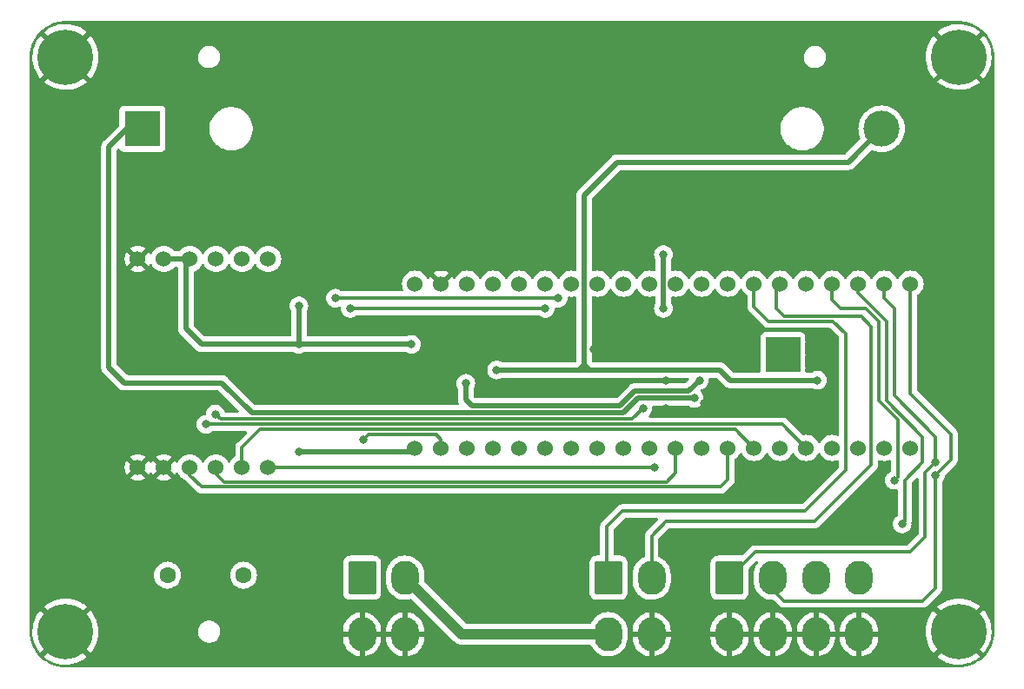
<source format=gbr>
%TF.GenerationSoftware,KiCad,Pcbnew,6.0.8-f2edbf62ab~116~ubuntu20.04.1*%
%TF.CreationDate,2022-10-28T14:46:09-03:00*%
%TF.ProjectId,+puntosV2,2b70756e-746f-4735-9632-2e6b69636164,rev?*%
%TF.SameCoordinates,Original*%
%TF.FileFunction,Copper,L2,Bot*%
%TF.FilePolarity,Positive*%
%FSLAX46Y46*%
G04 Gerber Fmt 4.6, Leading zero omitted, Abs format (unit mm)*
G04 Created by KiCad (PCBNEW 6.0.8-f2edbf62ab~116~ubuntu20.04.1) date 2022-10-28 14:46:09*
%MOMM*%
%LPD*%
G01*
G04 APERTURE LIST*
G04 Aperture macros list*
%AMRoundRect*
0 Rectangle with rounded corners*
0 $1 Rounding radius*
0 $2 $3 $4 $5 $6 $7 $8 $9 X,Y pos of 4 corners*
0 Add a 4 corners polygon primitive as box body*
4,1,4,$2,$3,$4,$5,$6,$7,$8,$9,$2,$3,0*
0 Add four circle primitives for the rounded corners*
1,1,$1+$1,$2,$3*
1,1,$1+$1,$4,$5*
1,1,$1+$1,$6,$7*
1,1,$1+$1,$8,$9*
0 Add four rect primitives between the rounded corners*
20,1,$1+$1,$2,$3,$4,$5,0*
20,1,$1+$1,$4,$5,$6,$7,0*
20,1,$1+$1,$6,$7,$8,$9,0*
20,1,$1+$1,$8,$9,$2,$3,0*%
G04 Aperture macros list end*
%TA.AperFunction,ComponentPad*%
%ADD10RoundRect,0.250001X-1.099999X-1.399999X1.099999X-1.399999X1.099999X1.399999X-1.099999X1.399999X0*%
%TD*%
%TA.AperFunction,ComponentPad*%
%ADD11O,2.700000X3.300000*%
%TD*%
%TA.AperFunction,ComponentPad*%
%ADD12C,0.810000*%
%TD*%
%TA.AperFunction,SMDPad,CuDef*%
%ADD13R,3.350000X3.350000*%
%TD*%
%TA.AperFunction,ComponentPad*%
%ADD14R,3.500000X3.500000*%
%TD*%
%TA.AperFunction,ComponentPad*%
%ADD15C,3.500000*%
%TD*%
%TA.AperFunction,ComponentPad*%
%ADD16C,1.600000*%
%TD*%
%TA.AperFunction,ComponentPad*%
%ADD17C,0.800000*%
%TD*%
%TA.AperFunction,ComponentPad*%
%ADD18C,5.400000*%
%TD*%
%TA.AperFunction,ComponentPad*%
%ADD19C,1.524000*%
%TD*%
%TA.AperFunction,ViaPad*%
%ADD20C,0.800000*%
%TD*%
%TA.AperFunction,Conductor*%
%ADD21C,0.300000*%
%TD*%
%TA.AperFunction,Conductor*%
%ADD22C,0.500000*%
%TD*%
%TA.AperFunction,Conductor*%
%ADD23C,1.000000*%
%TD*%
G04 APERTURE END LIST*
D10*
%TO.P,J101,1,Pin_1*%
%TO.N,Net-(F101-Pad1)*%
X78900000Y-84750000D03*
D11*
%TO.P,J101,2,Pin_2*%
%TO.N,+12V*%
X83100000Y-84750000D03*
%TO.P,J101,3,Pin_3*%
%TO.N,GND*%
X78900000Y-90250000D03*
%TO.P,J101,4,Pin_4*%
X83100000Y-90250000D03*
%TD*%
D12*
%TO.P,U201,9*%
%TO.N,N/C*%
X121160000Y-63000000D03*
X121160000Y-64270000D03*
X118620000Y-64270000D03*
X118620000Y-61730000D03*
X121160000Y-61730000D03*
X118620000Y-63000000D03*
D13*
X119890000Y-63000000D03*
%TD*%
D10*
%TO.P,J601,1,Pin_1*%
%TO.N,USART1_RX*%
X102900000Y-84750000D03*
D11*
%TO.P,J601,2,Pin_2*%
%TO.N,USART1_TX*%
X107100000Y-84750000D03*
%TO.P,J601,3,Pin_3*%
%TO.N,+12V*%
X102900000Y-90250000D03*
%TO.P,J601,4,Pin_4*%
%TO.N,GND*%
X107100000Y-90250000D03*
%TD*%
D14*
%TO.P,J201,1,Pin_1*%
%TO.N,BAT-*%
X57500000Y-41000000D03*
D15*
%TO.P,J201,2,Pin_2*%
%TO.N,BAT+*%
X129500000Y-41000000D03*
%TD*%
D10*
%TO.P,J901,1,Pin_1*%
%TO.N,METER_IN*%
X114700000Y-84750000D03*
D11*
%TO.P,J901,2,Pin_2*%
%TO.N,METER_OUT*%
X118900000Y-84750000D03*
%TO.P,J901,3,Pin_3*%
%TO.N,OUT1*%
X123100000Y-84750000D03*
%TO.P,J901,4,Pin_4*%
%TO.N,OUT2*%
X127300000Y-84750000D03*
%TO.P,J901,5,Pin_5*%
%TO.N,GND*%
X114700000Y-90250000D03*
%TO.P,J901,6,Pin_6*%
X118900000Y-90250000D03*
%TO.P,J901,7,Pin_7*%
X123100000Y-90250000D03*
%TO.P,J901,8,Pin_8*%
X127300000Y-90250000D03*
%TD*%
D16*
%TO.P,BT801,3*%
%TO.N,N/C*%
X67350000Y-84500000D03*
X59950000Y-84500000D03*
%TD*%
D17*
%TO.P,H4,1,1*%
%TO.N,GND*%
X48568109Y-35431891D03*
X52025000Y-34000000D03*
X47975000Y-34000000D03*
X48568109Y-32568109D03*
D18*
X50000000Y-34000000D03*
D17*
X50000000Y-31975000D03*
X50000000Y-36025000D03*
X51431891Y-32568109D03*
X51431891Y-35431891D03*
%TD*%
%TO.P,H3,1,1*%
%TO.N,GND*%
X47975000Y-90000000D03*
X50000000Y-87975000D03*
X50000000Y-92025000D03*
X48568109Y-91431891D03*
D18*
X50000000Y-90000000D03*
D17*
X48568109Y-88568109D03*
X51431891Y-88568109D03*
X52025000Y-90000000D03*
X51431891Y-91431891D03*
%TD*%
D19*
%TO.P,U401,1,VB*%
%TO.N,+BATT*%
X84060000Y-72100000D03*
%TO.P,U401,2,C13*%
%TO.N,STATUS_LED*%
X86600000Y-72100000D03*
%TO.P,U401,3,C14*%
%TO.N,PC14*%
X89140000Y-72100000D03*
%TO.P,U401,4,C15*%
%TO.N,PC15*%
X91680000Y-72100000D03*
%TO.P,U401,5,R*%
%TO.N,unconnected-(U401-Pad5)*%
X94220000Y-72100000D03*
%TO.P,U401,6,A0*%
%TO.N,unconnected-(U401-Pad6)*%
X96760000Y-72100000D03*
%TO.P,U401,7,A1*%
%TO.N,PA1*%
X99300000Y-72100000D03*
%TO.P,U401,8,A2*%
%TO.N,PA2*%
X101840000Y-72100000D03*
%TO.P,U401,9,A3*%
%TO.N,POWER+*%
X104380000Y-72100000D03*
%TO.P,U401,10,A4*%
%TO.N,CS_EEPROM*%
X106920000Y-72100000D03*
%TO.P,U401,11,A5*%
%TO.N,SPI1_SCK*%
X109460000Y-72100000D03*
%TO.P,U401,12,A6*%
%TO.N,SPI1_MISO*%
X112000000Y-72100000D03*
%TO.P,U401,13,A7*%
%TO.N,SPI1_MOSI*%
X114540000Y-72100000D03*
%TO.P,U401,14,B0*%
%TO.N,CS_WIZ5500*%
X117080000Y-72100000D03*
%TO.P,U401,15,B1*%
%TO.N,WIZ5500_INT*%
X119620000Y-72100000D03*
%TO.P,U401,16,B2*%
%TO.N,WIZ5500_RST*%
X122160000Y-72100000D03*
%TO.P,U401,17,B10*%
%TO.N,PB10*%
X124700000Y-72100000D03*
%TO.P,U401,18,3V3*%
%TO.N,3V3*%
X127240000Y-72100000D03*
%TO.P,U401,19,GND*%
%TO.N,GND*%
X129780000Y-72100000D03*
%TO.P,U401,20,5V*%
%TO.N,DC-DC*%
X132320000Y-72100000D03*
%TO.P,U401,21,B12*%
%TO.N,METER_OUT*%
X132320000Y-56100000D03*
%TO.P,U401,22,B13*%
%TO.N,METER_IN*%
X129780000Y-56100000D03*
%TO.P,U401,23,B14*%
%TO.N,COLLECT_OUT*%
X127240000Y-56100000D03*
%TO.P,U401,24,B15*%
%TO.N,BILL_OUT*%
X124700000Y-56100000D03*
%TO.P,U401,25,A8*%
%TO.N,PA8*%
X122160000Y-56100000D03*
%TO.P,U401,26,A9*%
%TO.N,USART1_TX*%
X119620000Y-56100000D03*
%TO.P,U401,27,A10*%
%TO.N,USART1_RX*%
X117080000Y-56100000D03*
%TO.P,U401,28,A11*%
%TO.N,PA11*%
X114540000Y-56100000D03*
%TO.P,U401,29,A12*%
%TO.N,PA12*%
X112000000Y-56100000D03*
%TO.P,U401,30,A15*%
%TO.N,PA15*%
X109460000Y-56100000D03*
%TO.P,U401,31,B3*%
%TO.N,PB3*%
X106920000Y-56100000D03*
%TO.P,U401,32,B4*%
%TO.N,PB4*%
X104380000Y-56100000D03*
%TO.P,U401,33,B5*%
%TO.N,PB5*%
X101840000Y-56100000D03*
%TO.P,U401,34,B6*%
%TO.N,I2C1_SCL*%
X99300000Y-56100000D03*
%TO.P,U401,35,B7*%
%TO.N,I2C1_SDA*%
X96760000Y-56100000D03*
%TO.P,U401,36,B8*%
%TO.N,PB8*%
X94220000Y-56100000D03*
%TO.P,U401,37,B9*%
%TO.N,PB9*%
X91680000Y-56100000D03*
%TO.P,U401,38,5V*%
%TO.N,DC-DC*%
X89140000Y-56100000D03*
%TO.P,U401,39,GND*%
%TO.N,GND*%
X86600000Y-56100000D03*
%TO.P,U401,40,3V3*%
%TO.N,3V3*%
X84060000Y-56100000D03*
%TD*%
D17*
%TO.P,H2,1,1*%
%TO.N,GND*%
X138431891Y-91431891D03*
X139025000Y-90000000D03*
X135568109Y-88568109D03*
X137000000Y-87975000D03*
X137000000Y-92025000D03*
X138431891Y-88568109D03*
D18*
X137000000Y-90000000D03*
D17*
X134975000Y-90000000D03*
X135568109Y-91431891D03*
%TD*%
D19*
%TO.P,U501,12,GND*%
%TO.N,GND*%
X57050000Y-53680000D03*
%TO.P,U501,11,3.3V*%
%TO.N,3.3V*%
X59590000Y-53680000D03*
%TO.P,U501,10,3.3V*%
X62130000Y-53680000D03*
%TO.P,U501,9,NC*%
%TO.N,unconnected-(U501-Pad9)*%
X64670000Y-53680000D03*
%TO.P,U501,8,RST*%
%TO.N,WIZ5500_RST*%
X67210000Y-53680000D03*
%TO.P,U501,7,MISO*%
%TO.N,SPI1_MISO*%
X69750000Y-53680000D03*
%TO.P,U501,6,INT*%
%TO.N,WIZ5500_INT*%
X69750000Y-74000000D03*
%TO.P,U501,5,CS*%
%TO.N,CS_WIZ5500*%
X67210000Y-74000000D03*
%TO.P,U501,4,SCK*%
%TO.N,SPI1_SCK*%
X64670000Y-74000000D03*
%TO.P,U501,3,MOSI*%
%TO.N,SPI1_MOSI*%
X62130000Y-74000000D03*
%TO.P,U501,2,GND*%
%TO.N,GND*%
X59590000Y-74000000D03*
%TO.P,U501,1,GND*%
X57050000Y-74000000D03*
%TD*%
D17*
%TO.P,H1,1,1*%
%TO.N,GND*%
X139025000Y-34000000D03*
D18*
X137000000Y-34000000D03*
D17*
X137000000Y-36025000D03*
X137000000Y-31975000D03*
X135568109Y-35431891D03*
X138431891Y-35431891D03*
X135568109Y-32568109D03*
X134975000Y-34000000D03*
X138431891Y-32568109D03*
%TD*%
D20*
%TO.N,GND*%
X127700000Y-79000000D03*
%TO.N,3.3V*%
X72750000Y-62000000D03*
X108250000Y-58500000D03*
X72750000Y-58250000D03*
X108248000Y-53252000D03*
X83700000Y-62000000D03*
%TO.N,I2C1_SCL*%
X76300000Y-57500000D03*
X98000000Y-57500000D03*
%TO.N,BAT+*%
X92000000Y-64500000D03*
X123250000Y-65500000D03*
%TO.N,GND*%
X77750000Y-60000000D03*
X77750000Y-66500000D03*
X112250000Y-67750000D03*
X111600000Y-63200000D03*
X86200000Y-61100000D03*
X101500000Y-62500000D03*
X77750000Y-56000000D03*
X83200000Y-67400000D03*
X131100000Y-54200000D03*
X108500000Y-68250000D03*
X99100000Y-58400000D03*
X108500000Y-65500000D03*
X101900000Y-58400000D03*
X87900000Y-59700000D03*
X86400000Y-67400000D03*
X89800000Y-61100000D03*
X133700000Y-66100000D03*
X111600000Y-59800000D03*
X128700000Y-75900000D03*
X92000000Y-61100000D03*
X115700000Y-59800000D03*
X77750000Y-63750000D03*
X121000000Y-54200000D03*
X133700000Y-64600000D03*
X103500000Y-62500000D03*
%TO.N,I2C1_SDA*%
X96760000Y-58490000D03*
X77750000Y-58500000D03*
%TO.N,METER_OUT*%
X134750000Y-74750000D03*
%TO.N,METER_IN*%
X134750000Y-73500000D03*
%TO.N,BILL_OUT*%
X130750000Y-75250000D03*
%TO.N,COLLECT_OUT*%
X131500000Y-79500000D03*
%TO.N,BAT-*%
X111250000Y-67250000D03*
%TO.N,SPI1_MISO*%
X64600000Y-68800000D03*
X106250000Y-68250000D03*
%TO.N,+BATT*%
X72750000Y-72500000D03*
%TO.N,WIZ5500_INT*%
X107400000Y-74000000D03*
%TO.N,WIZ5500_RST*%
X63700000Y-69800000D03*
%TO.N,STATUS_LED*%
X79000000Y-71300000D03*
%TO.N,+5VP*%
X111750000Y-65500000D03*
X89000000Y-65800000D03*
%TD*%
D21*
%TO.N,METER_OUT*%
X118900000Y-84750000D02*
X118900000Y-85900000D01*
X120000000Y-87000000D02*
X133500000Y-87000000D01*
X118900000Y-85900000D02*
X120000000Y-87000000D01*
X133500000Y-87000000D02*
X134750000Y-85750000D01*
X134750000Y-85750000D02*
X134750000Y-74750000D01*
D22*
%TO.N,+5VP*%
X89000000Y-65800000D02*
X89000000Y-67400000D01*
X104010050Y-68000000D02*
X105460050Y-66550000D01*
X89000000Y-67400000D02*
X89600000Y-68000000D01*
X105460050Y-66550000D02*
X110700000Y-66550000D01*
X89600000Y-68000000D02*
X104010050Y-68000000D01*
X110700000Y-66550000D02*
X111750000Y-65500000D01*
D21*
%TO.N,STATUS_LED*%
X79000000Y-71300000D02*
X79500000Y-70800000D01*
X79500000Y-70800000D02*
X86100000Y-70800000D01*
X86100000Y-70800000D02*
X86600000Y-71300000D01*
X86600000Y-71300000D02*
X86600000Y-72100000D01*
%TO.N,WIZ5500_INT*%
X107400000Y-74000000D02*
X69750000Y-74000000D01*
%TO.N,CS_WIZ5500*%
X67210000Y-74000000D02*
X67210000Y-72040000D01*
X67210000Y-72040000D02*
X68950000Y-70300000D01*
X68950000Y-70300000D02*
X115280000Y-70300000D01*
X115280000Y-70300000D02*
X117080000Y-72100000D01*
%TO.N,I2C1_SCL*%
X76300000Y-57500000D02*
X98000000Y-57500000D01*
D22*
%TO.N,3.3V*%
X83700000Y-62000000D02*
X72750000Y-62000000D01*
%TO.N,BAT-*%
X111250000Y-67250000D02*
X105750000Y-67250000D01*
X105750000Y-67250000D02*
X104300000Y-68700000D01*
X104300000Y-68700000D02*
X68200000Y-68700000D01*
X68200000Y-68700000D02*
X65250000Y-65750000D01*
X65250000Y-65750000D02*
X55750000Y-65750000D01*
X55750000Y-65750000D02*
X54250000Y-64250000D01*
X54250000Y-64250000D02*
X54250000Y-42750000D01*
X54250000Y-42750000D02*
X56000000Y-41000000D01*
X56000000Y-41000000D02*
X57500000Y-41000000D01*
D21*
%TO.N,SPI1_MISO*%
X64600000Y-68800000D02*
X65100000Y-69300000D01*
X65100000Y-69300000D02*
X105200000Y-69300000D01*
X105200000Y-69300000D02*
X106250000Y-68250000D01*
%TO.N,WIZ5500_RST*%
X63700000Y-69800000D02*
X119860000Y-69800000D01*
X119860000Y-69800000D02*
X122160000Y-72100000D01*
D22*
%TO.N,+BATT*%
X83660000Y-72500000D02*
X84060000Y-72100000D01*
X72750000Y-72500000D02*
X83660000Y-72500000D01*
D21*
%TO.N,SPI1_MOSI*%
X62130000Y-74000000D02*
X62130000Y-74730000D01*
X62130000Y-74730000D02*
X63300000Y-75900000D01*
X63300000Y-75900000D02*
X113850000Y-75900000D01*
X113850000Y-75900000D02*
X114540000Y-75210000D01*
X114540000Y-75210000D02*
X114540000Y-72100000D01*
%TO.N,SPI1_SCK*%
X64670000Y-74000000D02*
X64670000Y-74570000D01*
X64670000Y-74570000D02*
X65500000Y-75400000D01*
X65500000Y-75400000D02*
X108600000Y-75400000D01*
X108600000Y-75400000D02*
X109460000Y-74540000D01*
X109460000Y-74540000D02*
X109460000Y-72100000D01*
D22*
%TO.N,3.3V*%
X61730000Y-60480000D02*
X61730000Y-54080000D01*
X63250000Y-62000000D02*
X61730000Y-60480000D01*
X108250000Y-58500000D02*
X108248000Y-58498000D01*
X108248000Y-58498000D02*
X108248000Y-53252000D01*
X72750000Y-58250000D02*
X72750000Y-62000000D01*
X72750000Y-62000000D02*
X63250000Y-62000000D01*
X62130000Y-53680000D02*
X59590000Y-53680000D01*
%TO.N,BAT+*%
X114750000Y-65500000D02*
X123250000Y-65500000D01*
X100750000Y-64500000D02*
X101000000Y-64500000D01*
X100000000Y-64500000D02*
X99750000Y-64500000D01*
X126250000Y-44250000D02*
X129500000Y-41000000D01*
X100512000Y-63988000D02*
X100000000Y-64500000D01*
X100512000Y-64262000D02*
X100512000Y-63988000D01*
X100512000Y-64012000D02*
X101000000Y-64500000D01*
X113750000Y-64500000D02*
X114750000Y-65500000D01*
X100750000Y-64500000D02*
X100512000Y-64262000D01*
X101000000Y-64500000D02*
X113750000Y-64500000D01*
X99750000Y-64500000D02*
X100750000Y-64500000D01*
X92000000Y-64500000D02*
X99750000Y-64500000D01*
X100512000Y-63988000D02*
X100512000Y-47488000D01*
X103750000Y-44250000D02*
X126250000Y-44250000D01*
X100512000Y-47488000D02*
X103750000Y-44250000D01*
X100512000Y-63988000D02*
X100512000Y-64012000D01*
D21*
%TO.N,USART1_RX*%
X118500000Y-59750000D02*
X124750000Y-59750000D01*
X104250000Y-78250000D02*
X102750000Y-79750000D01*
X122000000Y-78250000D02*
X104250000Y-78250000D01*
D22*
X102750000Y-84600000D02*
X102900000Y-84750000D01*
D21*
X124750000Y-59750000D02*
X126000000Y-61000000D01*
X117080000Y-56100000D02*
X117080000Y-58330000D01*
X102750000Y-79750000D02*
X102750000Y-84600000D01*
X126000000Y-61000000D02*
X126000000Y-74250000D01*
X117080000Y-58330000D02*
X118500000Y-59750000D01*
X126000000Y-74250000D02*
X122000000Y-78250000D01*
%TO.N,I2C1_SDA*%
X77750000Y-58500000D02*
X96750000Y-58500000D01*
X96750000Y-58500000D02*
X96760000Y-58490000D01*
%TO.N,METER_OUT*%
X136250000Y-70750000D02*
X132320000Y-66820000D01*
X136250000Y-73250000D02*
X136250000Y-70750000D01*
X132320000Y-66820000D02*
X132320000Y-56100000D01*
X134750000Y-74750000D02*
X136250000Y-73250000D01*
%TO.N,METER_IN*%
X132250000Y-82250000D02*
X117200000Y-82250000D01*
X133750000Y-80750000D02*
X132250000Y-82250000D01*
X129780000Y-57530000D02*
X129780000Y-56100000D01*
X117200000Y-82250000D02*
X114700000Y-84750000D01*
X130750000Y-67000000D02*
X130750000Y-58500000D01*
X130750000Y-58500000D02*
X129780000Y-57530000D01*
X133750000Y-74500000D02*
X133750000Y-80750000D01*
X134750000Y-73500000D02*
X133750000Y-74500000D01*
X134750000Y-73500000D02*
X134750000Y-71000000D01*
X134750000Y-71000000D02*
X130750000Y-67000000D01*
%TO.N,BILL_OUT*%
X125500000Y-58500000D02*
X128000000Y-58500000D01*
X131100000Y-69350000D02*
X131100000Y-74900000D01*
X129250000Y-59750000D02*
X129250000Y-67500000D01*
X131100000Y-74900000D02*
X130750000Y-75250000D01*
X128000000Y-58500000D02*
X129250000Y-59750000D01*
X124700000Y-57700000D02*
X125500000Y-58500000D01*
X124700000Y-56100000D02*
X124700000Y-57700000D01*
X129250000Y-67500000D02*
X131100000Y-69350000D01*
%TO.N,COLLECT_OUT*%
X131750000Y-79250000D02*
X131500000Y-79500000D01*
X131750000Y-75250000D02*
X131750000Y-79250000D01*
X127240000Y-56100000D02*
X127240000Y-56990000D01*
X127240000Y-56990000D02*
X130000000Y-59750000D01*
X130000000Y-67500000D02*
X133500000Y-71000000D01*
X133500000Y-73500000D02*
X131750000Y-75250000D01*
X133500000Y-71000000D02*
X133500000Y-73500000D01*
X130000000Y-59750000D02*
X130000000Y-67500000D01*
%TO.N,USART1_TX*%
X119250000Y-58500000D02*
X119250000Y-56470000D01*
X120000000Y-59250000D02*
X119250000Y-58500000D01*
X108500000Y-79250000D02*
X123000000Y-79250000D01*
X128500000Y-73750000D02*
X128500000Y-60250000D01*
X123000000Y-79250000D02*
X128500000Y-73750000D01*
X127500000Y-59250000D02*
X120000000Y-59250000D01*
X119250000Y-56470000D02*
X119620000Y-56100000D01*
X128500000Y-60250000D02*
X127500000Y-59250000D01*
X107100000Y-84750000D02*
X107100000Y-80650000D01*
X107100000Y-80650000D02*
X108500000Y-79250000D01*
D23*
%TO.N,+12V*%
X88600000Y-90250000D02*
X83100000Y-84750000D01*
X102900000Y-90250000D02*
X88600000Y-90250000D01*
%TD*%
%TA.AperFunction,Conductor*%
%TO.N,GND*%
G36*
X136970018Y-30510000D02*
G01*
X136984852Y-30512310D01*
X136984855Y-30512310D01*
X136993724Y-30513691D01*
X137002627Y-30512527D01*
X137002628Y-30512527D01*
X137013076Y-30511161D01*
X137035594Y-30510249D01*
X137336051Y-30525010D01*
X137348345Y-30526221D01*
X137675034Y-30574680D01*
X137687156Y-30577090D01*
X137781196Y-30600646D01*
X138007523Y-30657339D01*
X138019355Y-30660928D01*
X138330311Y-30772190D01*
X138341735Y-30776922D01*
X138399778Y-30804374D01*
X138640292Y-30918128D01*
X138651188Y-30923953D01*
X138735495Y-30974484D01*
X138934467Y-31093744D01*
X138944748Y-31100614D01*
X139210017Y-31297350D01*
X139219556Y-31305177D01*
X139464282Y-31526985D01*
X139473015Y-31535718D01*
X139694823Y-31780444D01*
X139702650Y-31789983D01*
X139805577Y-31928764D01*
X139899386Y-32055252D01*
X139906256Y-32065533D01*
X139991588Y-32207899D01*
X140043472Y-32294462D01*
X140076045Y-32348807D01*
X140081874Y-32359712D01*
X140223078Y-32658265D01*
X140227810Y-32669689D01*
X140339072Y-32980645D01*
X140342661Y-32992477D01*
X140422909Y-33312841D01*
X140425320Y-33324966D01*
X140471811Y-33638380D01*
X140473779Y-33651650D01*
X140474990Y-33663949D01*
X140489156Y-33952270D01*
X140489390Y-33957034D01*
X140488042Y-33982598D01*
X140486309Y-33993724D01*
X140488771Y-34012552D01*
X140490436Y-34025283D01*
X140491500Y-34041621D01*
X140491500Y-89950633D01*
X140490000Y-89970018D01*
X140486309Y-89993724D01*
X140487473Y-90002627D01*
X140487473Y-90002628D01*
X140488839Y-90013076D01*
X140489751Y-90035594D01*
X140483130Y-90170380D01*
X140474991Y-90336045D01*
X140473779Y-90348345D01*
X140429291Y-90648267D01*
X140425321Y-90675031D01*
X140422910Y-90687156D01*
X140409971Y-90738811D01*
X140342661Y-91007523D01*
X140339072Y-91019355D01*
X140227810Y-91330311D01*
X140223078Y-91341735D01*
X140218780Y-91350823D01*
X140116962Y-91566101D01*
X140081874Y-91640288D01*
X140076047Y-91651188D01*
X139998157Y-91781141D01*
X139906256Y-91934467D01*
X139899386Y-91944748D01*
X139876210Y-91975998D01*
X139702650Y-92210017D01*
X139694823Y-92219556D01*
X139483380Y-92452846D01*
X139473020Y-92464277D01*
X139464282Y-92473015D01*
X139219556Y-92694823D01*
X139210017Y-92702650D01*
X139135502Y-92757914D01*
X138944748Y-92899386D01*
X138934467Y-92906256D01*
X138904119Y-92924446D01*
X138651188Y-93076047D01*
X138640292Y-93081872D01*
X138566920Y-93116574D01*
X138341735Y-93223078D01*
X138330311Y-93227810D01*
X138019355Y-93339072D01*
X138007523Y-93342661D01*
X137781196Y-93399354D01*
X137687156Y-93422910D01*
X137675034Y-93425320D01*
X137348345Y-93473779D01*
X137336051Y-93474990D01*
X137042961Y-93489390D01*
X137017402Y-93488042D01*
X137006276Y-93486309D01*
X136974714Y-93490436D01*
X136958379Y-93491500D01*
X50049367Y-93491500D01*
X50029982Y-93490000D01*
X50015148Y-93487690D01*
X50015145Y-93487690D01*
X50006276Y-93486309D01*
X49997373Y-93487473D01*
X49997372Y-93487473D01*
X49986924Y-93488839D01*
X49964406Y-93489751D01*
X49663949Y-93474990D01*
X49651655Y-93473779D01*
X49324966Y-93425320D01*
X49312844Y-93422910D01*
X49218804Y-93399354D01*
X48992477Y-93342661D01*
X48980645Y-93339072D01*
X48669689Y-93227810D01*
X48658265Y-93223078D01*
X48433080Y-93116574D01*
X48359708Y-93081872D01*
X48348812Y-93076047D01*
X48095881Y-92924446D01*
X48065533Y-92906256D01*
X48055252Y-92899386D01*
X47864498Y-92757914D01*
X47789983Y-92702650D01*
X47780444Y-92694823D01*
X47535718Y-92473015D01*
X47526980Y-92464277D01*
X47516620Y-92452846D01*
X47508549Y-92443941D01*
X47921599Y-92443941D01*
X47921637Y-92444486D01*
X47927240Y-92452846D01*
X47949336Y-92473306D01*
X47954759Y-92477793D01*
X48237811Y-92686478D01*
X48243701Y-92690332D01*
X48548258Y-92866167D01*
X48554527Y-92869334D01*
X48876798Y-93010132D01*
X48883381Y-93012580D01*
X49219332Y-93116574D01*
X49226147Y-93118273D01*
X49571588Y-93184169D01*
X49578565Y-93185100D01*
X49929214Y-93212081D01*
X49936222Y-93212227D01*
X50287692Y-93199954D01*
X50294688Y-93199317D01*
X50642582Y-93147945D01*
X50649481Y-93146529D01*
X50989498Y-93056693D01*
X50996158Y-93054529D01*
X51324047Y-92927349D01*
X51330446Y-92924446D01*
X51642099Y-92761517D01*
X51648144Y-92757914D01*
X51939694Y-92561261D01*
X51945288Y-92557015D01*
X52067910Y-92452656D01*
X52073621Y-92443941D01*
X134921599Y-92443941D01*
X134921637Y-92444486D01*
X134927240Y-92452846D01*
X134949336Y-92473306D01*
X134954759Y-92477793D01*
X135237811Y-92686478D01*
X135243701Y-92690332D01*
X135548258Y-92866167D01*
X135554527Y-92869334D01*
X135876798Y-93010132D01*
X135883381Y-93012580D01*
X136219332Y-93116574D01*
X136226147Y-93118273D01*
X136571588Y-93184169D01*
X136578565Y-93185100D01*
X136929214Y-93212081D01*
X136936222Y-93212227D01*
X137287692Y-93199954D01*
X137294688Y-93199317D01*
X137642582Y-93147945D01*
X137649481Y-93146529D01*
X137989498Y-93056693D01*
X137996158Y-93054529D01*
X138324047Y-92927349D01*
X138330446Y-92924446D01*
X138642099Y-92761517D01*
X138648144Y-92757914D01*
X138939694Y-92561261D01*
X138945288Y-92557015D01*
X139067910Y-92452656D01*
X139076342Y-92439788D01*
X139070313Y-92429523D01*
X137012812Y-90372022D01*
X136998868Y-90364408D01*
X136997035Y-90364539D01*
X136990420Y-90368790D01*
X134929213Y-92429997D01*
X134921599Y-92443941D01*
X52073621Y-92443941D01*
X52076342Y-92439788D01*
X52070313Y-92429523D01*
X50012812Y-90372022D01*
X49998868Y-90364408D01*
X49997035Y-90364539D01*
X49990420Y-90368790D01*
X47929213Y-92429997D01*
X47921599Y-92443941D01*
X47508549Y-92443941D01*
X47305177Y-92219556D01*
X47297350Y-92210017D01*
X47123790Y-91975998D01*
X47100614Y-91944748D01*
X47093744Y-91934467D01*
X47001843Y-91781141D01*
X46923953Y-91651188D01*
X46918126Y-91640288D01*
X46883039Y-91566101D01*
X46781220Y-91350823D01*
X46776922Y-91341735D01*
X46772190Y-91330311D01*
X46660928Y-91019355D01*
X46657339Y-91007523D01*
X46590029Y-90738811D01*
X46577090Y-90687156D01*
X46574679Y-90675031D01*
X46570709Y-90648267D01*
X46526220Y-90348343D01*
X46525009Y-90336045D01*
X46510795Y-90046695D01*
X46512387Y-90019619D01*
X46513576Y-90012552D01*
X46513729Y-90000000D01*
X46509773Y-89972376D01*
X46508796Y-89958666D01*
X46787406Y-89958666D01*
X46802133Y-90310021D01*
X46802818Y-90317013D01*
X46856620Y-90664559D01*
X46858080Y-90671426D01*
X46950288Y-91010807D01*
X46952502Y-91017463D01*
X47081970Y-91344462D01*
X47084909Y-91350823D01*
X47250019Y-91661347D01*
X47253653Y-91667348D01*
X47452339Y-91957523D01*
X47456633Y-91963098D01*
X47547208Y-92068030D01*
X47560251Y-92076447D01*
X47570282Y-92070508D01*
X49627978Y-90012812D01*
X49634356Y-90001132D01*
X50364408Y-90001132D01*
X50364539Y-90002965D01*
X50368790Y-90009580D01*
X52430699Y-92071489D01*
X52444643Y-92079103D01*
X52445423Y-92079048D01*
X52453470Y-92073696D01*
X52458932Y-92067880D01*
X52463454Y-92062491D01*
X52674113Y-91780896D01*
X52678003Y-91775042D01*
X52855962Y-91471719D01*
X52859176Y-91465465D01*
X53002214Y-91144195D01*
X53004711Y-91137620D01*
X53111048Y-90802405D01*
X53112794Y-90795603D01*
X53181100Y-90450635D01*
X53182081Y-90443654D01*
X53211619Y-90091898D01*
X53211833Y-90087529D01*
X53213025Y-90002178D01*
X53212934Y-89997828D01*
X53211461Y-89971489D01*
X62911227Y-89971489D01*
X62913096Y-90000000D01*
X62924263Y-90170380D01*
X62973326Y-90363564D01*
X62975743Y-90368807D01*
X63040131Y-90508475D01*
X63056772Y-90544573D01*
X63060105Y-90549289D01*
X63157542Y-90687159D01*
X63171807Y-90707344D01*
X63314578Y-90846425D01*
X63480304Y-90957160D01*
X63485607Y-90959438D01*
X63485610Y-90959440D01*
X63658128Y-91033559D01*
X63663435Y-91035839D01*
X63735516Y-91052149D01*
X63852201Y-91078553D01*
X63852207Y-91078554D01*
X63857838Y-91079828D01*
X63863609Y-91080055D01*
X63863611Y-91080055D01*
X63918032Y-91082193D01*
X64057001Y-91087653D01*
X64156959Y-91073160D01*
X64248535Y-91059883D01*
X64248540Y-91059882D01*
X64254256Y-91059053D01*
X64259728Y-91057195D01*
X64259730Y-91057195D01*
X64437532Y-90996839D01*
X64437534Y-90996838D01*
X64442996Y-90994984D01*
X64616899Y-90897594D01*
X64770143Y-90770143D01*
X64897594Y-90616899D01*
X64897982Y-90616206D01*
X77042000Y-90616206D01*
X77042165Y-90620777D01*
X77056213Y-90814380D01*
X77057527Y-90823389D01*
X77113689Y-91077769D01*
X77116292Y-91086499D01*
X77208586Y-91330107D01*
X77212421Y-91338368D01*
X77338915Y-91566101D01*
X77343905Y-91573726D01*
X77501946Y-91780809D01*
X77507986Y-91787636D01*
X77694264Y-91969735D01*
X77701226Y-91975618D01*
X77911843Y-92128922D01*
X77919573Y-92133733D01*
X78150122Y-92255031D01*
X78158472Y-92258678D01*
X78404099Y-92345419D01*
X78412894Y-92347825D01*
X78628225Y-92390267D01*
X78641137Y-92389088D01*
X78645939Y-92374174D01*
X79154000Y-92374174D01*
X79158251Y-92388651D01*
X79170512Y-92390714D01*
X79206133Y-92387315D01*
X79215125Y-92385795D01*
X79468158Y-92323878D01*
X79476827Y-92321078D01*
X79718282Y-92223278D01*
X79726455Y-92219256D01*
X79951253Y-92087632D01*
X79958765Y-92082469D01*
X80162213Y-91919769D01*
X80168896Y-91913580D01*
X80346733Y-91723206D01*
X80352443Y-91716129D01*
X80500934Y-91502082D01*
X80505571Y-91494241D01*
X80621604Y-91261003D01*
X80625060Y-91252578D01*
X80706212Y-91005026D01*
X80708412Y-90996201D01*
X80753103Y-90738811D01*
X80753950Y-90731193D01*
X80757922Y-90651408D01*
X80758000Y-90648267D01*
X80758000Y-90616206D01*
X81242000Y-90616206D01*
X81242165Y-90620777D01*
X81256213Y-90814380D01*
X81257527Y-90823389D01*
X81313689Y-91077769D01*
X81316292Y-91086499D01*
X81408586Y-91330107D01*
X81412421Y-91338368D01*
X81538915Y-91566101D01*
X81543905Y-91573726D01*
X81701946Y-91780809D01*
X81707986Y-91787636D01*
X81894264Y-91969735D01*
X81901226Y-91975618D01*
X82111843Y-92128922D01*
X82119573Y-92133733D01*
X82350122Y-92255031D01*
X82358472Y-92258678D01*
X82604099Y-92345419D01*
X82612894Y-92347825D01*
X82828225Y-92390267D01*
X82841137Y-92389088D01*
X82845939Y-92374174D01*
X83354000Y-92374174D01*
X83358251Y-92388651D01*
X83370512Y-92390714D01*
X83406133Y-92387315D01*
X83415125Y-92385795D01*
X83668158Y-92323878D01*
X83676827Y-92321078D01*
X83918282Y-92223278D01*
X83926455Y-92219256D01*
X84151253Y-92087632D01*
X84158765Y-92082469D01*
X84362213Y-91919769D01*
X84368896Y-91913580D01*
X84546733Y-91723206D01*
X84552443Y-91716129D01*
X84700934Y-91502082D01*
X84705571Y-91494241D01*
X84821604Y-91261003D01*
X84825060Y-91252578D01*
X84906212Y-91005026D01*
X84908412Y-90996201D01*
X84953103Y-90738811D01*
X84953950Y-90731193D01*
X84957922Y-90651408D01*
X84958000Y-90648267D01*
X84958000Y-90522115D01*
X84953525Y-90506876D01*
X84952135Y-90505671D01*
X84944452Y-90504000D01*
X83372115Y-90504000D01*
X83356876Y-90508475D01*
X83355671Y-90509865D01*
X83354000Y-90517548D01*
X83354000Y-92374174D01*
X82845939Y-92374174D01*
X82846000Y-92373985D01*
X82846000Y-90522115D01*
X82841525Y-90506876D01*
X82840135Y-90505671D01*
X82832452Y-90504000D01*
X81260115Y-90504000D01*
X81244876Y-90508475D01*
X81243671Y-90509865D01*
X81242000Y-90517548D01*
X81242000Y-90616206D01*
X80758000Y-90616206D01*
X80758000Y-90522115D01*
X80753525Y-90506876D01*
X80752135Y-90505671D01*
X80744452Y-90504000D01*
X79172115Y-90504000D01*
X79156876Y-90508475D01*
X79155671Y-90509865D01*
X79154000Y-90517548D01*
X79154000Y-92374174D01*
X78645939Y-92374174D01*
X78646000Y-92373985D01*
X78646000Y-90522115D01*
X78641525Y-90506876D01*
X78640135Y-90505671D01*
X78632452Y-90504000D01*
X77060115Y-90504000D01*
X77044876Y-90508475D01*
X77043671Y-90509865D01*
X77042000Y-90517548D01*
X77042000Y-90616206D01*
X64897982Y-90616206D01*
X64994984Y-90442996D01*
X65059053Y-90254256D01*
X65059882Y-90248540D01*
X65059883Y-90248535D01*
X65083227Y-90087529D01*
X65087653Y-90057001D01*
X65089146Y-90000000D01*
X65087114Y-89977885D01*
X77042000Y-89977885D01*
X77046475Y-89993124D01*
X77047865Y-89994329D01*
X77055548Y-89996000D01*
X78627885Y-89996000D01*
X78643124Y-89991525D01*
X78644329Y-89990135D01*
X78646000Y-89982452D01*
X78646000Y-89977885D01*
X79154000Y-89977885D01*
X79158475Y-89993124D01*
X79159865Y-89994329D01*
X79167548Y-89996000D01*
X80739885Y-89996000D01*
X80755124Y-89991525D01*
X80756329Y-89990135D01*
X80758000Y-89982452D01*
X80758000Y-89977885D01*
X81242000Y-89977885D01*
X81246475Y-89993124D01*
X81247865Y-89994329D01*
X81255548Y-89996000D01*
X82827885Y-89996000D01*
X82843124Y-89991525D01*
X82844329Y-89990135D01*
X82846000Y-89982452D01*
X82846000Y-89977885D01*
X83354000Y-89977885D01*
X83358475Y-89993124D01*
X83359865Y-89994329D01*
X83367548Y-89996000D01*
X84939885Y-89996000D01*
X84955124Y-89991525D01*
X84956329Y-89990135D01*
X84958000Y-89982452D01*
X84958000Y-89883794D01*
X84957835Y-89879223D01*
X84943787Y-89685620D01*
X84942473Y-89676611D01*
X84886311Y-89422231D01*
X84883708Y-89413501D01*
X84791414Y-89169893D01*
X84787579Y-89161632D01*
X84661085Y-88933899D01*
X84656095Y-88926274D01*
X84498054Y-88719191D01*
X84492014Y-88712364D01*
X84305736Y-88530265D01*
X84298774Y-88524382D01*
X84088157Y-88371078D01*
X84080427Y-88366267D01*
X83849878Y-88244969D01*
X83841528Y-88241322D01*
X83595901Y-88154581D01*
X83587106Y-88152175D01*
X83371775Y-88109733D01*
X83358863Y-88110912D01*
X83354000Y-88126015D01*
X83354000Y-89977885D01*
X82846000Y-89977885D01*
X82846000Y-88125826D01*
X82841749Y-88111349D01*
X82829488Y-88109286D01*
X82793867Y-88112685D01*
X82784875Y-88114205D01*
X82531842Y-88176122D01*
X82523173Y-88178922D01*
X82281718Y-88276722D01*
X82273545Y-88280744D01*
X82048747Y-88412368D01*
X82041235Y-88417531D01*
X81837787Y-88580231D01*
X81831104Y-88586420D01*
X81653267Y-88776794D01*
X81647557Y-88783871D01*
X81499066Y-88997918D01*
X81494429Y-89005759D01*
X81378396Y-89238997D01*
X81374940Y-89247422D01*
X81293788Y-89494974D01*
X81291588Y-89503799D01*
X81246897Y-89761189D01*
X81246050Y-89768807D01*
X81242078Y-89848592D01*
X81242000Y-89851733D01*
X81242000Y-89977885D01*
X80758000Y-89977885D01*
X80758000Y-89883794D01*
X80757835Y-89879223D01*
X80743787Y-89685620D01*
X80742473Y-89676611D01*
X80686311Y-89422231D01*
X80683708Y-89413501D01*
X80591414Y-89169893D01*
X80587579Y-89161632D01*
X80461085Y-88933899D01*
X80456095Y-88926274D01*
X80298054Y-88719191D01*
X80292014Y-88712364D01*
X80105736Y-88530265D01*
X80098774Y-88524382D01*
X79888157Y-88371078D01*
X79880427Y-88366267D01*
X79649878Y-88244969D01*
X79641528Y-88241322D01*
X79395901Y-88154581D01*
X79387106Y-88152175D01*
X79171775Y-88109733D01*
X79158863Y-88110912D01*
X79154000Y-88126015D01*
X79154000Y-89977885D01*
X78646000Y-89977885D01*
X78646000Y-88125826D01*
X78641749Y-88111349D01*
X78629488Y-88109286D01*
X78593867Y-88112685D01*
X78584875Y-88114205D01*
X78331842Y-88176122D01*
X78323173Y-88178922D01*
X78081718Y-88276722D01*
X78073545Y-88280744D01*
X77848747Y-88412368D01*
X77841235Y-88417531D01*
X77637787Y-88580231D01*
X77631104Y-88586420D01*
X77453267Y-88776794D01*
X77447557Y-88783871D01*
X77299066Y-88997918D01*
X77294429Y-89005759D01*
X77178396Y-89238997D01*
X77174940Y-89247422D01*
X77093788Y-89494974D01*
X77091588Y-89503799D01*
X77046897Y-89761189D01*
X77046050Y-89768807D01*
X77042078Y-89848592D01*
X77042000Y-89851733D01*
X77042000Y-89977885D01*
X65087114Y-89977885D01*
X65075522Y-89851733D01*
X65071437Y-89807273D01*
X65071436Y-89807270D01*
X65070908Y-89801519D01*
X65061683Y-89768807D01*
X65018373Y-89615244D01*
X65018372Y-89615242D01*
X65016805Y-89609685D01*
X65008984Y-89593824D01*
X64931205Y-89436104D01*
X64928650Y-89430923D01*
X64809393Y-89271219D01*
X64663030Y-89135922D01*
X64658147Y-89132841D01*
X64658143Y-89132838D01*
X64499346Y-89032645D01*
X64499341Y-89032643D01*
X64494462Y-89029564D01*
X64309334Y-88955705D01*
X64113847Y-88916820D01*
X64108072Y-88916744D01*
X64108068Y-88916744D01*
X64008588Y-88915442D01*
X63914547Y-88914211D01*
X63908850Y-88915190D01*
X63908849Y-88915190D01*
X63763937Y-88940091D01*
X63718108Y-88947966D01*
X63531111Y-89016953D01*
X63359816Y-89118862D01*
X63209961Y-89250281D01*
X63086565Y-89406809D01*
X63083876Y-89411920D01*
X63083874Y-89411923D01*
X63078526Y-89422088D01*
X62993760Y-89583202D01*
X62934654Y-89773554D01*
X62911227Y-89971489D01*
X53211461Y-89971489D01*
X53193227Y-89645352D01*
X53192445Y-89638380D01*
X53133794Y-89291612D01*
X53132241Y-89284776D01*
X53035300Y-88946704D01*
X53032997Y-88940091D01*
X52898976Y-88614930D01*
X52895947Y-88608610D01*
X52726521Y-88300424D01*
X52722795Y-88294462D01*
X52520076Y-88007090D01*
X52515715Y-88001588D01*
X52453394Y-87931394D01*
X52440004Y-87923015D01*
X52430446Y-87928764D01*
X50372022Y-89987188D01*
X50364408Y-90001132D01*
X49634356Y-90001132D01*
X49635592Y-89998868D01*
X49635461Y-89997035D01*
X49631210Y-89990420D01*
X47570595Y-87929805D01*
X47556651Y-87922191D01*
X47556342Y-87922213D01*
X47547671Y-87928068D01*
X47512436Y-87966654D01*
X47507992Y-87972103D01*
X47301287Y-88256608D01*
X47297470Y-88262530D01*
X47123771Y-88568297D01*
X47120641Y-88574602D01*
X46982101Y-88897838D01*
X46979699Y-88904439D01*
X46878055Y-89241099D01*
X46876400Y-89247942D01*
X46812918Y-89593824D01*
X46812035Y-89600819D01*
X46787504Y-89951621D01*
X46787406Y-89958666D01*
X46508796Y-89958666D01*
X46508500Y-89954514D01*
X46508500Y-87560178D01*
X47923338Y-87560178D01*
X47929184Y-87569974D01*
X49987188Y-89627978D01*
X50001132Y-89635592D01*
X50002965Y-89635461D01*
X50009580Y-89631210D01*
X52069714Y-87571076D01*
X52077328Y-87557132D01*
X52077323Y-87557057D01*
X52071217Y-87548081D01*
X52015933Y-87498303D01*
X52010445Y-87493891D01*
X51724508Y-87289180D01*
X51718561Y-87285407D01*
X51411586Y-87113844D01*
X51405268Y-87110762D01*
X51081073Y-86974484D01*
X51074437Y-86972121D01*
X50737084Y-86872832D01*
X50730241Y-86871226D01*
X50383898Y-86810157D01*
X50376927Y-86809326D01*
X50025949Y-86787244D01*
X50018918Y-86787195D01*
X49667651Y-86804374D01*
X49660673Y-86805108D01*
X49313519Y-86861335D01*
X49306651Y-86862845D01*
X48967935Y-86957417D01*
X48961279Y-86959683D01*
X48635212Y-87091422D01*
X48628857Y-87094412D01*
X48319501Y-87261681D01*
X48313512Y-87265365D01*
X48024731Y-87466073D01*
X48019200Y-87470394D01*
X47931736Y-87546964D01*
X47923338Y-87560178D01*
X46508500Y-87560178D01*
X46508500Y-86200400D01*
X77041500Y-86200400D01*
X77041837Y-86203646D01*
X77041837Y-86203650D01*
X77049878Y-86281141D01*
X77052474Y-86306165D01*
X77054655Y-86312701D01*
X77054655Y-86312703D01*
X77058079Y-86322966D01*
X77108450Y-86473945D01*
X77201522Y-86624348D01*
X77326697Y-86749305D01*
X77332927Y-86753145D01*
X77332928Y-86753146D01*
X77470090Y-86837694D01*
X77477262Y-86842115D01*
X77557005Y-86868564D01*
X77638611Y-86895632D01*
X77638613Y-86895632D01*
X77645139Y-86897797D01*
X77651975Y-86898497D01*
X77651978Y-86898498D01*
X77695031Y-86902909D01*
X77749600Y-86908500D01*
X80050400Y-86908500D01*
X80053646Y-86908163D01*
X80053650Y-86908163D01*
X80149307Y-86898238D01*
X80149311Y-86898237D01*
X80156165Y-86897526D01*
X80162701Y-86895345D01*
X80162703Y-86895345D01*
X80303689Y-86848308D01*
X80323945Y-86841550D01*
X80474348Y-86748478D01*
X80599305Y-86623303D01*
X80603146Y-86617072D01*
X80688275Y-86478968D01*
X80688276Y-86478966D01*
X80692115Y-86472738D01*
X80718564Y-86392995D01*
X80745632Y-86311389D01*
X80745632Y-86311387D01*
X80747797Y-86304861D01*
X80750228Y-86281141D01*
X80752909Y-86254969D01*
X80758500Y-86200400D01*
X80758500Y-85118512D01*
X81241500Y-85118512D01*
X81241665Y-85120780D01*
X81241665Y-85120792D01*
X81244274Y-85156749D01*
X81256047Y-85319004D01*
X81257031Y-85323459D01*
X81257031Y-85323462D01*
X81299131Y-85514145D01*
X81314194Y-85582372D01*
X81315812Y-85586642D01*
X81406216Y-85825259D01*
X81409750Y-85834588D01*
X81411967Y-85838579D01*
X81520961Y-86034805D01*
X81540714Y-86070368D01*
X81593137Y-86139058D01*
X81696775Y-86274856D01*
X81704343Y-86284773D01*
X81707609Y-86287966D01*
X81707611Y-86287968D01*
X81800776Y-86379043D01*
X81897208Y-86473312D01*
X82115270Y-86632034D01*
X82215031Y-86684521D01*
X82349921Y-86755490D01*
X82349927Y-86755493D01*
X82353961Y-86757615D01*
X82358266Y-86759135D01*
X82358270Y-86759137D01*
X82591643Y-86841550D01*
X82608280Y-86847425D01*
X82729037Y-86871226D01*
X82868428Y-86898700D01*
X82868434Y-86898701D01*
X82872900Y-86899581D01*
X82877453Y-86899808D01*
X82877456Y-86899808D01*
X83137708Y-86912764D01*
X83137714Y-86912764D01*
X83142277Y-86912991D01*
X83410769Y-86887375D01*
X83415203Y-86886290D01*
X83415209Y-86886289D01*
X83663540Y-86825523D01*
X83734463Y-86828760D01*
X83782583Y-86858817D01*
X87843145Y-90919379D01*
X87852247Y-90929522D01*
X87875968Y-90959025D01*
X87880696Y-90962992D01*
X87914421Y-90991291D01*
X87918070Y-90994473D01*
X87919883Y-90996117D01*
X87922075Y-90998309D01*
X87955276Y-91025580D01*
X87956164Y-91026318D01*
X87967512Y-91035839D01*
X88022753Y-91082193D01*
X88022756Y-91082195D01*
X88027474Y-91086154D01*
X88032147Y-91088723D01*
X88036262Y-91092103D01*
X88041691Y-91095014D01*
X88041694Y-91095016D01*
X88118180Y-91136028D01*
X88119338Y-91136657D01*
X88195388Y-91178465D01*
X88200787Y-91181433D01*
X88205865Y-91183044D01*
X88210563Y-91185563D01*
X88299498Y-91212753D01*
X88300702Y-91213128D01*
X88389306Y-91241235D01*
X88394597Y-91241828D01*
X88399698Y-91243388D01*
X88492311Y-91252795D01*
X88493431Y-91252915D01*
X88543227Y-91258500D01*
X88546756Y-91258500D01*
X88547739Y-91258555D01*
X88553426Y-91259003D01*
X88573120Y-91261003D01*
X88590336Y-91262752D01*
X88590339Y-91262752D01*
X88596463Y-91263374D01*
X88642112Y-91259059D01*
X88653969Y-91258500D01*
X101094370Y-91258500D01*
X101162491Y-91278502D01*
X101208487Y-91331255D01*
X101209750Y-91334588D01*
X101340714Y-91570368D01*
X101343486Y-91574000D01*
X101496917Y-91775042D01*
X101504343Y-91784773D01*
X101697208Y-91973312D01*
X101915270Y-92132034D01*
X102015031Y-92184521D01*
X102149921Y-92255490D01*
X102149927Y-92255493D01*
X102153961Y-92257615D01*
X102158266Y-92259135D01*
X102158270Y-92259137D01*
X102403967Y-92345902D01*
X102408280Y-92347425D01*
X102536032Y-92372605D01*
X102668428Y-92398700D01*
X102668434Y-92398701D01*
X102672900Y-92399581D01*
X102677453Y-92399808D01*
X102677456Y-92399808D01*
X102937708Y-92412764D01*
X102937714Y-92412764D01*
X102942277Y-92412991D01*
X103210769Y-92387375D01*
X103215203Y-92386290D01*
X103215209Y-92386289D01*
X103468312Y-92324355D01*
X103472750Y-92323269D01*
X103722733Y-92222015D01*
X103955482Y-92085735D01*
X104166119Y-91917284D01*
X104350234Y-91720191D01*
X104503968Y-91498584D01*
X104520445Y-91465465D01*
X104585554Y-91334588D01*
X104624101Y-91257106D01*
X104625523Y-91252769D01*
X104706698Y-91005147D01*
X104706699Y-91005141D01*
X104708118Y-91000814D01*
X104709620Y-90992165D01*
X104753601Y-90738860D01*
X104753602Y-90738852D01*
X104754257Y-90735079D01*
X104756643Y-90687159D01*
X104758422Y-90651422D01*
X104758422Y-90651408D01*
X104758500Y-90649851D01*
X104758500Y-90616206D01*
X105242000Y-90616206D01*
X105242165Y-90620777D01*
X105256213Y-90814380D01*
X105257527Y-90823389D01*
X105313689Y-91077769D01*
X105316292Y-91086499D01*
X105408586Y-91330107D01*
X105412421Y-91338368D01*
X105538915Y-91566101D01*
X105543905Y-91573726D01*
X105701946Y-91780809D01*
X105707986Y-91787636D01*
X105894264Y-91969735D01*
X105901226Y-91975618D01*
X106111843Y-92128922D01*
X106119573Y-92133733D01*
X106350122Y-92255031D01*
X106358472Y-92258678D01*
X106604099Y-92345419D01*
X106612894Y-92347825D01*
X106828225Y-92390267D01*
X106841137Y-92389088D01*
X106845939Y-92374174D01*
X107354000Y-92374174D01*
X107358251Y-92388651D01*
X107370512Y-92390714D01*
X107406133Y-92387315D01*
X107415125Y-92385795D01*
X107668158Y-92323878D01*
X107676827Y-92321078D01*
X107918282Y-92223278D01*
X107926455Y-92219256D01*
X108151253Y-92087632D01*
X108158765Y-92082469D01*
X108362213Y-91919769D01*
X108368896Y-91913580D01*
X108546733Y-91723206D01*
X108552443Y-91716129D01*
X108700934Y-91502082D01*
X108705571Y-91494241D01*
X108821604Y-91261003D01*
X108825060Y-91252578D01*
X108906212Y-91005026D01*
X108908412Y-90996201D01*
X108953103Y-90738811D01*
X108953950Y-90731193D01*
X108957922Y-90651408D01*
X108958000Y-90648267D01*
X108958000Y-90616206D01*
X112842000Y-90616206D01*
X112842165Y-90620777D01*
X112856213Y-90814380D01*
X112857527Y-90823389D01*
X112913689Y-91077769D01*
X112916292Y-91086499D01*
X113008586Y-91330107D01*
X113012421Y-91338368D01*
X113138915Y-91566101D01*
X113143905Y-91573726D01*
X113301946Y-91780809D01*
X113307986Y-91787636D01*
X113494264Y-91969735D01*
X113501226Y-91975618D01*
X113711843Y-92128922D01*
X113719573Y-92133733D01*
X113950122Y-92255031D01*
X113958472Y-92258678D01*
X114204099Y-92345419D01*
X114212894Y-92347825D01*
X114428225Y-92390267D01*
X114441137Y-92389088D01*
X114445939Y-92374174D01*
X114954000Y-92374174D01*
X114958251Y-92388651D01*
X114970512Y-92390714D01*
X115006133Y-92387315D01*
X115015125Y-92385795D01*
X115268158Y-92323878D01*
X115276827Y-92321078D01*
X115518282Y-92223278D01*
X115526455Y-92219256D01*
X115751253Y-92087632D01*
X115758765Y-92082469D01*
X115962213Y-91919769D01*
X115968896Y-91913580D01*
X116146733Y-91723206D01*
X116152443Y-91716129D01*
X116300934Y-91502082D01*
X116305571Y-91494241D01*
X116421604Y-91261003D01*
X116425060Y-91252578D01*
X116506212Y-91005026D01*
X116508412Y-90996201D01*
X116553103Y-90738811D01*
X116553950Y-90731193D01*
X116557922Y-90651408D01*
X116558000Y-90648267D01*
X116558000Y-90616206D01*
X117042000Y-90616206D01*
X117042165Y-90620777D01*
X117056213Y-90814380D01*
X117057527Y-90823389D01*
X117113689Y-91077769D01*
X117116292Y-91086499D01*
X117208586Y-91330107D01*
X117212421Y-91338368D01*
X117338915Y-91566101D01*
X117343905Y-91573726D01*
X117501946Y-91780809D01*
X117507986Y-91787636D01*
X117694264Y-91969735D01*
X117701226Y-91975618D01*
X117911843Y-92128922D01*
X117919573Y-92133733D01*
X118150122Y-92255031D01*
X118158472Y-92258678D01*
X118404099Y-92345419D01*
X118412894Y-92347825D01*
X118628225Y-92390267D01*
X118641137Y-92389088D01*
X118645939Y-92374174D01*
X119154000Y-92374174D01*
X119158251Y-92388651D01*
X119170512Y-92390714D01*
X119206133Y-92387315D01*
X119215125Y-92385795D01*
X119468158Y-92323878D01*
X119476827Y-92321078D01*
X119718282Y-92223278D01*
X119726455Y-92219256D01*
X119951253Y-92087632D01*
X119958765Y-92082469D01*
X120162213Y-91919769D01*
X120168896Y-91913580D01*
X120346733Y-91723206D01*
X120352443Y-91716129D01*
X120500934Y-91502082D01*
X120505571Y-91494241D01*
X120621604Y-91261003D01*
X120625060Y-91252578D01*
X120706212Y-91005026D01*
X120708412Y-90996201D01*
X120753103Y-90738811D01*
X120753950Y-90731193D01*
X120757922Y-90651408D01*
X120758000Y-90648267D01*
X120758000Y-90616206D01*
X121242000Y-90616206D01*
X121242165Y-90620777D01*
X121256213Y-90814380D01*
X121257527Y-90823389D01*
X121313689Y-91077769D01*
X121316292Y-91086499D01*
X121408586Y-91330107D01*
X121412421Y-91338368D01*
X121538915Y-91566101D01*
X121543905Y-91573726D01*
X121701946Y-91780809D01*
X121707986Y-91787636D01*
X121894264Y-91969735D01*
X121901226Y-91975618D01*
X122111843Y-92128922D01*
X122119573Y-92133733D01*
X122350122Y-92255031D01*
X122358472Y-92258678D01*
X122604099Y-92345419D01*
X122612894Y-92347825D01*
X122828225Y-92390267D01*
X122841137Y-92389088D01*
X122845939Y-92374174D01*
X123354000Y-92374174D01*
X123358251Y-92388651D01*
X123370512Y-92390714D01*
X123406133Y-92387315D01*
X123415125Y-92385795D01*
X123668158Y-92323878D01*
X123676827Y-92321078D01*
X123918282Y-92223278D01*
X123926455Y-92219256D01*
X124151253Y-92087632D01*
X124158765Y-92082469D01*
X124362213Y-91919769D01*
X124368896Y-91913580D01*
X124546733Y-91723206D01*
X124552443Y-91716129D01*
X124700934Y-91502082D01*
X124705571Y-91494241D01*
X124821604Y-91261003D01*
X124825060Y-91252578D01*
X124906212Y-91005026D01*
X124908412Y-90996201D01*
X124953103Y-90738811D01*
X124953950Y-90731193D01*
X124957922Y-90651408D01*
X124958000Y-90648267D01*
X124958000Y-90616206D01*
X125442000Y-90616206D01*
X125442165Y-90620777D01*
X125456213Y-90814380D01*
X125457527Y-90823389D01*
X125513689Y-91077769D01*
X125516292Y-91086499D01*
X125608586Y-91330107D01*
X125612421Y-91338368D01*
X125738915Y-91566101D01*
X125743905Y-91573726D01*
X125901946Y-91780809D01*
X125907986Y-91787636D01*
X126094264Y-91969735D01*
X126101226Y-91975618D01*
X126311843Y-92128922D01*
X126319573Y-92133733D01*
X126550122Y-92255031D01*
X126558472Y-92258678D01*
X126804099Y-92345419D01*
X126812894Y-92347825D01*
X127028225Y-92390267D01*
X127041137Y-92389088D01*
X127045939Y-92374174D01*
X127554000Y-92374174D01*
X127558251Y-92388651D01*
X127570512Y-92390714D01*
X127606133Y-92387315D01*
X127615125Y-92385795D01*
X127868158Y-92323878D01*
X127876827Y-92321078D01*
X128118282Y-92223278D01*
X128126455Y-92219256D01*
X128351253Y-92087632D01*
X128358765Y-92082469D01*
X128562213Y-91919769D01*
X128568896Y-91913580D01*
X128746733Y-91723206D01*
X128752443Y-91716129D01*
X128900934Y-91502082D01*
X128905571Y-91494241D01*
X129021604Y-91261003D01*
X129025060Y-91252578D01*
X129106212Y-91005026D01*
X129108412Y-90996201D01*
X129153103Y-90738811D01*
X129153950Y-90731193D01*
X129157922Y-90651408D01*
X129158000Y-90648267D01*
X129158000Y-90522115D01*
X129153525Y-90506876D01*
X129152135Y-90505671D01*
X129144452Y-90504000D01*
X127572115Y-90504000D01*
X127556876Y-90508475D01*
X127555671Y-90509865D01*
X127554000Y-90517548D01*
X127554000Y-92374174D01*
X127045939Y-92374174D01*
X127046000Y-92373985D01*
X127046000Y-90522115D01*
X127041525Y-90506876D01*
X127040135Y-90505671D01*
X127032452Y-90504000D01*
X125460115Y-90504000D01*
X125444876Y-90508475D01*
X125443671Y-90509865D01*
X125442000Y-90517548D01*
X125442000Y-90616206D01*
X124958000Y-90616206D01*
X124958000Y-90522115D01*
X124953525Y-90506876D01*
X124952135Y-90505671D01*
X124944452Y-90504000D01*
X123372115Y-90504000D01*
X123356876Y-90508475D01*
X123355671Y-90509865D01*
X123354000Y-90517548D01*
X123354000Y-92374174D01*
X122845939Y-92374174D01*
X122846000Y-92373985D01*
X122846000Y-90522115D01*
X122841525Y-90506876D01*
X122840135Y-90505671D01*
X122832452Y-90504000D01*
X121260115Y-90504000D01*
X121244876Y-90508475D01*
X121243671Y-90509865D01*
X121242000Y-90517548D01*
X121242000Y-90616206D01*
X120758000Y-90616206D01*
X120758000Y-90522115D01*
X120753525Y-90506876D01*
X120752135Y-90505671D01*
X120744452Y-90504000D01*
X119172115Y-90504000D01*
X119156876Y-90508475D01*
X119155671Y-90509865D01*
X119154000Y-90517548D01*
X119154000Y-92374174D01*
X118645939Y-92374174D01*
X118646000Y-92373985D01*
X118646000Y-90522115D01*
X118641525Y-90506876D01*
X118640135Y-90505671D01*
X118632452Y-90504000D01*
X117060115Y-90504000D01*
X117044876Y-90508475D01*
X117043671Y-90509865D01*
X117042000Y-90517548D01*
X117042000Y-90616206D01*
X116558000Y-90616206D01*
X116558000Y-90522115D01*
X116553525Y-90506876D01*
X116552135Y-90505671D01*
X116544452Y-90504000D01*
X114972115Y-90504000D01*
X114956876Y-90508475D01*
X114955671Y-90509865D01*
X114954000Y-90517548D01*
X114954000Y-92374174D01*
X114445939Y-92374174D01*
X114446000Y-92373985D01*
X114446000Y-90522115D01*
X114441525Y-90506876D01*
X114440135Y-90505671D01*
X114432452Y-90504000D01*
X112860115Y-90504000D01*
X112844876Y-90508475D01*
X112843671Y-90509865D01*
X112842000Y-90517548D01*
X112842000Y-90616206D01*
X108958000Y-90616206D01*
X108958000Y-90522115D01*
X108953525Y-90506876D01*
X108952135Y-90505671D01*
X108944452Y-90504000D01*
X107372115Y-90504000D01*
X107356876Y-90508475D01*
X107355671Y-90509865D01*
X107354000Y-90517548D01*
X107354000Y-92374174D01*
X106845939Y-92374174D01*
X106846000Y-92373985D01*
X106846000Y-90522115D01*
X106841525Y-90506876D01*
X106840135Y-90505671D01*
X106832452Y-90504000D01*
X105260115Y-90504000D01*
X105244876Y-90508475D01*
X105243671Y-90509865D01*
X105242000Y-90517548D01*
X105242000Y-90616206D01*
X104758500Y-90616206D01*
X104758500Y-89977885D01*
X105242000Y-89977885D01*
X105246475Y-89993124D01*
X105247865Y-89994329D01*
X105255548Y-89996000D01*
X106827885Y-89996000D01*
X106843124Y-89991525D01*
X106844329Y-89990135D01*
X106846000Y-89982452D01*
X106846000Y-89977885D01*
X107354000Y-89977885D01*
X107358475Y-89993124D01*
X107359865Y-89994329D01*
X107367548Y-89996000D01*
X108939885Y-89996000D01*
X108955124Y-89991525D01*
X108956329Y-89990135D01*
X108958000Y-89982452D01*
X108958000Y-89977885D01*
X112842000Y-89977885D01*
X112846475Y-89993124D01*
X112847865Y-89994329D01*
X112855548Y-89996000D01*
X114427885Y-89996000D01*
X114443124Y-89991525D01*
X114444329Y-89990135D01*
X114446000Y-89982452D01*
X114446000Y-89977885D01*
X114954000Y-89977885D01*
X114958475Y-89993124D01*
X114959865Y-89994329D01*
X114967548Y-89996000D01*
X116539885Y-89996000D01*
X116555124Y-89991525D01*
X116556329Y-89990135D01*
X116558000Y-89982452D01*
X116558000Y-89977885D01*
X117042000Y-89977885D01*
X117046475Y-89993124D01*
X117047865Y-89994329D01*
X117055548Y-89996000D01*
X118627885Y-89996000D01*
X118643124Y-89991525D01*
X118644329Y-89990135D01*
X118646000Y-89982452D01*
X118646000Y-89977885D01*
X119154000Y-89977885D01*
X119158475Y-89993124D01*
X119159865Y-89994329D01*
X119167548Y-89996000D01*
X120739885Y-89996000D01*
X120755124Y-89991525D01*
X120756329Y-89990135D01*
X120758000Y-89982452D01*
X120758000Y-89977885D01*
X121242000Y-89977885D01*
X121246475Y-89993124D01*
X121247865Y-89994329D01*
X121255548Y-89996000D01*
X122827885Y-89996000D01*
X122843124Y-89991525D01*
X122844329Y-89990135D01*
X122846000Y-89982452D01*
X122846000Y-89977885D01*
X123354000Y-89977885D01*
X123358475Y-89993124D01*
X123359865Y-89994329D01*
X123367548Y-89996000D01*
X124939885Y-89996000D01*
X124955124Y-89991525D01*
X124956329Y-89990135D01*
X124958000Y-89982452D01*
X124958000Y-89977885D01*
X125442000Y-89977885D01*
X125446475Y-89993124D01*
X125447865Y-89994329D01*
X125455548Y-89996000D01*
X127027885Y-89996000D01*
X127043124Y-89991525D01*
X127044329Y-89990135D01*
X127046000Y-89982452D01*
X127046000Y-89977885D01*
X127554000Y-89977885D01*
X127558475Y-89993124D01*
X127559865Y-89994329D01*
X127567548Y-89996000D01*
X129139885Y-89996000D01*
X129155124Y-89991525D01*
X129156329Y-89990135D01*
X129158000Y-89982452D01*
X129158000Y-89958666D01*
X133787406Y-89958666D01*
X133802133Y-90310021D01*
X133802818Y-90317013D01*
X133856620Y-90664559D01*
X133858080Y-90671426D01*
X133950288Y-91010807D01*
X133952502Y-91017463D01*
X134081970Y-91344462D01*
X134084909Y-91350823D01*
X134250019Y-91661347D01*
X134253653Y-91667348D01*
X134452339Y-91957523D01*
X134456633Y-91963098D01*
X134547208Y-92068030D01*
X134560251Y-92076447D01*
X134570282Y-92070508D01*
X136627978Y-90012812D01*
X136634356Y-90001132D01*
X137364408Y-90001132D01*
X137364539Y-90002965D01*
X137368790Y-90009580D01*
X139430699Y-92071489D01*
X139444643Y-92079103D01*
X139445423Y-92079048D01*
X139453470Y-92073696D01*
X139458932Y-92067880D01*
X139463454Y-92062491D01*
X139674113Y-91780896D01*
X139678003Y-91775042D01*
X139855962Y-91471719D01*
X139859176Y-91465465D01*
X140002214Y-91144195D01*
X140004711Y-91137620D01*
X140111048Y-90802405D01*
X140112794Y-90795603D01*
X140181100Y-90450635D01*
X140182081Y-90443654D01*
X140211619Y-90091898D01*
X140211833Y-90087529D01*
X140213025Y-90002178D01*
X140212934Y-89997828D01*
X140193227Y-89645352D01*
X140192445Y-89638380D01*
X140133794Y-89291612D01*
X140132241Y-89284776D01*
X140035300Y-88946704D01*
X140032997Y-88940091D01*
X139898976Y-88614930D01*
X139895947Y-88608610D01*
X139726521Y-88300424D01*
X139722795Y-88294462D01*
X139520076Y-88007090D01*
X139515715Y-88001588D01*
X139453394Y-87931394D01*
X139440004Y-87923015D01*
X139430446Y-87928764D01*
X137372022Y-89987188D01*
X137364408Y-90001132D01*
X136634356Y-90001132D01*
X136635592Y-89998868D01*
X136635461Y-89997035D01*
X136631210Y-89990420D01*
X134570595Y-87929805D01*
X134556651Y-87922191D01*
X134556342Y-87922213D01*
X134547671Y-87928068D01*
X134512436Y-87966654D01*
X134507992Y-87972103D01*
X134301287Y-88256608D01*
X134297470Y-88262530D01*
X134123771Y-88568297D01*
X134120641Y-88574602D01*
X133982101Y-88897838D01*
X133979699Y-88904439D01*
X133878055Y-89241099D01*
X133876400Y-89247942D01*
X133812918Y-89593824D01*
X133812035Y-89600819D01*
X133787504Y-89951621D01*
X133787406Y-89958666D01*
X129158000Y-89958666D01*
X129158000Y-89883794D01*
X129157835Y-89879223D01*
X129143787Y-89685620D01*
X129142473Y-89676611D01*
X129086311Y-89422231D01*
X129083708Y-89413501D01*
X128991414Y-89169893D01*
X128987579Y-89161632D01*
X128861085Y-88933899D01*
X128856095Y-88926274D01*
X128698054Y-88719191D01*
X128692014Y-88712364D01*
X128505736Y-88530265D01*
X128498774Y-88524382D01*
X128288157Y-88371078D01*
X128280427Y-88366267D01*
X128049878Y-88244969D01*
X128041528Y-88241322D01*
X127795901Y-88154581D01*
X127787106Y-88152175D01*
X127571775Y-88109733D01*
X127558863Y-88110912D01*
X127554000Y-88126015D01*
X127554000Y-89977885D01*
X127046000Y-89977885D01*
X127046000Y-88125826D01*
X127041749Y-88111349D01*
X127029488Y-88109286D01*
X126993867Y-88112685D01*
X126984875Y-88114205D01*
X126731842Y-88176122D01*
X126723173Y-88178922D01*
X126481718Y-88276722D01*
X126473545Y-88280744D01*
X126248747Y-88412368D01*
X126241235Y-88417531D01*
X126037787Y-88580231D01*
X126031104Y-88586420D01*
X125853267Y-88776794D01*
X125847557Y-88783871D01*
X125699066Y-88997918D01*
X125694429Y-89005759D01*
X125578396Y-89238997D01*
X125574940Y-89247422D01*
X125493788Y-89494974D01*
X125491588Y-89503799D01*
X125446897Y-89761189D01*
X125446050Y-89768807D01*
X125442078Y-89848592D01*
X125442000Y-89851733D01*
X125442000Y-89977885D01*
X124958000Y-89977885D01*
X124958000Y-89883794D01*
X124957835Y-89879223D01*
X124943787Y-89685620D01*
X124942473Y-89676611D01*
X124886311Y-89422231D01*
X124883708Y-89413501D01*
X124791414Y-89169893D01*
X124787579Y-89161632D01*
X124661085Y-88933899D01*
X124656095Y-88926274D01*
X124498054Y-88719191D01*
X124492014Y-88712364D01*
X124305736Y-88530265D01*
X124298774Y-88524382D01*
X124088157Y-88371078D01*
X124080427Y-88366267D01*
X123849878Y-88244969D01*
X123841528Y-88241322D01*
X123595901Y-88154581D01*
X123587106Y-88152175D01*
X123371775Y-88109733D01*
X123358863Y-88110912D01*
X123354000Y-88126015D01*
X123354000Y-89977885D01*
X122846000Y-89977885D01*
X122846000Y-88125826D01*
X122841749Y-88111349D01*
X122829488Y-88109286D01*
X122793867Y-88112685D01*
X122784875Y-88114205D01*
X122531842Y-88176122D01*
X122523173Y-88178922D01*
X122281718Y-88276722D01*
X122273545Y-88280744D01*
X122048747Y-88412368D01*
X122041235Y-88417531D01*
X121837787Y-88580231D01*
X121831104Y-88586420D01*
X121653267Y-88776794D01*
X121647557Y-88783871D01*
X121499066Y-88997918D01*
X121494429Y-89005759D01*
X121378396Y-89238997D01*
X121374940Y-89247422D01*
X121293788Y-89494974D01*
X121291588Y-89503799D01*
X121246897Y-89761189D01*
X121246050Y-89768807D01*
X121242078Y-89848592D01*
X121242000Y-89851733D01*
X121242000Y-89977885D01*
X120758000Y-89977885D01*
X120758000Y-89883794D01*
X120757835Y-89879223D01*
X120743787Y-89685620D01*
X120742473Y-89676611D01*
X120686311Y-89422231D01*
X120683708Y-89413501D01*
X120591414Y-89169893D01*
X120587579Y-89161632D01*
X120461085Y-88933899D01*
X120456095Y-88926274D01*
X120298054Y-88719191D01*
X120292014Y-88712364D01*
X120105736Y-88530265D01*
X120098774Y-88524382D01*
X119888157Y-88371078D01*
X119880427Y-88366267D01*
X119649878Y-88244969D01*
X119641528Y-88241322D01*
X119395901Y-88154581D01*
X119387106Y-88152175D01*
X119171775Y-88109733D01*
X119158863Y-88110912D01*
X119154000Y-88126015D01*
X119154000Y-89977885D01*
X118646000Y-89977885D01*
X118646000Y-88125826D01*
X118641749Y-88111349D01*
X118629488Y-88109286D01*
X118593867Y-88112685D01*
X118584875Y-88114205D01*
X118331842Y-88176122D01*
X118323173Y-88178922D01*
X118081718Y-88276722D01*
X118073545Y-88280744D01*
X117848747Y-88412368D01*
X117841235Y-88417531D01*
X117637787Y-88580231D01*
X117631104Y-88586420D01*
X117453267Y-88776794D01*
X117447557Y-88783871D01*
X117299066Y-88997918D01*
X117294429Y-89005759D01*
X117178396Y-89238997D01*
X117174940Y-89247422D01*
X117093788Y-89494974D01*
X117091588Y-89503799D01*
X117046897Y-89761189D01*
X117046050Y-89768807D01*
X117042078Y-89848592D01*
X117042000Y-89851733D01*
X117042000Y-89977885D01*
X116558000Y-89977885D01*
X116558000Y-89883794D01*
X116557835Y-89879223D01*
X116543787Y-89685620D01*
X116542473Y-89676611D01*
X116486311Y-89422231D01*
X116483708Y-89413501D01*
X116391414Y-89169893D01*
X116387579Y-89161632D01*
X116261085Y-88933899D01*
X116256095Y-88926274D01*
X116098054Y-88719191D01*
X116092014Y-88712364D01*
X115905736Y-88530265D01*
X115898774Y-88524382D01*
X115688157Y-88371078D01*
X115680427Y-88366267D01*
X115449878Y-88244969D01*
X115441528Y-88241322D01*
X115195901Y-88154581D01*
X115187106Y-88152175D01*
X114971775Y-88109733D01*
X114958863Y-88110912D01*
X114954000Y-88126015D01*
X114954000Y-89977885D01*
X114446000Y-89977885D01*
X114446000Y-88125826D01*
X114441749Y-88111349D01*
X114429488Y-88109286D01*
X114393867Y-88112685D01*
X114384875Y-88114205D01*
X114131842Y-88176122D01*
X114123173Y-88178922D01*
X113881718Y-88276722D01*
X113873545Y-88280744D01*
X113648747Y-88412368D01*
X113641235Y-88417531D01*
X113437787Y-88580231D01*
X113431104Y-88586420D01*
X113253267Y-88776794D01*
X113247557Y-88783871D01*
X113099066Y-88997918D01*
X113094429Y-89005759D01*
X112978396Y-89238997D01*
X112974940Y-89247422D01*
X112893788Y-89494974D01*
X112891588Y-89503799D01*
X112846897Y-89761189D01*
X112846050Y-89768807D01*
X112842078Y-89848592D01*
X112842000Y-89851733D01*
X112842000Y-89977885D01*
X108958000Y-89977885D01*
X108958000Y-89883794D01*
X108957835Y-89879223D01*
X108943787Y-89685620D01*
X108942473Y-89676611D01*
X108886311Y-89422231D01*
X108883708Y-89413501D01*
X108791414Y-89169893D01*
X108787579Y-89161632D01*
X108661085Y-88933899D01*
X108656095Y-88926274D01*
X108498054Y-88719191D01*
X108492014Y-88712364D01*
X108305736Y-88530265D01*
X108298774Y-88524382D01*
X108088157Y-88371078D01*
X108080427Y-88366267D01*
X107849878Y-88244969D01*
X107841528Y-88241322D01*
X107595901Y-88154581D01*
X107587106Y-88152175D01*
X107371775Y-88109733D01*
X107358863Y-88110912D01*
X107354000Y-88126015D01*
X107354000Y-89977885D01*
X106846000Y-89977885D01*
X106846000Y-88125826D01*
X106841749Y-88111349D01*
X106829488Y-88109286D01*
X106793867Y-88112685D01*
X106784875Y-88114205D01*
X106531842Y-88176122D01*
X106523173Y-88178922D01*
X106281718Y-88276722D01*
X106273545Y-88280744D01*
X106048747Y-88412368D01*
X106041235Y-88417531D01*
X105837787Y-88580231D01*
X105831104Y-88586420D01*
X105653267Y-88776794D01*
X105647557Y-88783871D01*
X105499066Y-88997918D01*
X105494429Y-89005759D01*
X105378396Y-89238997D01*
X105374940Y-89247422D01*
X105293788Y-89494974D01*
X105291588Y-89503799D01*
X105246897Y-89761189D01*
X105246050Y-89768807D01*
X105242078Y-89848592D01*
X105242000Y-89851733D01*
X105242000Y-89977885D01*
X104758500Y-89977885D01*
X104758500Y-89881488D01*
X104756114Y-89848592D01*
X104748823Y-89748116D01*
X104743953Y-89680996D01*
X104742969Y-89676538D01*
X104686791Y-89422088D01*
X104686790Y-89422084D01*
X104685806Y-89417628D01*
X104618129Y-89238997D01*
X104591868Y-89169682D01*
X104591867Y-89169679D01*
X104590250Y-89165412D01*
X104468769Y-88946704D01*
X104461504Y-88933625D01*
X104461503Y-88933624D01*
X104459286Y-88929632D01*
X104348045Y-88783871D01*
X104298429Y-88718859D01*
X104298428Y-88718858D01*
X104295657Y-88715227D01*
X104102792Y-88526688D01*
X103884730Y-88367966D01*
X103784969Y-88315479D01*
X103650079Y-88244510D01*
X103650073Y-88244507D01*
X103646039Y-88242385D01*
X103641734Y-88240865D01*
X103641730Y-88240863D01*
X103396033Y-88154098D01*
X103396032Y-88154098D01*
X103391720Y-88152575D01*
X103256006Y-88125826D01*
X103131572Y-88101300D01*
X103131566Y-88101299D01*
X103127100Y-88100419D01*
X103122547Y-88100192D01*
X103122544Y-88100192D01*
X102862292Y-88087236D01*
X102862286Y-88087236D01*
X102857723Y-88087009D01*
X102589231Y-88112625D01*
X102584797Y-88113710D01*
X102584791Y-88113711D01*
X102331688Y-88175645D01*
X102327250Y-88176731D01*
X102077267Y-88277985D01*
X101844518Y-88414265D01*
X101633881Y-88582716D01*
X101449766Y-88779809D01*
X101296032Y-89001416D01*
X101294001Y-89005499D01*
X101293999Y-89005502D01*
X101211356Y-89171622D01*
X101163105Y-89223703D01*
X101098545Y-89241500D01*
X89069924Y-89241500D01*
X89001803Y-89221498D01*
X88980829Y-89204595D01*
X84995405Y-85219171D01*
X84961379Y-85156859D01*
X84958500Y-85130076D01*
X84958500Y-84381488D01*
X84943953Y-84180996D01*
X84914099Y-84045775D01*
X84886791Y-83922088D01*
X84886790Y-83922084D01*
X84885806Y-83917628D01*
X84835882Y-83785855D01*
X84791868Y-83669682D01*
X84791867Y-83669679D01*
X84790250Y-83665412D01*
X84659286Y-83429632D01*
X84549232Y-83285427D01*
X84498429Y-83218859D01*
X84498428Y-83218858D01*
X84495657Y-83215227D01*
X84488143Y-83207881D01*
X84363523Y-83086057D01*
X84302792Y-83026688D01*
X84084730Y-82867966D01*
X83957431Y-82800991D01*
X83850079Y-82744510D01*
X83850073Y-82744507D01*
X83846039Y-82742385D01*
X83841734Y-82740865D01*
X83841730Y-82740863D01*
X83596033Y-82654098D01*
X83596032Y-82654098D01*
X83591720Y-82652575D01*
X83438324Y-82622341D01*
X83331572Y-82601300D01*
X83331566Y-82601299D01*
X83327100Y-82600419D01*
X83322547Y-82600192D01*
X83322544Y-82600192D01*
X83062292Y-82587236D01*
X83062286Y-82587236D01*
X83057723Y-82587009D01*
X82789231Y-82612625D01*
X82784797Y-82613710D01*
X82784791Y-82613711D01*
X82586200Y-82662306D01*
X82527250Y-82676731D01*
X82277267Y-82777985D01*
X82157301Y-82848228D01*
X82050882Y-82910539D01*
X82044518Y-82914265D01*
X81833881Y-83082716D01*
X81649766Y-83279809D01*
X81496032Y-83501416D01*
X81375899Y-83742894D01*
X81374478Y-83747228D01*
X81374477Y-83747231D01*
X81332609Y-83874950D01*
X81291882Y-83999186D01*
X81291102Y-84003677D01*
X81291102Y-84003678D01*
X81259525Y-84185547D01*
X81245743Y-84264921D01*
X81241500Y-84350149D01*
X81241500Y-85118512D01*
X80758500Y-85118512D01*
X80758500Y-83299600D01*
X80758163Y-83296350D01*
X80748238Y-83200693D01*
X80748237Y-83200689D01*
X80747526Y-83193835D01*
X80745240Y-83186981D01*
X80693868Y-83033003D01*
X80691550Y-83026055D01*
X80598478Y-82875652D01*
X80473303Y-82750695D01*
X80463264Y-82744507D01*
X80328968Y-82661725D01*
X80328966Y-82661724D01*
X80322738Y-82657885D01*
X80242995Y-82631436D01*
X80161389Y-82604368D01*
X80161387Y-82604368D01*
X80154861Y-82602203D01*
X80148025Y-82601503D01*
X80148022Y-82601502D01*
X80104969Y-82597091D01*
X80050400Y-82591500D01*
X77749600Y-82591500D01*
X77746354Y-82591837D01*
X77746350Y-82591837D01*
X77650693Y-82601762D01*
X77650689Y-82601763D01*
X77643835Y-82602474D01*
X77637299Y-82604655D01*
X77637297Y-82604655D01*
X77550722Y-82633539D01*
X77476055Y-82658450D01*
X77325652Y-82751522D01*
X77200695Y-82876697D01*
X77196855Y-82882927D01*
X77196854Y-82882928D01*
X77129739Y-82991809D01*
X77107885Y-83027262D01*
X77105581Y-83034209D01*
X77076956Y-83120512D01*
X77052203Y-83195139D01*
X77051503Y-83201975D01*
X77051502Y-83201978D01*
X77047091Y-83245031D01*
X77041500Y-83299600D01*
X77041500Y-86200400D01*
X46508500Y-86200400D01*
X46508500Y-84500000D01*
X58636502Y-84500000D01*
X58656457Y-84728087D01*
X58715716Y-84949243D01*
X58718039Y-84954224D01*
X58718039Y-84954225D01*
X58810151Y-85151762D01*
X58810154Y-85151767D01*
X58812477Y-85156749D01*
X58943802Y-85344300D01*
X59105700Y-85506198D01*
X59110208Y-85509355D01*
X59110211Y-85509357D01*
X59117049Y-85514145D01*
X59293251Y-85637523D01*
X59298233Y-85639846D01*
X59298238Y-85639849D01*
X59467866Y-85718947D01*
X59500757Y-85734284D01*
X59506065Y-85735706D01*
X59506067Y-85735707D01*
X59716598Y-85792119D01*
X59716600Y-85792119D01*
X59721913Y-85793543D01*
X59950000Y-85813498D01*
X60178087Y-85793543D01*
X60183400Y-85792119D01*
X60183402Y-85792119D01*
X60393933Y-85735707D01*
X60393935Y-85735706D01*
X60399243Y-85734284D01*
X60432134Y-85718947D01*
X60601762Y-85639849D01*
X60601767Y-85639846D01*
X60606749Y-85637523D01*
X60782951Y-85514145D01*
X60789789Y-85509357D01*
X60789792Y-85509355D01*
X60794300Y-85506198D01*
X60956198Y-85344300D01*
X61087523Y-85156749D01*
X61089846Y-85151767D01*
X61089849Y-85151762D01*
X61181961Y-84954225D01*
X61181961Y-84954224D01*
X61184284Y-84949243D01*
X61243543Y-84728087D01*
X61263498Y-84500000D01*
X66036502Y-84500000D01*
X66056457Y-84728087D01*
X66115716Y-84949243D01*
X66118039Y-84954224D01*
X66118039Y-84954225D01*
X66210151Y-85151762D01*
X66210154Y-85151767D01*
X66212477Y-85156749D01*
X66343802Y-85344300D01*
X66505700Y-85506198D01*
X66510208Y-85509355D01*
X66510211Y-85509357D01*
X66517049Y-85514145D01*
X66693251Y-85637523D01*
X66698233Y-85639846D01*
X66698238Y-85639849D01*
X66867866Y-85718947D01*
X66900757Y-85734284D01*
X66906065Y-85735706D01*
X66906067Y-85735707D01*
X67116598Y-85792119D01*
X67116600Y-85792119D01*
X67121913Y-85793543D01*
X67350000Y-85813498D01*
X67578087Y-85793543D01*
X67583400Y-85792119D01*
X67583402Y-85792119D01*
X67793933Y-85735707D01*
X67793935Y-85735706D01*
X67799243Y-85734284D01*
X67832134Y-85718947D01*
X68001762Y-85639849D01*
X68001767Y-85639846D01*
X68006749Y-85637523D01*
X68182951Y-85514145D01*
X68189789Y-85509357D01*
X68189792Y-85509355D01*
X68194300Y-85506198D01*
X68356198Y-85344300D01*
X68487523Y-85156749D01*
X68489846Y-85151767D01*
X68489849Y-85151762D01*
X68581961Y-84954225D01*
X68581961Y-84954224D01*
X68584284Y-84949243D01*
X68643543Y-84728087D01*
X68663498Y-84500000D01*
X68643543Y-84271913D01*
X68642119Y-84266598D01*
X68585707Y-84056067D01*
X68585706Y-84056065D01*
X68584284Y-84050757D01*
X68524285Y-83922088D01*
X68489849Y-83848238D01*
X68489846Y-83848233D01*
X68487523Y-83843251D01*
X68414098Y-83738389D01*
X68359357Y-83660211D01*
X68359355Y-83660208D01*
X68356198Y-83655700D01*
X68194300Y-83493802D01*
X68189792Y-83490645D01*
X68189789Y-83490643D01*
X68097469Y-83426000D01*
X68006749Y-83362477D01*
X68001767Y-83360154D01*
X68001762Y-83360151D01*
X67804225Y-83268039D01*
X67804224Y-83268039D01*
X67799243Y-83265716D01*
X67793935Y-83264294D01*
X67793933Y-83264293D01*
X67583402Y-83207881D01*
X67583400Y-83207881D01*
X67578087Y-83206457D01*
X67350000Y-83186502D01*
X67121913Y-83206457D01*
X67116600Y-83207881D01*
X67116598Y-83207881D01*
X66906067Y-83264293D01*
X66906065Y-83264294D01*
X66900757Y-83265716D01*
X66895776Y-83268039D01*
X66895775Y-83268039D01*
X66698238Y-83360151D01*
X66698233Y-83360154D01*
X66693251Y-83362477D01*
X66602531Y-83426000D01*
X66510211Y-83490643D01*
X66510208Y-83490645D01*
X66505700Y-83493802D01*
X66343802Y-83655700D01*
X66340645Y-83660208D01*
X66340643Y-83660211D01*
X66285902Y-83738389D01*
X66212477Y-83843251D01*
X66210154Y-83848233D01*
X66210151Y-83848238D01*
X66175715Y-83922088D01*
X66115716Y-84050757D01*
X66114294Y-84056065D01*
X66114293Y-84056067D01*
X66057881Y-84266598D01*
X66056457Y-84271913D01*
X66036502Y-84500000D01*
X61263498Y-84500000D01*
X61243543Y-84271913D01*
X61242119Y-84266598D01*
X61185707Y-84056067D01*
X61185706Y-84056065D01*
X61184284Y-84050757D01*
X61124285Y-83922088D01*
X61089849Y-83848238D01*
X61089846Y-83848233D01*
X61087523Y-83843251D01*
X61014098Y-83738389D01*
X60959357Y-83660211D01*
X60959355Y-83660208D01*
X60956198Y-83655700D01*
X60794300Y-83493802D01*
X60789792Y-83490645D01*
X60789789Y-83490643D01*
X60697469Y-83426000D01*
X60606749Y-83362477D01*
X60601767Y-83360154D01*
X60601762Y-83360151D01*
X60404225Y-83268039D01*
X60404224Y-83268039D01*
X60399243Y-83265716D01*
X60393935Y-83264294D01*
X60393933Y-83264293D01*
X60183402Y-83207881D01*
X60183400Y-83207881D01*
X60178087Y-83206457D01*
X59950000Y-83186502D01*
X59721913Y-83206457D01*
X59716600Y-83207881D01*
X59716598Y-83207881D01*
X59506067Y-83264293D01*
X59506065Y-83264294D01*
X59500757Y-83265716D01*
X59495776Y-83268039D01*
X59495775Y-83268039D01*
X59298238Y-83360151D01*
X59298233Y-83360154D01*
X59293251Y-83362477D01*
X59202531Y-83426000D01*
X59110211Y-83490643D01*
X59110208Y-83490645D01*
X59105700Y-83493802D01*
X58943802Y-83655700D01*
X58940645Y-83660208D01*
X58940643Y-83660211D01*
X58885902Y-83738389D01*
X58812477Y-83843251D01*
X58810154Y-83848233D01*
X58810151Y-83848238D01*
X58775715Y-83922088D01*
X58715716Y-84050757D01*
X58714294Y-84056065D01*
X58714293Y-84056067D01*
X58657881Y-84266598D01*
X58656457Y-84271913D01*
X58636502Y-84500000D01*
X46508500Y-84500000D01*
X46508500Y-75058777D01*
X56355777Y-75058777D01*
X56365074Y-75070793D01*
X56408069Y-75100898D01*
X56417555Y-75106376D01*
X56608993Y-75195645D01*
X56619285Y-75199391D01*
X56823309Y-75254059D01*
X56834104Y-75255962D01*
X57044525Y-75274372D01*
X57055475Y-75274372D01*
X57265896Y-75255962D01*
X57276691Y-75254059D01*
X57480715Y-75199391D01*
X57491007Y-75195645D01*
X57682445Y-75106376D01*
X57691931Y-75100898D01*
X57735764Y-75070207D01*
X57744139Y-75059729D01*
X57743639Y-75058777D01*
X58895777Y-75058777D01*
X58905074Y-75070793D01*
X58948069Y-75100898D01*
X58957555Y-75106376D01*
X59148993Y-75195645D01*
X59159285Y-75199391D01*
X59363309Y-75254059D01*
X59374104Y-75255962D01*
X59584525Y-75274372D01*
X59595475Y-75274372D01*
X59805896Y-75255962D01*
X59816691Y-75254059D01*
X60020715Y-75199391D01*
X60031007Y-75195645D01*
X60222445Y-75106376D01*
X60231931Y-75100898D01*
X60275764Y-75070207D01*
X60284139Y-75059729D01*
X60277071Y-75046281D01*
X59602812Y-74372022D01*
X59588868Y-74364408D01*
X59587035Y-74364539D01*
X59580420Y-74368790D01*
X58902207Y-75047003D01*
X58895777Y-75058777D01*
X57743639Y-75058777D01*
X57737071Y-75046281D01*
X57062812Y-74372022D01*
X57048868Y-74364408D01*
X57047035Y-74364539D01*
X57040420Y-74368790D01*
X56362207Y-75047003D01*
X56355777Y-75058777D01*
X46508500Y-75058777D01*
X46508500Y-74005475D01*
X55775628Y-74005475D01*
X55794038Y-74215896D01*
X55795941Y-74226691D01*
X55850609Y-74430715D01*
X55854355Y-74441007D01*
X55943623Y-74632441D01*
X55949103Y-74641932D01*
X55979794Y-74685765D01*
X55990271Y-74694140D01*
X56003718Y-74687072D01*
X56677978Y-74012812D01*
X56684356Y-74001132D01*
X57414408Y-74001132D01*
X57414539Y-74002965D01*
X57418790Y-74009580D01*
X58097003Y-74687793D01*
X58108777Y-74694223D01*
X58120793Y-74684926D01*
X58150897Y-74641932D01*
X58156377Y-74632441D01*
X58205805Y-74526443D01*
X58252722Y-74473158D01*
X58321000Y-74453697D01*
X58388960Y-74474239D01*
X58434195Y-74526443D01*
X58483623Y-74632441D01*
X58489103Y-74641932D01*
X58519794Y-74685765D01*
X58530271Y-74694140D01*
X58543718Y-74687072D01*
X59217978Y-74012812D01*
X59225592Y-73998868D01*
X59225461Y-73997035D01*
X59221210Y-73990420D01*
X58542997Y-73312207D01*
X58531223Y-73305777D01*
X58519207Y-73315074D01*
X58489103Y-73358068D01*
X58483623Y-73367559D01*
X58434195Y-73473557D01*
X58387278Y-73526842D01*
X58319000Y-73546303D01*
X58251040Y-73525761D01*
X58205805Y-73473557D01*
X58156377Y-73367559D01*
X58150897Y-73358068D01*
X58120206Y-73314235D01*
X58109729Y-73305860D01*
X58096282Y-73312928D01*
X57422022Y-73987188D01*
X57414408Y-74001132D01*
X56684356Y-74001132D01*
X56685592Y-73998868D01*
X56685461Y-73997035D01*
X56681210Y-73990420D01*
X56002997Y-73312207D01*
X55991223Y-73305777D01*
X55979207Y-73315074D01*
X55949103Y-73358068D01*
X55943623Y-73367559D01*
X55854355Y-73558993D01*
X55850609Y-73569285D01*
X55795941Y-73773309D01*
X55794038Y-73784104D01*
X55775628Y-73994525D01*
X55775628Y-74005475D01*
X46508500Y-74005475D01*
X46508500Y-72940271D01*
X56355860Y-72940271D01*
X56362928Y-72953718D01*
X57037188Y-73627978D01*
X57051132Y-73635592D01*
X57052965Y-73635461D01*
X57059580Y-73631210D01*
X57737793Y-72952997D01*
X57744223Y-72941223D01*
X57743486Y-72940271D01*
X58895860Y-72940271D01*
X58902928Y-72953718D01*
X59577188Y-73627978D01*
X59591132Y-73635592D01*
X59592965Y-73635461D01*
X59599580Y-73631210D01*
X60277793Y-72952997D01*
X60284223Y-72941223D01*
X60274926Y-72929207D01*
X60231931Y-72899102D01*
X60222445Y-72893624D01*
X60031007Y-72804355D01*
X60020715Y-72800609D01*
X59816691Y-72745941D01*
X59805896Y-72744038D01*
X59595475Y-72725628D01*
X59584525Y-72725628D01*
X59374104Y-72744038D01*
X59363309Y-72745941D01*
X59159285Y-72800609D01*
X59148993Y-72804355D01*
X58957559Y-72893623D01*
X58948068Y-72899103D01*
X58904235Y-72929794D01*
X58895860Y-72940271D01*
X57743486Y-72940271D01*
X57734926Y-72929207D01*
X57691931Y-72899102D01*
X57682445Y-72893624D01*
X57491007Y-72804355D01*
X57480715Y-72800609D01*
X57276691Y-72745941D01*
X57265896Y-72744038D01*
X57055475Y-72725628D01*
X57044525Y-72725628D01*
X56834104Y-72744038D01*
X56823309Y-72745941D01*
X56619285Y-72800609D01*
X56608993Y-72804355D01*
X56417559Y-72893623D01*
X56408068Y-72899103D01*
X56364235Y-72929794D01*
X56355860Y-72940271D01*
X46508500Y-72940271D01*
X46508500Y-64223349D01*
X53486801Y-64223349D01*
X53487394Y-64230641D01*
X53487394Y-64230644D01*
X53491085Y-64276018D01*
X53491500Y-64286233D01*
X53491500Y-64294293D01*
X53491925Y-64297937D01*
X53494789Y-64322507D01*
X53495222Y-64326882D01*
X53501140Y-64399637D01*
X53503396Y-64406601D01*
X53504587Y-64412560D01*
X53505971Y-64418415D01*
X53506818Y-64425681D01*
X53531735Y-64494327D01*
X53533152Y-64498455D01*
X53555649Y-64567899D01*
X53559445Y-64574154D01*
X53561951Y-64579628D01*
X53564670Y-64585058D01*
X53567167Y-64591937D01*
X53571180Y-64598057D01*
X53571180Y-64598058D01*
X53607186Y-64652976D01*
X53609523Y-64656680D01*
X53647405Y-64719107D01*
X53651121Y-64723315D01*
X53651122Y-64723316D01*
X53654803Y-64727484D01*
X53654776Y-64727508D01*
X53657429Y-64730500D01*
X53660132Y-64733733D01*
X53664144Y-64739852D01*
X53669456Y-64744884D01*
X53720383Y-64793128D01*
X53722825Y-64795506D01*
X55166230Y-66238911D01*
X55178616Y-66253323D01*
X55187149Y-66264918D01*
X55187154Y-66264923D01*
X55191492Y-66270818D01*
X55197070Y-66275557D01*
X55197073Y-66275560D01*
X55231768Y-66305035D01*
X55239284Y-66311965D01*
X55244979Y-66317660D01*
X55247861Y-66319940D01*
X55267251Y-66335281D01*
X55270655Y-66338072D01*
X55308432Y-66370166D01*
X55326285Y-66385333D01*
X55332801Y-66388661D01*
X55337850Y-66392028D01*
X55342979Y-66395195D01*
X55348716Y-66399734D01*
X55414875Y-66430655D01*
X55418769Y-66432558D01*
X55483808Y-66465769D01*
X55490916Y-66467508D01*
X55496559Y-66469607D01*
X55502322Y-66471524D01*
X55508950Y-66474622D01*
X55516112Y-66476112D01*
X55516113Y-66476112D01*
X55580412Y-66489486D01*
X55584696Y-66490456D01*
X55655610Y-66507808D01*
X55661212Y-66508156D01*
X55661215Y-66508156D01*
X55666764Y-66508500D01*
X55666762Y-66508536D01*
X55670755Y-66508775D01*
X55674947Y-66509149D01*
X55682115Y-66510640D01*
X55759520Y-66508546D01*
X55762928Y-66508500D01*
X64883629Y-66508500D01*
X64951750Y-66528502D01*
X64972724Y-66545405D01*
X66853724Y-68426405D01*
X66887750Y-68488717D01*
X66882685Y-68559532D01*
X66840138Y-68616368D01*
X66773618Y-68641179D01*
X66764629Y-68641500D01*
X65595298Y-68641500D01*
X65527177Y-68621498D01*
X65480684Y-68567842D01*
X65475465Y-68554437D01*
X65436568Y-68434726D01*
X65434527Y-68428444D01*
X65339040Y-68263056D01*
X65333196Y-68256565D01*
X65215675Y-68126045D01*
X65215674Y-68126044D01*
X65211253Y-68121134D01*
X65056752Y-68008882D01*
X65050724Y-68006198D01*
X65050722Y-68006197D01*
X64888319Y-67933891D01*
X64888318Y-67933891D01*
X64882288Y-67931206D01*
X64788888Y-67911353D01*
X64701944Y-67892872D01*
X64701939Y-67892872D01*
X64695487Y-67891500D01*
X64504513Y-67891500D01*
X64498061Y-67892872D01*
X64498056Y-67892872D01*
X64411112Y-67911353D01*
X64317712Y-67931206D01*
X64311682Y-67933891D01*
X64311681Y-67933891D01*
X64149278Y-68006197D01*
X64149276Y-68006198D01*
X64143248Y-68008882D01*
X63988747Y-68121134D01*
X63984326Y-68126044D01*
X63984325Y-68126045D01*
X63866805Y-68256565D01*
X63860960Y-68263056D01*
X63765473Y-68428444D01*
X63706458Y-68610072D01*
X63705768Y-68616633D01*
X63705768Y-68616635D01*
X63703155Y-68641500D01*
X63688470Y-68781226D01*
X63688102Y-68784723D01*
X63661089Y-68850380D01*
X63602868Y-68891010D01*
X63588993Y-68894799D01*
X63417712Y-68931206D01*
X63411682Y-68933891D01*
X63411681Y-68933891D01*
X63249278Y-69006197D01*
X63249276Y-69006198D01*
X63243248Y-69008882D01*
X63088747Y-69121134D01*
X63084326Y-69126044D01*
X63084325Y-69126045D01*
X62974589Y-69247920D01*
X62960960Y-69263056D01*
X62865473Y-69428444D01*
X62806458Y-69610072D01*
X62786496Y-69800000D01*
X62806458Y-69989928D01*
X62865473Y-70171556D01*
X62868776Y-70177278D01*
X62868777Y-70177279D01*
X62902686Y-70236010D01*
X62960960Y-70336944D01*
X62965378Y-70341851D01*
X62965379Y-70341852D01*
X63084325Y-70473955D01*
X63088747Y-70478866D01*
X63243248Y-70591118D01*
X63249276Y-70593802D01*
X63249278Y-70593803D01*
X63366895Y-70646169D01*
X63417712Y-70668794D01*
X63511112Y-70688647D01*
X63598056Y-70707128D01*
X63598061Y-70707128D01*
X63604513Y-70708500D01*
X63795487Y-70708500D01*
X63801939Y-70707128D01*
X63801944Y-70707128D01*
X63888888Y-70688647D01*
X63982288Y-70668794D01*
X64033105Y-70646169D01*
X64150722Y-70593803D01*
X64150724Y-70593802D01*
X64156752Y-70591118D01*
X64175404Y-70577567D01*
X64304693Y-70483632D01*
X64306163Y-70482564D01*
X64373031Y-70458706D01*
X64380224Y-70458500D01*
X67556050Y-70458500D01*
X67624171Y-70478502D01*
X67670664Y-70532158D01*
X67680768Y-70602432D01*
X67651274Y-70667012D01*
X67645145Y-70673595D01*
X66802395Y-71516345D01*
X66793615Y-71524335D01*
X66793613Y-71524337D01*
X66786920Y-71528584D01*
X66781494Y-71534362D01*
X66781493Y-71534363D01*
X66738396Y-71580257D01*
X66735641Y-71583099D01*
X66715073Y-71603667D01*
X66712356Y-71607170D01*
X66704648Y-71616195D01*
X66673028Y-71649867D01*
X66669207Y-71656818D01*
X66669206Y-71656819D01*
X66662697Y-71668658D01*
X66651843Y-71685182D01*
X66644018Y-71695271D01*
X66638696Y-71702132D01*
X66635549Y-71709404D01*
X66635548Y-71709406D01*
X66620346Y-71744535D01*
X66615124Y-71755195D01*
X66592876Y-71795663D01*
X66587541Y-71816441D01*
X66581142Y-71835131D01*
X66572620Y-71854824D01*
X66571380Y-71862655D01*
X66565394Y-71900448D01*
X66562987Y-71912071D01*
X66551500Y-71956812D01*
X66551500Y-71978259D01*
X66549949Y-71997969D01*
X66546594Y-72019152D01*
X66548453Y-72038813D01*
X66550941Y-72065138D01*
X66551500Y-72076996D01*
X66551500Y-72844501D01*
X66531498Y-72912622D01*
X66497771Y-72947714D01*
X66394730Y-73019864D01*
X66394727Y-73019866D01*
X66390219Y-73023023D01*
X66233023Y-73180219D01*
X66229866Y-73184727D01*
X66229864Y-73184730D01*
X66109620Y-73356457D01*
X66105512Y-73362324D01*
X66103189Y-73367306D01*
X66103186Y-73367311D01*
X66054195Y-73472373D01*
X66007277Y-73525658D01*
X65939000Y-73545119D01*
X65871040Y-73524577D01*
X65825805Y-73472373D01*
X65776814Y-73367311D01*
X65776811Y-73367306D01*
X65774488Y-73362324D01*
X65770380Y-73356457D01*
X65650136Y-73184730D01*
X65650134Y-73184727D01*
X65646977Y-73180219D01*
X65489781Y-73023023D01*
X65485273Y-73019866D01*
X65485270Y-73019864D01*
X65409505Y-72966813D01*
X65307677Y-72895512D01*
X65302695Y-72893189D01*
X65302690Y-72893186D01*
X65111178Y-72803883D01*
X65111177Y-72803882D01*
X65106196Y-72801560D01*
X65100888Y-72800138D01*
X65100886Y-72800137D01*
X65035051Y-72782497D01*
X64891463Y-72744022D01*
X64670000Y-72724647D01*
X64448537Y-72744022D01*
X64304949Y-72782497D01*
X64239114Y-72800137D01*
X64239112Y-72800138D01*
X64233804Y-72801560D01*
X64228823Y-72803882D01*
X64228822Y-72803883D01*
X64037311Y-72893186D01*
X64037306Y-72893189D01*
X64032324Y-72895512D01*
X64027817Y-72898668D01*
X64027815Y-72898669D01*
X63854730Y-73019864D01*
X63854727Y-73019866D01*
X63850219Y-73023023D01*
X63693023Y-73180219D01*
X63689866Y-73184727D01*
X63689864Y-73184730D01*
X63569620Y-73356457D01*
X63565512Y-73362324D01*
X63563189Y-73367306D01*
X63563186Y-73367311D01*
X63514195Y-73472373D01*
X63467277Y-73525658D01*
X63399000Y-73545119D01*
X63331040Y-73524577D01*
X63285805Y-73472373D01*
X63236814Y-73367311D01*
X63236811Y-73367306D01*
X63234488Y-73362324D01*
X63230380Y-73356457D01*
X63110136Y-73184730D01*
X63110134Y-73184727D01*
X63106977Y-73180219D01*
X62949781Y-73023023D01*
X62945273Y-73019866D01*
X62945270Y-73019864D01*
X62869505Y-72966813D01*
X62767677Y-72895512D01*
X62762695Y-72893189D01*
X62762690Y-72893186D01*
X62571178Y-72803883D01*
X62571177Y-72803882D01*
X62566196Y-72801560D01*
X62560888Y-72800138D01*
X62560886Y-72800137D01*
X62495051Y-72782497D01*
X62351463Y-72744022D01*
X62130000Y-72724647D01*
X61908537Y-72744022D01*
X61764949Y-72782497D01*
X61699114Y-72800137D01*
X61699112Y-72800138D01*
X61693804Y-72801560D01*
X61688823Y-72803882D01*
X61688822Y-72803883D01*
X61497311Y-72893186D01*
X61497306Y-72893189D01*
X61492324Y-72895512D01*
X61487817Y-72898668D01*
X61487815Y-72898669D01*
X61314730Y-73019864D01*
X61314727Y-73019866D01*
X61310219Y-73023023D01*
X61153023Y-73180219D01*
X61149866Y-73184727D01*
X61149864Y-73184730D01*
X61029620Y-73356457D01*
X61025512Y-73362324D01*
X61023189Y-73367306D01*
X61023186Y-73367311D01*
X60973919Y-73472965D01*
X60927001Y-73526250D01*
X60858724Y-73545711D01*
X60790764Y-73525169D01*
X60745529Y-73472965D01*
X60696377Y-73367559D01*
X60690897Y-73358068D01*
X60660206Y-73314235D01*
X60649729Y-73305860D01*
X60636282Y-73312928D01*
X59962022Y-73987188D01*
X59954408Y-74001132D01*
X59954539Y-74002965D01*
X59958790Y-74009580D01*
X60637003Y-74687793D01*
X60648777Y-74694223D01*
X60660793Y-74684926D01*
X60690897Y-74641932D01*
X60696377Y-74632441D01*
X60745529Y-74527035D01*
X60792447Y-74473750D01*
X60860724Y-74454289D01*
X60928684Y-74474831D01*
X60973919Y-74527035D01*
X61023186Y-74632689D01*
X61023189Y-74632694D01*
X61025512Y-74637676D01*
X61028668Y-74642183D01*
X61028669Y-74642185D01*
X61134876Y-74793864D01*
X61153023Y-74819781D01*
X61310219Y-74976977D01*
X61314727Y-74980134D01*
X61314730Y-74980136D01*
X61342732Y-74999743D01*
X61492323Y-75104488D01*
X61497305Y-75106811D01*
X61497310Y-75106814D01*
X61613005Y-75160763D01*
X61645949Y-75184611D01*
X61646159Y-75184357D01*
X61652267Y-75189410D01*
X61681752Y-75213802D01*
X61690532Y-75221792D01*
X62776345Y-76307605D01*
X62784335Y-76316385D01*
X62788584Y-76323080D01*
X62794362Y-76328506D01*
X62794363Y-76328507D01*
X62840257Y-76371604D01*
X62843099Y-76374359D01*
X62863667Y-76394927D01*
X62867170Y-76397644D01*
X62876195Y-76405352D01*
X62909867Y-76436972D01*
X62916818Y-76440793D01*
X62916819Y-76440794D01*
X62928658Y-76447303D01*
X62945182Y-76458157D01*
X62955271Y-76465982D01*
X62962132Y-76471304D01*
X62969404Y-76474451D01*
X62969406Y-76474452D01*
X63004535Y-76489654D01*
X63015195Y-76494876D01*
X63045168Y-76511354D01*
X63055663Y-76517124D01*
X63076441Y-76522459D01*
X63095131Y-76528858D01*
X63114824Y-76537380D01*
X63149563Y-76542882D01*
X63160448Y-76544606D01*
X63172071Y-76547013D01*
X63196754Y-76553350D01*
X63216812Y-76558500D01*
X63238259Y-76558500D01*
X63257969Y-76560051D01*
X63279152Y-76563406D01*
X63325141Y-76559059D01*
X63336996Y-76558500D01*
X113767944Y-76558500D01*
X113779800Y-76559059D01*
X113779803Y-76559059D01*
X113787537Y-76560788D01*
X113858369Y-76558562D01*
X113862327Y-76558500D01*
X113891432Y-76558500D01*
X113895832Y-76557944D01*
X113907664Y-76557012D01*
X113953831Y-76555562D01*
X113974421Y-76549580D01*
X113993782Y-76545570D01*
X114001416Y-76544606D01*
X114007204Y-76543875D01*
X114007205Y-76543875D01*
X114015064Y-76542882D01*
X114022429Y-76539966D01*
X114022433Y-76539965D01*
X114058021Y-76525874D01*
X114069231Y-76522035D01*
X114113600Y-76509145D01*
X114132065Y-76498225D01*
X114149805Y-76489534D01*
X114169756Y-76481635D01*
X114207129Y-76454482D01*
X114217048Y-76447967D01*
X114249977Y-76428493D01*
X114249981Y-76428490D01*
X114256807Y-76424453D01*
X114271971Y-76409289D01*
X114287005Y-76396448D01*
X114304357Y-76383841D01*
X114333803Y-76348246D01*
X114341794Y-76339465D01*
X114947600Y-75733659D01*
X114956381Y-75725669D01*
X114956390Y-75725661D01*
X114963080Y-75721416D01*
X115011620Y-75669726D01*
X115014374Y-75666885D01*
X115034926Y-75646333D01*
X115037638Y-75642837D01*
X115045349Y-75633808D01*
X115071544Y-75605913D01*
X115076972Y-75600133D01*
X115087301Y-75581345D01*
X115098158Y-75564816D01*
X115106447Y-75554131D01*
X115106448Y-75554129D01*
X115111304Y-75547869D01*
X115129657Y-75505456D01*
X115134868Y-75494819D01*
X115157124Y-75454337D01*
X115160824Y-75439928D01*
X115162457Y-75433566D01*
X115168859Y-75414864D01*
X115177379Y-75395177D01*
X115184605Y-75349552D01*
X115187013Y-75337926D01*
X115196529Y-75300865D01*
X115196529Y-75300864D01*
X115198500Y-75293188D01*
X115198500Y-75271742D01*
X115200051Y-75252031D01*
X115202166Y-75238678D01*
X115203406Y-75230849D01*
X115199059Y-75184864D01*
X115198500Y-75173006D01*
X115198500Y-73255499D01*
X115218502Y-73187378D01*
X115252229Y-73152286D01*
X115279790Y-73132988D01*
X115298102Y-73120166D01*
X115355270Y-73080136D01*
X115355272Y-73080134D01*
X115359781Y-73076977D01*
X115516977Y-72919781D01*
X115523762Y-72910092D01*
X115641331Y-72742185D01*
X115641332Y-72742183D01*
X115644488Y-72737676D01*
X115646811Y-72732694D01*
X115646814Y-72732689D01*
X115695805Y-72627627D01*
X115742723Y-72574342D01*
X115811000Y-72554881D01*
X115878960Y-72575423D01*
X115924195Y-72627627D01*
X115973186Y-72732689D01*
X115973189Y-72732694D01*
X115975512Y-72737676D01*
X115978668Y-72742183D01*
X115978669Y-72742185D01*
X116096239Y-72910092D01*
X116103023Y-72919781D01*
X116260219Y-73076977D01*
X116264727Y-73080134D01*
X116264730Y-73080136D01*
X116310647Y-73112287D01*
X116442323Y-73204488D01*
X116447305Y-73206811D01*
X116447310Y-73206814D01*
X116637810Y-73295645D01*
X116643804Y-73298440D01*
X116649112Y-73299862D01*
X116649114Y-73299863D01*
X116705882Y-73315074D01*
X116858537Y-73355978D01*
X117080000Y-73375353D01*
X117301463Y-73355978D01*
X117454118Y-73315074D01*
X117510886Y-73299863D01*
X117510888Y-73299862D01*
X117516196Y-73298440D01*
X117522190Y-73295645D01*
X117712690Y-73206814D01*
X117712695Y-73206811D01*
X117717677Y-73204488D01*
X117849353Y-73112287D01*
X117895270Y-73080136D01*
X117895273Y-73080134D01*
X117899781Y-73076977D01*
X118056977Y-72919781D01*
X118063762Y-72910092D01*
X118181331Y-72742185D01*
X118181332Y-72742183D01*
X118184488Y-72737676D01*
X118186811Y-72732694D01*
X118186814Y-72732689D01*
X118235805Y-72627627D01*
X118282723Y-72574342D01*
X118351000Y-72554881D01*
X118418960Y-72575423D01*
X118464195Y-72627627D01*
X118513186Y-72732689D01*
X118513189Y-72732694D01*
X118515512Y-72737676D01*
X118518668Y-72742183D01*
X118518669Y-72742185D01*
X118636239Y-72910092D01*
X118643023Y-72919781D01*
X118800219Y-73076977D01*
X118804727Y-73080134D01*
X118804730Y-73080136D01*
X118850647Y-73112287D01*
X118982323Y-73204488D01*
X118987305Y-73206811D01*
X118987310Y-73206814D01*
X119177810Y-73295645D01*
X119183804Y-73298440D01*
X119189112Y-73299862D01*
X119189114Y-73299863D01*
X119245882Y-73315074D01*
X119398537Y-73355978D01*
X119620000Y-73375353D01*
X119841463Y-73355978D01*
X119994118Y-73315074D01*
X120050886Y-73299863D01*
X120050888Y-73299862D01*
X120056196Y-73298440D01*
X120062190Y-73295645D01*
X120252690Y-73206814D01*
X120252695Y-73206811D01*
X120257677Y-73204488D01*
X120389353Y-73112287D01*
X120435270Y-73080136D01*
X120435273Y-73080134D01*
X120439781Y-73076977D01*
X120596977Y-72919781D01*
X120603762Y-72910092D01*
X120721331Y-72742185D01*
X120721332Y-72742183D01*
X120724488Y-72737676D01*
X120726811Y-72732694D01*
X120726814Y-72732689D01*
X120775805Y-72627627D01*
X120822723Y-72574342D01*
X120891000Y-72554881D01*
X120958960Y-72575423D01*
X121004195Y-72627627D01*
X121053186Y-72732689D01*
X121053189Y-72732694D01*
X121055512Y-72737676D01*
X121058668Y-72742183D01*
X121058669Y-72742185D01*
X121176239Y-72910092D01*
X121183023Y-72919781D01*
X121340219Y-73076977D01*
X121344727Y-73080134D01*
X121344730Y-73080136D01*
X121390647Y-73112287D01*
X121522323Y-73204488D01*
X121527305Y-73206811D01*
X121527310Y-73206814D01*
X121717810Y-73295645D01*
X121723804Y-73298440D01*
X121729112Y-73299862D01*
X121729114Y-73299863D01*
X121785882Y-73315074D01*
X121938537Y-73355978D01*
X122160000Y-73375353D01*
X122381463Y-73355978D01*
X122534118Y-73315074D01*
X122590886Y-73299863D01*
X122590888Y-73299862D01*
X122596196Y-73298440D01*
X122602190Y-73295645D01*
X122792690Y-73206814D01*
X122792695Y-73206811D01*
X122797677Y-73204488D01*
X122929353Y-73112287D01*
X122975270Y-73080136D01*
X122975273Y-73080134D01*
X122979781Y-73076977D01*
X123136977Y-72919781D01*
X123143762Y-72910092D01*
X123261331Y-72742185D01*
X123261332Y-72742183D01*
X123264488Y-72737676D01*
X123266811Y-72732694D01*
X123266814Y-72732689D01*
X123315805Y-72627627D01*
X123362723Y-72574342D01*
X123431000Y-72554881D01*
X123498960Y-72575423D01*
X123544195Y-72627627D01*
X123593186Y-72732689D01*
X123593189Y-72732694D01*
X123595512Y-72737676D01*
X123598668Y-72742183D01*
X123598669Y-72742185D01*
X123716239Y-72910092D01*
X123723023Y-72919781D01*
X123880219Y-73076977D01*
X123884727Y-73080134D01*
X123884730Y-73080136D01*
X123930647Y-73112287D01*
X124062323Y-73204488D01*
X124067305Y-73206811D01*
X124067310Y-73206814D01*
X124257810Y-73295645D01*
X124263804Y-73298440D01*
X124269112Y-73299862D01*
X124269114Y-73299863D01*
X124325882Y-73315074D01*
X124478537Y-73355978D01*
X124700000Y-73375353D01*
X124921463Y-73355978D01*
X125074118Y-73315074D01*
X125130886Y-73299863D01*
X125130888Y-73299862D01*
X125136196Y-73298440D01*
X125141178Y-73296117D01*
X125141183Y-73296115D01*
X125162251Y-73286291D01*
X125232442Y-73275630D01*
X125297255Y-73304610D01*
X125336111Y-73364030D01*
X125341500Y-73400486D01*
X125341500Y-73925051D01*
X125321498Y-73993172D01*
X125304595Y-74014146D01*
X121764145Y-77554595D01*
X121701833Y-77588621D01*
X121675050Y-77591500D01*
X104332056Y-77591500D01*
X104320200Y-77590941D01*
X104320197Y-77590941D01*
X104312463Y-77589212D01*
X104257446Y-77590941D01*
X104241631Y-77591438D01*
X104237673Y-77591500D01*
X104208568Y-77591500D01*
X104204168Y-77592056D01*
X104192336Y-77592988D01*
X104146169Y-77594438D01*
X104125579Y-77600420D01*
X104106218Y-77604430D01*
X104099230Y-77605312D01*
X104092796Y-77606125D01*
X104092795Y-77606125D01*
X104084936Y-77607118D01*
X104077571Y-77610034D01*
X104077567Y-77610035D01*
X104041979Y-77624126D01*
X104030769Y-77627965D01*
X103986400Y-77640855D01*
X103967943Y-77651771D01*
X103950193Y-77660466D01*
X103930244Y-77668365D01*
X103923833Y-77673023D01*
X103923831Y-77673024D01*
X103892864Y-77695523D01*
X103882946Y-77702038D01*
X103843193Y-77725548D01*
X103828032Y-77740709D01*
X103813000Y-77753548D01*
X103795643Y-77766159D01*
X103790593Y-77772263D01*
X103790591Y-77772265D01*
X103766188Y-77801763D01*
X103758199Y-77810541D01*
X102342396Y-79226345D01*
X102333613Y-79234337D01*
X102326920Y-79238584D01*
X102321494Y-79244362D01*
X102278395Y-79290258D01*
X102275640Y-79293100D01*
X102255073Y-79313667D01*
X102252356Y-79317170D01*
X102244648Y-79326195D01*
X102213028Y-79359867D01*
X102209207Y-79366818D01*
X102209206Y-79366819D01*
X102202697Y-79378658D01*
X102191843Y-79395182D01*
X102184018Y-79405271D01*
X102178696Y-79412132D01*
X102175549Y-79419404D01*
X102175548Y-79419406D01*
X102160346Y-79454535D01*
X102155124Y-79465195D01*
X102139599Y-79493435D01*
X102132876Y-79505663D01*
X102127541Y-79526441D01*
X102121142Y-79545131D01*
X102112620Y-79564824D01*
X102111380Y-79572655D01*
X102105394Y-79610448D01*
X102102987Y-79622071D01*
X102091500Y-79666812D01*
X102091500Y-79688259D01*
X102089949Y-79707969D01*
X102086594Y-79729152D01*
X102087340Y-79737043D01*
X102090941Y-79775138D01*
X102091500Y-79786996D01*
X102091500Y-82465500D01*
X102071498Y-82533621D01*
X102017842Y-82580114D01*
X101965500Y-82591500D01*
X101749600Y-82591500D01*
X101746354Y-82591837D01*
X101746350Y-82591837D01*
X101650693Y-82601762D01*
X101650689Y-82601763D01*
X101643835Y-82602474D01*
X101637299Y-82604655D01*
X101637297Y-82604655D01*
X101550722Y-82633539D01*
X101476055Y-82658450D01*
X101325652Y-82751522D01*
X101200695Y-82876697D01*
X101196855Y-82882927D01*
X101196854Y-82882928D01*
X101129739Y-82991809D01*
X101107885Y-83027262D01*
X101105581Y-83034209D01*
X101076956Y-83120512D01*
X101052203Y-83195139D01*
X101051503Y-83201975D01*
X101051502Y-83201978D01*
X101047091Y-83245031D01*
X101041500Y-83299600D01*
X101041500Y-86200400D01*
X101041837Y-86203646D01*
X101041837Y-86203650D01*
X101049878Y-86281141D01*
X101052474Y-86306165D01*
X101054655Y-86312701D01*
X101054655Y-86312703D01*
X101058079Y-86322966D01*
X101108450Y-86473945D01*
X101201522Y-86624348D01*
X101326697Y-86749305D01*
X101332927Y-86753145D01*
X101332928Y-86753146D01*
X101470090Y-86837694D01*
X101477262Y-86842115D01*
X101557005Y-86868564D01*
X101638611Y-86895632D01*
X101638613Y-86895632D01*
X101645139Y-86897797D01*
X101651975Y-86898497D01*
X101651978Y-86898498D01*
X101695031Y-86902909D01*
X101749600Y-86908500D01*
X104050400Y-86908500D01*
X104053646Y-86908163D01*
X104053650Y-86908163D01*
X104149307Y-86898238D01*
X104149311Y-86898237D01*
X104156165Y-86897526D01*
X104162701Y-86895345D01*
X104162703Y-86895345D01*
X104303689Y-86848308D01*
X104323945Y-86841550D01*
X104474348Y-86748478D01*
X104599305Y-86623303D01*
X104603146Y-86617072D01*
X104688275Y-86478968D01*
X104688276Y-86478966D01*
X104692115Y-86472738D01*
X104718564Y-86392995D01*
X104745632Y-86311389D01*
X104745632Y-86311387D01*
X104747797Y-86304861D01*
X104750228Y-86281141D01*
X104752909Y-86254969D01*
X104758500Y-86200400D01*
X104758500Y-83299600D01*
X104758163Y-83296350D01*
X104748238Y-83200693D01*
X104748237Y-83200689D01*
X104747526Y-83193835D01*
X104745240Y-83186981D01*
X104693868Y-83033003D01*
X104691550Y-83026055D01*
X104598478Y-82875652D01*
X104473303Y-82750695D01*
X104463264Y-82744507D01*
X104328968Y-82661725D01*
X104328966Y-82661724D01*
X104322738Y-82657885D01*
X104242995Y-82631436D01*
X104161389Y-82604368D01*
X104161387Y-82604368D01*
X104154861Y-82602203D01*
X104148025Y-82601503D01*
X104148022Y-82601502D01*
X104104969Y-82597091D01*
X104050400Y-82591500D01*
X103534500Y-82591500D01*
X103466379Y-82571498D01*
X103419886Y-82517842D01*
X103408500Y-82465500D01*
X103408500Y-80074950D01*
X103428502Y-80006829D01*
X103445405Y-79985855D01*
X104485854Y-78945405D01*
X104548166Y-78911380D01*
X104574949Y-78908500D01*
X107606050Y-78908500D01*
X107674171Y-78928502D01*
X107720664Y-78982158D01*
X107730768Y-79052432D01*
X107701274Y-79117012D01*
X107695145Y-79123595D01*
X106692395Y-80126345D01*
X106683615Y-80134335D01*
X106683613Y-80134337D01*
X106676920Y-80138584D01*
X106671494Y-80144362D01*
X106671493Y-80144363D01*
X106628396Y-80190257D01*
X106625641Y-80193099D01*
X106605073Y-80213667D01*
X106602356Y-80217170D01*
X106594648Y-80226195D01*
X106563028Y-80259867D01*
X106559207Y-80266818D01*
X106559206Y-80266819D01*
X106552697Y-80278658D01*
X106541843Y-80295182D01*
X106534018Y-80305271D01*
X106528696Y-80312132D01*
X106525549Y-80319404D01*
X106525548Y-80319406D01*
X106510346Y-80354535D01*
X106505124Y-80365195D01*
X106482876Y-80405663D01*
X106477541Y-80426441D01*
X106471142Y-80445131D01*
X106462620Y-80464824D01*
X106458130Y-80493172D01*
X106455394Y-80510448D01*
X106452987Y-80522071D01*
X106441500Y-80566812D01*
X106441500Y-80588259D01*
X106439949Y-80607969D01*
X106436594Y-80629152D01*
X106437340Y-80637043D01*
X106440941Y-80675138D01*
X106441500Y-80686996D01*
X106441500Y-82626555D01*
X106421498Y-82694676D01*
X106362803Y-82743339D01*
X106277267Y-82777985D01*
X106157301Y-82848228D01*
X106050882Y-82910539D01*
X106044518Y-82914265D01*
X105833881Y-83082716D01*
X105649766Y-83279809D01*
X105496032Y-83501416D01*
X105375899Y-83742894D01*
X105374478Y-83747228D01*
X105374477Y-83747231D01*
X105332609Y-83874950D01*
X105291882Y-83999186D01*
X105291102Y-84003677D01*
X105291102Y-84003678D01*
X105259525Y-84185547D01*
X105245743Y-84264921D01*
X105241500Y-84350149D01*
X105241500Y-85118512D01*
X105241665Y-85120780D01*
X105241665Y-85120792D01*
X105244274Y-85156749D01*
X105256047Y-85319004D01*
X105257031Y-85323459D01*
X105257031Y-85323462D01*
X105299131Y-85514145D01*
X105314194Y-85582372D01*
X105315812Y-85586642D01*
X105406216Y-85825259D01*
X105409750Y-85834588D01*
X105411967Y-85838579D01*
X105520961Y-86034805D01*
X105540714Y-86070368D01*
X105593137Y-86139058D01*
X105696775Y-86274856D01*
X105704343Y-86284773D01*
X105707609Y-86287966D01*
X105707611Y-86287968D01*
X105800776Y-86379043D01*
X105897208Y-86473312D01*
X106115270Y-86632034D01*
X106215031Y-86684521D01*
X106349921Y-86755490D01*
X106349927Y-86755493D01*
X106353961Y-86757615D01*
X106358266Y-86759135D01*
X106358270Y-86759137D01*
X106591643Y-86841550D01*
X106608280Y-86847425D01*
X106729037Y-86871226D01*
X106868428Y-86898700D01*
X106868434Y-86898701D01*
X106872900Y-86899581D01*
X106877453Y-86899808D01*
X106877456Y-86899808D01*
X107137708Y-86912764D01*
X107137714Y-86912764D01*
X107142277Y-86912991D01*
X107410769Y-86887375D01*
X107415203Y-86886290D01*
X107415209Y-86886289D01*
X107668312Y-86824355D01*
X107672750Y-86823269D01*
X107922733Y-86722015D01*
X108155482Y-86585735D01*
X108366119Y-86417284D01*
X108550234Y-86220191D01*
X108703968Y-85998584D01*
X108824101Y-85757106D01*
X108831116Y-85735707D01*
X108906698Y-85505147D01*
X108906699Y-85505141D01*
X108908118Y-85500814D01*
X108934617Y-85348197D01*
X108953601Y-85238860D01*
X108953602Y-85238852D01*
X108954257Y-85235079D01*
X108958500Y-85149851D01*
X108958500Y-84381488D01*
X108943953Y-84180996D01*
X108914099Y-84045775D01*
X108886791Y-83922088D01*
X108886790Y-83922084D01*
X108885806Y-83917628D01*
X108835882Y-83785855D01*
X108791868Y-83669682D01*
X108791867Y-83669679D01*
X108790250Y-83665412D01*
X108659286Y-83429632D01*
X108549232Y-83285427D01*
X108498429Y-83218859D01*
X108498428Y-83218858D01*
X108495657Y-83215227D01*
X108488143Y-83207881D01*
X108363523Y-83086057D01*
X108302792Y-83026688D01*
X108084730Y-82867966D01*
X107846039Y-82742385D01*
X107841743Y-82740868D01*
X107837550Y-82739036D01*
X107838045Y-82737903D01*
X107784975Y-82699612D01*
X107758999Y-82633539D01*
X107758500Y-82622341D01*
X107758500Y-80974950D01*
X107778502Y-80906829D01*
X107795405Y-80885855D01*
X108735855Y-79945405D01*
X108798167Y-79911379D01*
X108824950Y-79908500D01*
X122917944Y-79908500D01*
X122929800Y-79909059D01*
X122929803Y-79909059D01*
X122937537Y-79910788D01*
X123008369Y-79908562D01*
X123012327Y-79908500D01*
X123041432Y-79908500D01*
X123045832Y-79907944D01*
X123057664Y-79907012D01*
X123103831Y-79905562D01*
X123124421Y-79899580D01*
X123143782Y-79895570D01*
X123150770Y-79894688D01*
X123157204Y-79893875D01*
X123157205Y-79893875D01*
X123165064Y-79892882D01*
X123172429Y-79889966D01*
X123172433Y-79889965D01*
X123208021Y-79875874D01*
X123219231Y-79872035D01*
X123263600Y-79859145D01*
X123282065Y-79848225D01*
X123299805Y-79839534D01*
X123319756Y-79831635D01*
X123357129Y-79804482D01*
X123367048Y-79797967D01*
X123399977Y-79778493D01*
X123399981Y-79778490D01*
X123406807Y-79774453D01*
X123421971Y-79759289D01*
X123437005Y-79746448D01*
X123447943Y-79738501D01*
X123454357Y-79733841D01*
X123483803Y-79698247D01*
X123491792Y-79689468D01*
X128907605Y-74273655D01*
X128916385Y-74265665D01*
X128916387Y-74265663D01*
X128923080Y-74261416D01*
X128971605Y-74209742D01*
X128974359Y-74206901D01*
X128994927Y-74186333D01*
X128997647Y-74182826D01*
X129005353Y-74173804D01*
X129031544Y-74145913D01*
X129036972Y-74140133D01*
X129040794Y-74133181D01*
X129047303Y-74121342D01*
X129058157Y-74104818D01*
X129066445Y-74094132D01*
X129071304Y-74087868D01*
X129082850Y-74061187D01*
X129089654Y-74045465D01*
X129094876Y-74034805D01*
X129113305Y-74001284D01*
X129113306Y-74001282D01*
X129117124Y-73994337D01*
X129122459Y-73973559D01*
X129128858Y-73954869D01*
X129137380Y-73935176D01*
X129144606Y-73889552D01*
X129147013Y-73877929D01*
X129156528Y-73840868D01*
X129158500Y-73833188D01*
X129158500Y-73811741D01*
X129160051Y-73792031D01*
X129163406Y-73770848D01*
X129159059Y-73724859D01*
X129158500Y-73713004D01*
X129158500Y-73409260D01*
X129178502Y-73341139D01*
X129232158Y-73294646D01*
X129302432Y-73284542D01*
X129333776Y-73293882D01*
X129333820Y-73293762D01*
X129335836Y-73294496D01*
X129337753Y-73295067D01*
X129338989Y-73295643D01*
X129349285Y-73299391D01*
X129553309Y-73354059D01*
X129564104Y-73355962D01*
X129774525Y-73374372D01*
X129785475Y-73374372D01*
X129995896Y-73355962D01*
X130006691Y-73354059D01*
X130210715Y-73299391D01*
X130221007Y-73295645D01*
X130262250Y-73276413D01*
X130332442Y-73265752D01*
X130397255Y-73294732D01*
X130436111Y-73354152D01*
X130441500Y-73390608D01*
X130441500Y-74311050D01*
X130421498Y-74379171D01*
X130366749Y-74426157D01*
X130299278Y-74456197D01*
X130299276Y-74456198D01*
X130293248Y-74458882D01*
X130138747Y-74571134D01*
X130134326Y-74576044D01*
X130134325Y-74576045D01*
X130016181Y-74707258D01*
X130010960Y-74713056D01*
X129978175Y-74769841D01*
X129921143Y-74868624D01*
X129915473Y-74878444D01*
X129856458Y-75060072D01*
X129855768Y-75066633D01*
X129855768Y-75066635D01*
X129839903Y-75217586D01*
X129836496Y-75250000D01*
X129837186Y-75256565D01*
X129854864Y-75424759D01*
X129856458Y-75439928D01*
X129915473Y-75621556D01*
X129918776Y-75627278D01*
X129918777Y-75627279D01*
X129929778Y-75646333D01*
X130010960Y-75786944D01*
X130138747Y-75928866D01*
X130293248Y-76041118D01*
X130299276Y-76043802D01*
X130299278Y-76043803D01*
X130408499Y-76092431D01*
X130467712Y-76118794D01*
X130561112Y-76138647D01*
X130648056Y-76157128D01*
X130648061Y-76157128D01*
X130654513Y-76158500D01*
X130845487Y-76158500D01*
X130851939Y-76157128D01*
X130851944Y-76157128D01*
X130939303Y-76138559D01*
X131010094Y-76143961D01*
X131066727Y-76186778D01*
X131091220Y-76253416D01*
X131091500Y-76261806D01*
X131091500Y-78609625D01*
X131071498Y-78677746D01*
X131039562Y-78711560D01*
X130888747Y-78821134D01*
X130884326Y-78826044D01*
X130884325Y-78826045D01*
X130792073Y-78928502D01*
X130760960Y-78963056D01*
X130665473Y-79128444D01*
X130606458Y-79310072D01*
X130605768Y-79316633D01*
X130605768Y-79316635D01*
X130590702Y-79459982D01*
X130586496Y-79500000D01*
X130587186Y-79506565D01*
X130598722Y-79616320D01*
X130606458Y-79689928D01*
X130665473Y-79871556D01*
X130668776Y-79877278D01*
X130668777Y-79877279D01*
X130686482Y-79907945D01*
X130760960Y-80036944D01*
X130888747Y-80178866D01*
X131043248Y-80291118D01*
X131049276Y-80293802D01*
X131049278Y-80293803D01*
X131209628Y-80365195D01*
X131217712Y-80368794D01*
X131311113Y-80388647D01*
X131398056Y-80407128D01*
X131398061Y-80407128D01*
X131404513Y-80408500D01*
X131595487Y-80408500D01*
X131601939Y-80407128D01*
X131601944Y-80407128D01*
X131688887Y-80388647D01*
X131782288Y-80368794D01*
X131790372Y-80365195D01*
X131950722Y-80293803D01*
X131950724Y-80293802D01*
X131956752Y-80291118D01*
X132111253Y-80178866D01*
X132239040Y-80036944D01*
X132313518Y-79907945D01*
X132331223Y-79877279D01*
X132331224Y-79877278D01*
X132334527Y-79871556D01*
X132393542Y-79689928D01*
X132401279Y-79616320D01*
X132412814Y-79506565D01*
X132413504Y-79500000D01*
X132401980Y-79390357D01*
X132405249Y-79345849D01*
X132406529Y-79340864D01*
X132408500Y-79333188D01*
X132408500Y-79311742D01*
X132410051Y-79292031D01*
X132412166Y-79278678D01*
X132413406Y-79270849D01*
X132409059Y-79224864D01*
X132408500Y-79213006D01*
X132408500Y-75574950D01*
X132428502Y-75506829D01*
X132445405Y-75485855D01*
X132876405Y-75054855D01*
X132938717Y-75020829D01*
X133009532Y-75025894D01*
X133066368Y-75068441D01*
X133091179Y-75134961D01*
X133091500Y-75143950D01*
X133091500Y-80425051D01*
X133071498Y-80493172D01*
X133054595Y-80514146D01*
X132014145Y-81554595D01*
X131951833Y-81588621D01*
X131925050Y-81591500D01*
X117282059Y-81591500D01*
X117270203Y-81590941D01*
X117262463Y-81589211D01*
X117254537Y-81589460D01*
X117254536Y-81589460D01*
X117191611Y-81591438D01*
X117187653Y-81591500D01*
X117158568Y-81591500D01*
X117154637Y-81591997D01*
X117154630Y-81591997D01*
X117154179Y-81592054D01*
X117142343Y-81592986D01*
X117096169Y-81594438D01*
X117075579Y-81600420D01*
X117056218Y-81604430D01*
X117049230Y-81605312D01*
X117042796Y-81606125D01*
X117042795Y-81606125D01*
X117034936Y-81607118D01*
X117027571Y-81610034D01*
X117027567Y-81610035D01*
X116991979Y-81624126D01*
X116980769Y-81627965D01*
X116936400Y-81640855D01*
X116917935Y-81651775D01*
X116900195Y-81660466D01*
X116880244Y-81668365D01*
X116842874Y-81695516D01*
X116832952Y-81702033D01*
X116800023Y-81721507D01*
X116800019Y-81721510D01*
X116793193Y-81725547D01*
X116778029Y-81740711D01*
X116762996Y-81753551D01*
X116745643Y-81766159D01*
X116716198Y-81801752D01*
X116708208Y-81810532D01*
X115962453Y-82556287D01*
X115900141Y-82590313D01*
X115860521Y-82592536D01*
X115853612Y-82591828D01*
X115853591Y-82591827D01*
X115850400Y-82591500D01*
X113549600Y-82591500D01*
X113546354Y-82591837D01*
X113546350Y-82591837D01*
X113450693Y-82601762D01*
X113450689Y-82601763D01*
X113443835Y-82602474D01*
X113437299Y-82604655D01*
X113437297Y-82604655D01*
X113350722Y-82633539D01*
X113276055Y-82658450D01*
X113125652Y-82751522D01*
X113000695Y-82876697D01*
X112996855Y-82882927D01*
X112996854Y-82882928D01*
X112929739Y-82991809D01*
X112907885Y-83027262D01*
X112905581Y-83034209D01*
X112876956Y-83120512D01*
X112852203Y-83195139D01*
X112851503Y-83201975D01*
X112851502Y-83201978D01*
X112847091Y-83245031D01*
X112841500Y-83299600D01*
X112841500Y-86200400D01*
X112841837Y-86203646D01*
X112841837Y-86203650D01*
X112849878Y-86281141D01*
X112852474Y-86306165D01*
X112854655Y-86312701D01*
X112854655Y-86312703D01*
X112858079Y-86322966D01*
X112908450Y-86473945D01*
X113001522Y-86624348D01*
X113126697Y-86749305D01*
X113132927Y-86753145D01*
X113132928Y-86753146D01*
X113270090Y-86837694D01*
X113277262Y-86842115D01*
X113357005Y-86868564D01*
X113438611Y-86895632D01*
X113438613Y-86895632D01*
X113445139Y-86897797D01*
X113451975Y-86898497D01*
X113451978Y-86898498D01*
X113495031Y-86902909D01*
X113549600Y-86908500D01*
X115850400Y-86908500D01*
X115853646Y-86908163D01*
X115853650Y-86908163D01*
X115949307Y-86898238D01*
X115949311Y-86898237D01*
X115956165Y-86897526D01*
X115962701Y-86895345D01*
X115962703Y-86895345D01*
X116103689Y-86848308D01*
X116123945Y-86841550D01*
X116274348Y-86748478D01*
X116399305Y-86623303D01*
X116403146Y-86617072D01*
X116488275Y-86478968D01*
X116488276Y-86478966D01*
X116492115Y-86472738D01*
X116518564Y-86392995D01*
X116545632Y-86311389D01*
X116545632Y-86311387D01*
X116547797Y-86304861D01*
X116550228Y-86281141D01*
X116552909Y-86254969D01*
X116558500Y-86200400D01*
X116558500Y-83874950D01*
X116578502Y-83806829D01*
X116595405Y-83785855D01*
X117245313Y-83135947D01*
X117307625Y-83101921D01*
X117378440Y-83106986D01*
X117435276Y-83149533D01*
X117460087Y-83216053D01*
X117444996Y-83285427D01*
X117437937Y-83296861D01*
X117296032Y-83501416D01*
X117175899Y-83742894D01*
X117174478Y-83747228D01*
X117174477Y-83747231D01*
X117132609Y-83874950D01*
X117091882Y-83999186D01*
X117091102Y-84003677D01*
X117091102Y-84003678D01*
X117059525Y-84185547D01*
X117045743Y-84264921D01*
X117041500Y-84350149D01*
X117041500Y-85118512D01*
X117041665Y-85120780D01*
X117041665Y-85120792D01*
X117044274Y-85156749D01*
X117056047Y-85319004D01*
X117057031Y-85323459D01*
X117057031Y-85323462D01*
X117099131Y-85514145D01*
X117114194Y-85582372D01*
X117115812Y-85586642D01*
X117206216Y-85825259D01*
X117209750Y-85834588D01*
X117211967Y-85838579D01*
X117320961Y-86034805D01*
X117340714Y-86070368D01*
X117393137Y-86139058D01*
X117496775Y-86274856D01*
X117504343Y-86284773D01*
X117507609Y-86287966D01*
X117507611Y-86287968D01*
X117600776Y-86379043D01*
X117697208Y-86473312D01*
X117915270Y-86632034D01*
X118015031Y-86684521D01*
X118149921Y-86755490D01*
X118149927Y-86755493D01*
X118153961Y-86757615D01*
X118158266Y-86759135D01*
X118158270Y-86759137D01*
X118391643Y-86841550D01*
X118408280Y-86847425D01*
X118529037Y-86871226D01*
X118668428Y-86898700D01*
X118668434Y-86898701D01*
X118672900Y-86899581D01*
X118677453Y-86899808D01*
X118677456Y-86899808D01*
X118935303Y-86912644D01*
X119002345Y-86936008D01*
X119018133Y-86949393D01*
X119476345Y-87407605D01*
X119484335Y-87416385D01*
X119488584Y-87423080D01*
X119494362Y-87428506D01*
X119494363Y-87428507D01*
X119540257Y-87471604D01*
X119543099Y-87474359D01*
X119563667Y-87494927D01*
X119567170Y-87497644D01*
X119576195Y-87505352D01*
X119609867Y-87536972D01*
X119616818Y-87540793D01*
X119616819Y-87540794D01*
X119628658Y-87547303D01*
X119645182Y-87558157D01*
X119655271Y-87565982D01*
X119662132Y-87571304D01*
X119669404Y-87574451D01*
X119669406Y-87574452D01*
X119704535Y-87589654D01*
X119715195Y-87594876D01*
X119745168Y-87611354D01*
X119755663Y-87617124D01*
X119776441Y-87622459D01*
X119795131Y-87628858D01*
X119814824Y-87637380D01*
X119849563Y-87642882D01*
X119860448Y-87644606D01*
X119872071Y-87647013D01*
X119896754Y-87653350D01*
X119916812Y-87658500D01*
X119938259Y-87658500D01*
X119957969Y-87660051D01*
X119979152Y-87663406D01*
X120025141Y-87659059D01*
X120036996Y-87658500D01*
X133417944Y-87658500D01*
X133429800Y-87659059D01*
X133429803Y-87659059D01*
X133437537Y-87660788D01*
X133508369Y-87658562D01*
X133512327Y-87658500D01*
X133541432Y-87658500D01*
X133545832Y-87657944D01*
X133557664Y-87657012D01*
X133603831Y-87655562D01*
X133624421Y-87649580D01*
X133643782Y-87645570D01*
X133651416Y-87644606D01*
X133657204Y-87643875D01*
X133657205Y-87643875D01*
X133665064Y-87642882D01*
X133672429Y-87639966D01*
X133672433Y-87639965D01*
X133708021Y-87625874D01*
X133719231Y-87622035D01*
X133763600Y-87609145D01*
X133782065Y-87598225D01*
X133799805Y-87589534D01*
X133819756Y-87581635D01*
X133849289Y-87560178D01*
X134923338Y-87560178D01*
X134929184Y-87569974D01*
X136987188Y-89627978D01*
X137001132Y-89635592D01*
X137002965Y-89635461D01*
X137009580Y-89631210D01*
X139069714Y-87571076D01*
X139077328Y-87557132D01*
X139077323Y-87557057D01*
X139071217Y-87548081D01*
X139015933Y-87498303D01*
X139010445Y-87493891D01*
X138724508Y-87289180D01*
X138718561Y-87285407D01*
X138411586Y-87113844D01*
X138405268Y-87110762D01*
X138081073Y-86974484D01*
X138074437Y-86972121D01*
X137737084Y-86872832D01*
X137730241Y-86871226D01*
X137383898Y-86810157D01*
X137376927Y-86809326D01*
X137025949Y-86787244D01*
X137018918Y-86787195D01*
X136667651Y-86804374D01*
X136660673Y-86805108D01*
X136313519Y-86861335D01*
X136306651Y-86862845D01*
X135967935Y-86957417D01*
X135961279Y-86959683D01*
X135635212Y-87091422D01*
X135628857Y-87094412D01*
X135319501Y-87261681D01*
X135313512Y-87265365D01*
X135024731Y-87466073D01*
X135019200Y-87470394D01*
X134931736Y-87546964D01*
X134923338Y-87560178D01*
X133849289Y-87560178D01*
X133857129Y-87554482D01*
X133867048Y-87547967D01*
X133899977Y-87528493D01*
X133899981Y-87528490D01*
X133906807Y-87524453D01*
X133921971Y-87509289D01*
X133937005Y-87496448D01*
X133954357Y-87483841D01*
X133983803Y-87448247D01*
X133991792Y-87439468D01*
X135157605Y-86273655D01*
X135166385Y-86265665D01*
X135166387Y-86265663D01*
X135173080Y-86261416D01*
X135221605Y-86209742D01*
X135224359Y-86206901D01*
X135244927Y-86186333D01*
X135247647Y-86182826D01*
X135255353Y-86173804D01*
X135281544Y-86145913D01*
X135286972Y-86140133D01*
X135290794Y-86133181D01*
X135297303Y-86121342D01*
X135308157Y-86104818D01*
X135316445Y-86094132D01*
X135321304Y-86087868D01*
X135324452Y-86080594D01*
X135339654Y-86045465D01*
X135344876Y-86034805D01*
X135363305Y-86001284D01*
X135363306Y-86001282D01*
X135367124Y-85994337D01*
X135372459Y-85973559D01*
X135378858Y-85954869D01*
X135387380Y-85935176D01*
X135394606Y-85889552D01*
X135397013Y-85877929D01*
X135406528Y-85840868D01*
X135408500Y-85833188D01*
X135408500Y-85811741D01*
X135410051Y-85792031D01*
X135412166Y-85778677D01*
X135413406Y-85770848D01*
X135409059Y-85724859D01*
X135408500Y-85713004D01*
X135408500Y-75424759D01*
X135428502Y-75356638D01*
X135440864Y-75340449D01*
X135484621Y-75291852D01*
X135484622Y-75291851D01*
X135489040Y-75286944D01*
X135571598Y-75143950D01*
X135581223Y-75127279D01*
X135581224Y-75127278D01*
X135584527Y-75121556D01*
X135632770Y-74973080D01*
X135641502Y-74946207D01*
X135641502Y-74946205D01*
X135643542Y-74939928D01*
X135656755Y-74814213D01*
X135683768Y-74748558D01*
X135692961Y-74738299D01*
X136657609Y-73773650D01*
X136666380Y-73765670D01*
X136666391Y-73765661D01*
X136673080Y-73761416D01*
X136721621Y-73709726D01*
X136724343Y-73706917D01*
X136744926Y-73686333D01*
X136747638Y-73682837D01*
X136755349Y-73673808D01*
X136781544Y-73645913D01*
X136786972Y-73640133D01*
X136790794Y-73633181D01*
X136797301Y-73621345D01*
X136808158Y-73604816D01*
X136816447Y-73594131D01*
X136816448Y-73594129D01*
X136821304Y-73587869D01*
X136839657Y-73545456D01*
X136844868Y-73534819D01*
X136867124Y-73494337D01*
X136872457Y-73473566D01*
X136878859Y-73454864D01*
X136887379Y-73435177D01*
X136894605Y-73389552D01*
X136897013Y-73377926D01*
X136906529Y-73340865D01*
X136906529Y-73340864D01*
X136908500Y-73333188D01*
X136908500Y-73311742D01*
X136910051Y-73292031D01*
X136912166Y-73278678D01*
X136913406Y-73270849D01*
X136909059Y-73224864D01*
X136908500Y-73213006D01*
X136908500Y-70832056D01*
X136909059Y-70820200D01*
X136909059Y-70820197D01*
X136910788Y-70812463D01*
X136908562Y-70741631D01*
X136908500Y-70737673D01*
X136908500Y-70708568D01*
X136907944Y-70704168D01*
X136907012Y-70692330D01*
X136906939Y-70689989D01*
X136905562Y-70646169D01*
X136899580Y-70625579D01*
X136895570Y-70606216D01*
X136893875Y-70592796D01*
X136893875Y-70592795D01*
X136892882Y-70584936D01*
X136889966Y-70577571D01*
X136889965Y-70577567D01*
X136875874Y-70541979D01*
X136872035Y-70530769D01*
X136859145Y-70486400D01*
X136848229Y-70467943D01*
X136839534Y-70450193D01*
X136831635Y-70430244D01*
X136804477Y-70392864D01*
X136797960Y-70382943D01*
X136795826Y-70379335D01*
X136774452Y-70343193D01*
X136759291Y-70328032D01*
X136746449Y-70312997D01*
X136733841Y-70295643D01*
X136698241Y-70266192D01*
X136689462Y-70258203D01*
X133015405Y-66584145D01*
X132981379Y-66521833D01*
X132978500Y-66495050D01*
X132978500Y-57255499D01*
X132998502Y-57187378D01*
X133032229Y-57152286D01*
X133135270Y-57080136D01*
X133135272Y-57080134D01*
X133139781Y-57076977D01*
X133296977Y-56919781D01*
X133320683Y-56885926D01*
X133421331Y-56742185D01*
X133421332Y-56742183D01*
X133424488Y-56737676D01*
X133426811Y-56732694D01*
X133426814Y-56732689D01*
X133516117Y-56541178D01*
X133516118Y-56541177D01*
X133518440Y-56536196D01*
X133575978Y-56321463D01*
X133595353Y-56100000D01*
X133575978Y-55878537D01*
X133518440Y-55663804D01*
X133475805Y-55572373D01*
X133426814Y-55467311D01*
X133426811Y-55467306D01*
X133424488Y-55462324D01*
X133421331Y-55457815D01*
X133300136Y-55284730D01*
X133300134Y-55284727D01*
X133296977Y-55280219D01*
X133139781Y-55123023D01*
X133135273Y-55119866D01*
X133135270Y-55119864D01*
X133059505Y-55066813D01*
X132957677Y-54995512D01*
X132952695Y-54993189D01*
X132952690Y-54993186D01*
X132761178Y-54903883D01*
X132761177Y-54903882D01*
X132756196Y-54901560D01*
X132750888Y-54900138D01*
X132750886Y-54900137D01*
X132661242Y-54876117D01*
X132541463Y-54844022D01*
X132320000Y-54824647D01*
X132098537Y-54844022D01*
X131978758Y-54876117D01*
X131889114Y-54900137D01*
X131889112Y-54900138D01*
X131883804Y-54901560D01*
X131878823Y-54903882D01*
X131878822Y-54903883D01*
X131687311Y-54993186D01*
X131687306Y-54993189D01*
X131682324Y-54995512D01*
X131677817Y-54998668D01*
X131677815Y-54998669D01*
X131504730Y-55119864D01*
X131504727Y-55119866D01*
X131500219Y-55123023D01*
X131343023Y-55280219D01*
X131339866Y-55284727D01*
X131339864Y-55284730D01*
X131218669Y-55457815D01*
X131215512Y-55462324D01*
X131213189Y-55467306D01*
X131213186Y-55467311D01*
X131164195Y-55572373D01*
X131117277Y-55625658D01*
X131049000Y-55645119D01*
X130981040Y-55624577D01*
X130935805Y-55572373D01*
X130886814Y-55467311D01*
X130886811Y-55467306D01*
X130884488Y-55462324D01*
X130881331Y-55457815D01*
X130760136Y-55284730D01*
X130760134Y-55284727D01*
X130756977Y-55280219D01*
X130599781Y-55123023D01*
X130595273Y-55119866D01*
X130595270Y-55119864D01*
X130519505Y-55066813D01*
X130417677Y-54995512D01*
X130412695Y-54993189D01*
X130412690Y-54993186D01*
X130221178Y-54903883D01*
X130221177Y-54903882D01*
X130216196Y-54901560D01*
X130210888Y-54900138D01*
X130210886Y-54900137D01*
X130121242Y-54876117D01*
X130001463Y-54844022D01*
X129780000Y-54824647D01*
X129558537Y-54844022D01*
X129438758Y-54876117D01*
X129349114Y-54900137D01*
X129349112Y-54900138D01*
X129343804Y-54901560D01*
X129338823Y-54903882D01*
X129338822Y-54903883D01*
X129147311Y-54993186D01*
X129147306Y-54993189D01*
X129142324Y-54995512D01*
X129137817Y-54998668D01*
X129137815Y-54998669D01*
X128964730Y-55119864D01*
X128964727Y-55119866D01*
X128960219Y-55123023D01*
X128803023Y-55280219D01*
X128799866Y-55284727D01*
X128799864Y-55284730D01*
X128678669Y-55457815D01*
X128675512Y-55462324D01*
X128673189Y-55467306D01*
X128673186Y-55467311D01*
X128624195Y-55572373D01*
X128577277Y-55625658D01*
X128509000Y-55645119D01*
X128441040Y-55624577D01*
X128395805Y-55572373D01*
X128346814Y-55467311D01*
X128346811Y-55467306D01*
X128344488Y-55462324D01*
X128341331Y-55457815D01*
X128220136Y-55284730D01*
X128220134Y-55284727D01*
X128216977Y-55280219D01*
X128059781Y-55123023D01*
X128055273Y-55119866D01*
X128055270Y-55119864D01*
X127979505Y-55066813D01*
X127877677Y-54995512D01*
X127872695Y-54993189D01*
X127872690Y-54993186D01*
X127681178Y-54903883D01*
X127681177Y-54903882D01*
X127676196Y-54901560D01*
X127670888Y-54900138D01*
X127670886Y-54900137D01*
X127581242Y-54876117D01*
X127461463Y-54844022D01*
X127240000Y-54824647D01*
X127018537Y-54844022D01*
X126898758Y-54876117D01*
X126809114Y-54900137D01*
X126809112Y-54900138D01*
X126803804Y-54901560D01*
X126798823Y-54903882D01*
X126798822Y-54903883D01*
X126607311Y-54993186D01*
X126607306Y-54993189D01*
X126602324Y-54995512D01*
X126597817Y-54998668D01*
X126597815Y-54998669D01*
X126424730Y-55119864D01*
X126424727Y-55119866D01*
X126420219Y-55123023D01*
X126263023Y-55280219D01*
X126259866Y-55284727D01*
X126259864Y-55284730D01*
X126138669Y-55457815D01*
X126135512Y-55462324D01*
X126133189Y-55467306D01*
X126133186Y-55467311D01*
X126084195Y-55572373D01*
X126037277Y-55625658D01*
X125969000Y-55645119D01*
X125901040Y-55624577D01*
X125855805Y-55572373D01*
X125806814Y-55467311D01*
X125806811Y-55467306D01*
X125804488Y-55462324D01*
X125801331Y-55457815D01*
X125680136Y-55284730D01*
X125680134Y-55284727D01*
X125676977Y-55280219D01*
X125519781Y-55123023D01*
X125515273Y-55119866D01*
X125515270Y-55119864D01*
X125439505Y-55066813D01*
X125337677Y-54995512D01*
X125332695Y-54993189D01*
X125332690Y-54993186D01*
X125141178Y-54903883D01*
X125141177Y-54903882D01*
X125136196Y-54901560D01*
X125130888Y-54900138D01*
X125130886Y-54900137D01*
X125041242Y-54876117D01*
X124921463Y-54844022D01*
X124700000Y-54824647D01*
X124478537Y-54844022D01*
X124358758Y-54876117D01*
X124269114Y-54900137D01*
X124269112Y-54900138D01*
X124263804Y-54901560D01*
X124258823Y-54903882D01*
X124258822Y-54903883D01*
X124067311Y-54993186D01*
X124067306Y-54993189D01*
X124062324Y-54995512D01*
X124057817Y-54998668D01*
X124057815Y-54998669D01*
X123884730Y-55119864D01*
X123884727Y-55119866D01*
X123880219Y-55123023D01*
X123723023Y-55280219D01*
X123719866Y-55284727D01*
X123719864Y-55284730D01*
X123598669Y-55457815D01*
X123595512Y-55462324D01*
X123593189Y-55467306D01*
X123593186Y-55467311D01*
X123544195Y-55572373D01*
X123497277Y-55625658D01*
X123429000Y-55645119D01*
X123361040Y-55624577D01*
X123315805Y-55572373D01*
X123266814Y-55467311D01*
X123266811Y-55467306D01*
X123264488Y-55462324D01*
X123261331Y-55457815D01*
X123140136Y-55284730D01*
X123140134Y-55284727D01*
X123136977Y-55280219D01*
X122979781Y-55123023D01*
X122975273Y-55119866D01*
X122975270Y-55119864D01*
X122899505Y-55066813D01*
X122797677Y-54995512D01*
X122792695Y-54993189D01*
X122792690Y-54993186D01*
X122601178Y-54903883D01*
X122601177Y-54903882D01*
X122596196Y-54901560D01*
X122590888Y-54900138D01*
X122590886Y-54900137D01*
X122501242Y-54876117D01*
X122381463Y-54844022D01*
X122160000Y-54824647D01*
X121938537Y-54844022D01*
X121818758Y-54876117D01*
X121729114Y-54900137D01*
X121729112Y-54900138D01*
X121723804Y-54901560D01*
X121718823Y-54903882D01*
X121718822Y-54903883D01*
X121527311Y-54993186D01*
X121527306Y-54993189D01*
X121522324Y-54995512D01*
X121517817Y-54998668D01*
X121517815Y-54998669D01*
X121344730Y-55119864D01*
X121344727Y-55119866D01*
X121340219Y-55123023D01*
X121183023Y-55280219D01*
X121179866Y-55284727D01*
X121179864Y-55284730D01*
X121058669Y-55457815D01*
X121055512Y-55462324D01*
X121053189Y-55467306D01*
X121053186Y-55467311D01*
X121004195Y-55572373D01*
X120957277Y-55625658D01*
X120889000Y-55645119D01*
X120821040Y-55624577D01*
X120775805Y-55572373D01*
X120726814Y-55467311D01*
X120726811Y-55467306D01*
X120724488Y-55462324D01*
X120721331Y-55457815D01*
X120600136Y-55284730D01*
X120600134Y-55284727D01*
X120596977Y-55280219D01*
X120439781Y-55123023D01*
X120435273Y-55119866D01*
X120435270Y-55119864D01*
X120359505Y-55066813D01*
X120257677Y-54995512D01*
X120252695Y-54993189D01*
X120252690Y-54993186D01*
X120061178Y-54903883D01*
X120061177Y-54903882D01*
X120056196Y-54901560D01*
X120050888Y-54900138D01*
X120050886Y-54900137D01*
X119961242Y-54876117D01*
X119841463Y-54844022D01*
X119620000Y-54824647D01*
X119398537Y-54844022D01*
X119278758Y-54876117D01*
X119189114Y-54900137D01*
X119189112Y-54900138D01*
X119183804Y-54901560D01*
X119178823Y-54903882D01*
X119178822Y-54903883D01*
X118987311Y-54993186D01*
X118987306Y-54993189D01*
X118982324Y-54995512D01*
X118977817Y-54998668D01*
X118977815Y-54998669D01*
X118804730Y-55119864D01*
X118804727Y-55119866D01*
X118800219Y-55123023D01*
X118643023Y-55280219D01*
X118639866Y-55284727D01*
X118639864Y-55284730D01*
X118518669Y-55457815D01*
X118515512Y-55462324D01*
X118513189Y-55467306D01*
X118513186Y-55467311D01*
X118464195Y-55572373D01*
X118417277Y-55625658D01*
X118349000Y-55645119D01*
X118281040Y-55624577D01*
X118235805Y-55572373D01*
X118186814Y-55467311D01*
X118186811Y-55467306D01*
X118184488Y-55462324D01*
X118181331Y-55457815D01*
X118060136Y-55284730D01*
X118060134Y-55284727D01*
X118056977Y-55280219D01*
X117899781Y-55123023D01*
X117895273Y-55119866D01*
X117895270Y-55119864D01*
X117819505Y-55066813D01*
X117717677Y-54995512D01*
X117712695Y-54993189D01*
X117712690Y-54993186D01*
X117521178Y-54903883D01*
X117521177Y-54903882D01*
X117516196Y-54901560D01*
X117510888Y-54900138D01*
X117510886Y-54900137D01*
X117421242Y-54876117D01*
X117301463Y-54844022D01*
X117080000Y-54824647D01*
X116858537Y-54844022D01*
X116738758Y-54876117D01*
X116649114Y-54900137D01*
X116649112Y-54900138D01*
X116643804Y-54901560D01*
X116638823Y-54903882D01*
X116638822Y-54903883D01*
X116447311Y-54993186D01*
X116447306Y-54993189D01*
X116442324Y-54995512D01*
X116437817Y-54998668D01*
X116437815Y-54998669D01*
X116264730Y-55119864D01*
X116264727Y-55119866D01*
X116260219Y-55123023D01*
X116103023Y-55280219D01*
X116099866Y-55284727D01*
X116099864Y-55284730D01*
X115978669Y-55457815D01*
X115975512Y-55462324D01*
X115973189Y-55467306D01*
X115973186Y-55467311D01*
X115924195Y-55572373D01*
X115877277Y-55625658D01*
X115809000Y-55645119D01*
X115741040Y-55624577D01*
X115695805Y-55572373D01*
X115646814Y-55467311D01*
X115646811Y-55467306D01*
X115644488Y-55462324D01*
X115641331Y-55457815D01*
X115520136Y-55284730D01*
X115520134Y-55284727D01*
X115516977Y-55280219D01*
X115359781Y-55123023D01*
X115355273Y-55119866D01*
X115355270Y-55119864D01*
X115279505Y-55066813D01*
X115177677Y-54995512D01*
X115172695Y-54993189D01*
X115172690Y-54993186D01*
X114981178Y-54903883D01*
X114981177Y-54903882D01*
X114976196Y-54901560D01*
X114970888Y-54900138D01*
X114970886Y-54900137D01*
X114881242Y-54876117D01*
X114761463Y-54844022D01*
X114540000Y-54824647D01*
X114318537Y-54844022D01*
X114198758Y-54876117D01*
X114109114Y-54900137D01*
X114109112Y-54900138D01*
X114103804Y-54901560D01*
X114098823Y-54903882D01*
X114098822Y-54903883D01*
X113907311Y-54993186D01*
X113907306Y-54993189D01*
X113902324Y-54995512D01*
X113897817Y-54998668D01*
X113897815Y-54998669D01*
X113724730Y-55119864D01*
X113724727Y-55119866D01*
X113720219Y-55123023D01*
X113563023Y-55280219D01*
X113559866Y-55284727D01*
X113559864Y-55284730D01*
X113438669Y-55457815D01*
X113435512Y-55462324D01*
X113433189Y-55467306D01*
X113433186Y-55467311D01*
X113384195Y-55572373D01*
X113337277Y-55625658D01*
X113269000Y-55645119D01*
X113201040Y-55624577D01*
X113155805Y-55572373D01*
X113106814Y-55467311D01*
X113106811Y-55467306D01*
X113104488Y-55462324D01*
X113101331Y-55457815D01*
X112980136Y-55284730D01*
X112980134Y-55284727D01*
X112976977Y-55280219D01*
X112819781Y-55123023D01*
X112815273Y-55119866D01*
X112815270Y-55119864D01*
X112739505Y-55066813D01*
X112637677Y-54995512D01*
X112632695Y-54993189D01*
X112632690Y-54993186D01*
X112441178Y-54903883D01*
X112441177Y-54903882D01*
X112436196Y-54901560D01*
X112430888Y-54900138D01*
X112430886Y-54900137D01*
X112341242Y-54876117D01*
X112221463Y-54844022D01*
X112000000Y-54824647D01*
X111778537Y-54844022D01*
X111658758Y-54876117D01*
X111569114Y-54900137D01*
X111569112Y-54900138D01*
X111563804Y-54901560D01*
X111558823Y-54903882D01*
X111558822Y-54903883D01*
X111367311Y-54993186D01*
X111367306Y-54993189D01*
X111362324Y-54995512D01*
X111357817Y-54998668D01*
X111357815Y-54998669D01*
X111184730Y-55119864D01*
X111184727Y-55119866D01*
X111180219Y-55123023D01*
X111023023Y-55280219D01*
X111019866Y-55284727D01*
X111019864Y-55284730D01*
X110898669Y-55457815D01*
X110895512Y-55462324D01*
X110893189Y-55467306D01*
X110893186Y-55467311D01*
X110844195Y-55572373D01*
X110797277Y-55625658D01*
X110729000Y-55645119D01*
X110661040Y-55624577D01*
X110615805Y-55572373D01*
X110566814Y-55467311D01*
X110566811Y-55467306D01*
X110564488Y-55462324D01*
X110561331Y-55457815D01*
X110440136Y-55284730D01*
X110440134Y-55284727D01*
X110436977Y-55280219D01*
X110279781Y-55123023D01*
X110275273Y-55119866D01*
X110275270Y-55119864D01*
X110199505Y-55066813D01*
X110097677Y-54995512D01*
X110092695Y-54993189D01*
X110092690Y-54993186D01*
X109901178Y-54903883D01*
X109901177Y-54903882D01*
X109896196Y-54901560D01*
X109890888Y-54900138D01*
X109890886Y-54900137D01*
X109801242Y-54876117D01*
X109681463Y-54844022D01*
X109460000Y-54824647D01*
X109238537Y-54844022D01*
X109233224Y-54845446D01*
X109233216Y-54845447D01*
X109165112Y-54863696D01*
X109094136Y-54862007D01*
X109035339Y-54822214D01*
X109007391Y-54756949D01*
X109006500Y-54741990D01*
X109006500Y-53788999D01*
X109023381Y-53725999D01*
X109079223Y-53629279D01*
X109079224Y-53629278D01*
X109082527Y-53623556D01*
X109141542Y-53441928D01*
X109161504Y-53252000D01*
X109141542Y-53062072D01*
X109082527Y-52880444D01*
X109075209Y-52867768D01*
X108990341Y-52720774D01*
X108987040Y-52715056D01*
X108976206Y-52703023D01*
X108863675Y-52578045D01*
X108863674Y-52578044D01*
X108859253Y-52573134D01*
X108704752Y-52460882D01*
X108698724Y-52458198D01*
X108698722Y-52458197D01*
X108536319Y-52385891D01*
X108536318Y-52385891D01*
X108530288Y-52383206D01*
X108436887Y-52363353D01*
X108349944Y-52344872D01*
X108349939Y-52344872D01*
X108343487Y-52343500D01*
X108152513Y-52343500D01*
X108146061Y-52344872D01*
X108146056Y-52344872D01*
X108059113Y-52363353D01*
X107965712Y-52383206D01*
X107959682Y-52385891D01*
X107959681Y-52385891D01*
X107797278Y-52458197D01*
X107797276Y-52458198D01*
X107791248Y-52460882D01*
X107636747Y-52573134D01*
X107632326Y-52578044D01*
X107632325Y-52578045D01*
X107519795Y-52703023D01*
X107508960Y-52715056D01*
X107505659Y-52720774D01*
X107420792Y-52867768D01*
X107413473Y-52880444D01*
X107354458Y-53062072D01*
X107334496Y-53252000D01*
X107354458Y-53441928D01*
X107413473Y-53623556D01*
X107416776Y-53629278D01*
X107416777Y-53629279D01*
X107472619Y-53725999D01*
X107489500Y-53788999D01*
X107489500Y-54773072D01*
X107469498Y-54841193D01*
X107415842Y-54887686D01*
X107345568Y-54897790D01*
X107330889Y-54894779D01*
X107275222Y-54879863D01*
X107141463Y-54844022D01*
X106920000Y-54824647D01*
X106698537Y-54844022D01*
X106578758Y-54876117D01*
X106489114Y-54900137D01*
X106489112Y-54900138D01*
X106483804Y-54901560D01*
X106478823Y-54903882D01*
X106478822Y-54903883D01*
X106287311Y-54993186D01*
X106287306Y-54993189D01*
X106282324Y-54995512D01*
X106277817Y-54998668D01*
X106277815Y-54998669D01*
X106104730Y-55119864D01*
X106104727Y-55119866D01*
X106100219Y-55123023D01*
X105943023Y-55280219D01*
X105939866Y-55284727D01*
X105939864Y-55284730D01*
X105818669Y-55457815D01*
X105815512Y-55462324D01*
X105813189Y-55467306D01*
X105813186Y-55467311D01*
X105764195Y-55572373D01*
X105717277Y-55625658D01*
X105649000Y-55645119D01*
X105581040Y-55624577D01*
X105535805Y-55572373D01*
X105486814Y-55467311D01*
X105486811Y-55467306D01*
X105484488Y-55462324D01*
X105481331Y-55457815D01*
X105360136Y-55284730D01*
X105360134Y-55284727D01*
X105356977Y-55280219D01*
X105199781Y-55123023D01*
X105195273Y-55119866D01*
X105195270Y-55119864D01*
X105119505Y-55066813D01*
X105017677Y-54995512D01*
X105012695Y-54993189D01*
X105012690Y-54993186D01*
X104821178Y-54903883D01*
X104821177Y-54903882D01*
X104816196Y-54901560D01*
X104810888Y-54900138D01*
X104810886Y-54900137D01*
X104721242Y-54876117D01*
X104601463Y-54844022D01*
X104380000Y-54824647D01*
X104158537Y-54844022D01*
X104038758Y-54876117D01*
X103949114Y-54900137D01*
X103949112Y-54900138D01*
X103943804Y-54901560D01*
X103938823Y-54903882D01*
X103938822Y-54903883D01*
X103747311Y-54993186D01*
X103747306Y-54993189D01*
X103742324Y-54995512D01*
X103737817Y-54998668D01*
X103737815Y-54998669D01*
X103564730Y-55119864D01*
X103564727Y-55119866D01*
X103560219Y-55123023D01*
X103403023Y-55280219D01*
X103399866Y-55284727D01*
X103399864Y-55284730D01*
X103278669Y-55457815D01*
X103275512Y-55462324D01*
X103273189Y-55467306D01*
X103273186Y-55467311D01*
X103224195Y-55572373D01*
X103177277Y-55625658D01*
X103109000Y-55645119D01*
X103041040Y-55624577D01*
X102995805Y-55572373D01*
X102946814Y-55467311D01*
X102946811Y-55467306D01*
X102944488Y-55462324D01*
X102941331Y-55457815D01*
X102820136Y-55284730D01*
X102820134Y-55284727D01*
X102816977Y-55280219D01*
X102659781Y-55123023D01*
X102655273Y-55119866D01*
X102655270Y-55119864D01*
X102579505Y-55066813D01*
X102477677Y-54995512D01*
X102472695Y-54993189D01*
X102472690Y-54993186D01*
X102281178Y-54903883D01*
X102281177Y-54903882D01*
X102276196Y-54901560D01*
X102270888Y-54900138D01*
X102270886Y-54900137D01*
X102181242Y-54876117D01*
X102061463Y-54844022D01*
X101840000Y-54824647D01*
X101618537Y-54844022D01*
X101429111Y-54894779D01*
X101358135Y-54893089D01*
X101299339Y-54853295D01*
X101271391Y-54788031D01*
X101270500Y-54773072D01*
X101270500Y-47854371D01*
X101290502Y-47786250D01*
X101307405Y-47765276D01*
X104027276Y-45045405D01*
X104089588Y-45011379D01*
X104116371Y-45008500D01*
X126182930Y-45008500D01*
X126201880Y-45009933D01*
X126216115Y-45012099D01*
X126216119Y-45012099D01*
X126223349Y-45013199D01*
X126230641Y-45012606D01*
X126230644Y-45012606D01*
X126276018Y-45008915D01*
X126286233Y-45008500D01*
X126294293Y-45008500D01*
X126307583Y-45006951D01*
X126322507Y-45005211D01*
X126326882Y-45004778D01*
X126392339Y-44999454D01*
X126392342Y-44999453D01*
X126399637Y-44998860D01*
X126406601Y-44996604D01*
X126412560Y-44995413D01*
X126418415Y-44994029D01*
X126425681Y-44993182D01*
X126494327Y-44968265D01*
X126498455Y-44966848D01*
X126560936Y-44946607D01*
X126560938Y-44946606D01*
X126567899Y-44944351D01*
X126574154Y-44940555D01*
X126579628Y-44938049D01*
X126585058Y-44935330D01*
X126591937Y-44932833D01*
X126652976Y-44892814D01*
X126656680Y-44890477D01*
X126719107Y-44852595D01*
X126727484Y-44845197D01*
X126727508Y-44845224D01*
X126730500Y-44842571D01*
X126733733Y-44839868D01*
X126739852Y-44835856D01*
X126793128Y-44779617D01*
X126795506Y-44777175D01*
X128468055Y-43104626D01*
X128530367Y-43070600D01*
X128601182Y-43075665D01*
X128612875Y-43080714D01*
X128630149Y-43089232D01*
X128630156Y-43089235D01*
X128633855Y-43091059D01*
X128637760Y-43092384D01*
X128637761Y-43092385D01*
X128910290Y-43184896D01*
X128910294Y-43184897D01*
X128914203Y-43186224D01*
X128918247Y-43187028D01*
X128918253Y-43187030D01*
X129200535Y-43243180D01*
X129200541Y-43243181D01*
X129204574Y-43243983D01*
X129208679Y-43244252D01*
X129208686Y-43244253D01*
X129495881Y-43263076D01*
X129500000Y-43263346D01*
X129504119Y-43263076D01*
X129791314Y-43244253D01*
X129791321Y-43244252D01*
X129795426Y-43243983D01*
X129799459Y-43243181D01*
X129799465Y-43243180D01*
X130081747Y-43187030D01*
X130081753Y-43187028D01*
X130085797Y-43186224D01*
X130089706Y-43184897D01*
X130089710Y-43184896D01*
X130362239Y-43092385D01*
X130362240Y-43092384D01*
X130366145Y-43091059D01*
X130583515Y-42983864D01*
X130627969Y-42961942D01*
X130627974Y-42961939D01*
X130631673Y-42960115D01*
X130781033Y-42860316D01*
X130874407Y-42797926D01*
X130874412Y-42797922D01*
X130877838Y-42795633D01*
X130880932Y-42792919D01*
X130880938Y-42792915D01*
X131097338Y-42603136D01*
X131100427Y-42600427D01*
X131174369Y-42516113D01*
X131292915Y-42380938D01*
X131292919Y-42380932D01*
X131295633Y-42377838D01*
X131333810Y-42320703D01*
X131457821Y-42135106D01*
X131460115Y-42131673D01*
X131509296Y-42031945D01*
X131589235Y-41869843D01*
X131591059Y-41866145D01*
X131643462Y-41711770D01*
X131684896Y-41589710D01*
X131684897Y-41589706D01*
X131686224Y-41585797D01*
X131687030Y-41581747D01*
X131743180Y-41299465D01*
X131743181Y-41299459D01*
X131743983Y-41295426D01*
X131752923Y-41159036D01*
X131763076Y-41004119D01*
X131763346Y-41000000D01*
X131753201Y-40845216D01*
X131744253Y-40708686D01*
X131744252Y-40708679D01*
X131743983Y-40704574D01*
X131740253Y-40685819D01*
X131687030Y-40418253D01*
X131687028Y-40418247D01*
X131686224Y-40414203D01*
X131650548Y-40309103D01*
X131592385Y-40137761D01*
X131592384Y-40137760D01*
X131591059Y-40133855D01*
X131460115Y-39868327D01*
X131295633Y-39622162D01*
X131292919Y-39619068D01*
X131292915Y-39619062D01*
X131103136Y-39402662D01*
X131100427Y-39399573D01*
X131055848Y-39360478D01*
X130880938Y-39207085D01*
X130880932Y-39207081D01*
X130877838Y-39204367D01*
X130874412Y-39202078D01*
X130874407Y-39202074D01*
X130635106Y-39042179D01*
X130631673Y-39039885D01*
X130627974Y-39038061D01*
X130627969Y-39038058D01*
X130490952Y-38970489D01*
X130366145Y-38908941D01*
X130356995Y-38905835D01*
X130089710Y-38815104D01*
X130089706Y-38815103D01*
X130085797Y-38813776D01*
X130081753Y-38812972D01*
X130081747Y-38812970D01*
X129799465Y-38756820D01*
X129799459Y-38756819D01*
X129795426Y-38756017D01*
X129791321Y-38755748D01*
X129791314Y-38755747D01*
X129504119Y-38736924D01*
X129500000Y-38736654D01*
X129495881Y-38736924D01*
X129208686Y-38755747D01*
X129208679Y-38755748D01*
X129204574Y-38756017D01*
X129200541Y-38756819D01*
X129200535Y-38756820D01*
X128918253Y-38812970D01*
X128918247Y-38812972D01*
X128914203Y-38813776D01*
X128910294Y-38815103D01*
X128910290Y-38815104D01*
X128643005Y-38905835D01*
X128633855Y-38908941D01*
X128509048Y-38970489D01*
X128372031Y-39038058D01*
X128372026Y-39038061D01*
X128368327Y-39039885D01*
X128364894Y-39042179D01*
X128125593Y-39202074D01*
X128125588Y-39202078D01*
X128122162Y-39204367D01*
X128119068Y-39207081D01*
X128119062Y-39207085D01*
X127944152Y-39360478D01*
X127899573Y-39399573D01*
X127896864Y-39402662D01*
X127707085Y-39619062D01*
X127707081Y-39619068D01*
X127704367Y-39622162D01*
X127539885Y-39868327D01*
X127408941Y-40133855D01*
X127407616Y-40137760D01*
X127407615Y-40137761D01*
X127349453Y-40309103D01*
X127313776Y-40414203D01*
X127312972Y-40418247D01*
X127312970Y-40418253D01*
X127259748Y-40685819D01*
X127256017Y-40704574D01*
X127255748Y-40708679D01*
X127255747Y-40708686D01*
X127246799Y-40845216D01*
X127236654Y-41000000D01*
X127236924Y-41004119D01*
X127247078Y-41159036D01*
X127256017Y-41295426D01*
X127256819Y-41299459D01*
X127256820Y-41299465D01*
X127312970Y-41581747D01*
X127313776Y-41585797D01*
X127315103Y-41589706D01*
X127315104Y-41589710D01*
X127356538Y-41711770D01*
X127408941Y-41866145D01*
X127410765Y-41869843D01*
X127410768Y-41869851D01*
X127419286Y-41887125D01*
X127431474Y-41957067D01*
X127403914Y-42022496D01*
X127395374Y-42031945D01*
X125972724Y-43454595D01*
X125910412Y-43488621D01*
X125883629Y-43491500D01*
X103817070Y-43491500D01*
X103798120Y-43490067D01*
X103783885Y-43487901D01*
X103783881Y-43487901D01*
X103776651Y-43486801D01*
X103769359Y-43487394D01*
X103769356Y-43487394D01*
X103723982Y-43491085D01*
X103713767Y-43491500D01*
X103705707Y-43491500D01*
X103702073Y-43491924D01*
X103702067Y-43491924D01*
X103689042Y-43493443D01*
X103677480Y-43494791D01*
X103673132Y-43495221D01*
X103651059Y-43497016D01*
X103607662Y-43500546D01*
X103607659Y-43500547D01*
X103600364Y-43501140D01*
X103593400Y-43503396D01*
X103587461Y-43504583D01*
X103581590Y-43505970D01*
X103574319Y-43506818D01*
X103567443Y-43509314D01*
X103567434Y-43509316D01*
X103505702Y-43531725D01*
X103501598Y-43533135D01*
X103432101Y-43555648D01*
X103425846Y-43559444D01*
X103420387Y-43561943D01*
X103414939Y-43564671D01*
X103408063Y-43567167D01*
X103347010Y-43607195D01*
X103343337Y-43609513D01*
X103280893Y-43647405D01*
X103272517Y-43654802D01*
X103272493Y-43654775D01*
X103269499Y-43657430D01*
X103266268Y-43660132D01*
X103260148Y-43664144D01*
X103255116Y-43669456D01*
X103206872Y-43720383D01*
X103204494Y-43722825D01*
X100023089Y-46904230D01*
X100008677Y-46916616D01*
X99997082Y-46925149D01*
X99997077Y-46925154D01*
X99991182Y-46929492D01*
X99986443Y-46935070D01*
X99986440Y-46935073D01*
X99956965Y-46969768D01*
X99950035Y-46977284D01*
X99944340Y-46982979D01*
X99942060Y-46985861D01*
X99926719Y-47005251D01*
X99923928Y-47008655D01*
X99881409Y-47058703D01*
X99876667Y-47064285D01*
X99873339Y-47070801D01*
X99869972Y-47075850D01*
X99866805Y-47080979D01*
X99862266Y-47086716D01*
X99831345Y-47152875D01*
X99829442Y-47156769D01*
X99796231Y-47221808D01*
X99794492Y-47228916D01*
X99792393Y-47234559D01*
X99790476Y-47240322D01*
X99787378Y-47246950D01*
X99785888Y-47254112D01*
X99785888Y-47254113D01*
X99772514Y-47318412D01*
X99771544Y-47322696D01*
X99754192Y-47393610D01*
X99753500Y-47404764D01*
X99753464Y-47404762D01*
X99753225Y-47408755D01*
X99752851Y-47412947D01*
X99751360Y-47420115D01*
X99751558Y-47427432D01*
X99753454Y-47497521D01*
X99753500Y-47500928D01*
X99753500Y-54741990D01*
X99733498Y-54810111D01*
X99679842Y-54856604D01*
X99609568Y-54866708D01*
X99594888Y-54863696D01*
X99526784Y-54845447D01*
X99526776Y-54845446D01*
X99521463Y-54844022D01*
X99300000Y-54824647D01*
X99078537Y-54844022D01*
X98958758Y-54876117D01*
X98869114Y-54900137D01*
X98869112Y-54900138D01*
X98863804Y-54901560D01*
X98858823Y-54903882D01*
X98858822Y-54903883D01*
X98667311Y-54993186D01*
X98667306Y-54993189D01*
X98662324Y-54995512D01*
X98657817Y-54998668D01*
X98657815Y-54998669D01*
X98484730Y-55119864D01*
X98484727Y-55119866D01*
X98480219Y-55123023D01*
X98323023Y-55280219D01*
X98319866Y-55284727D01*
X98319864Y-55284730D01*
X98198669Y-55457815D01*
X98195512Y-55462324D01*
X98193189Y-55467306D01*
X98193186Y-55467311D01*
X98144195Y-55572373D01*
X98097277Y-55625658D01*
X98029000Y-55645119D01*
X97961040Y-55624577D01*
X97915805Y-55572373D01*
X97866814Y-55467311D01*
X97866811Y-55467306D01*
X97864488Y-55462324D01*
X97861331Y-55457815D01*
X97740136Y-55284730D01*
X97740134Y-55284727D01*
X97736977Y-55280219D01*
X97579781Y-55123023D01*
X97575273Y-55119866D01*
X97575270Y-55119864D01*
X97499505Y-55066813D01*
X97397677Y-54995512D01*
X97392695Y-54993189D01*
X97392690Y-54993186D01*
X97201178Y-54903883D01*
X97201177Y-54903882D01*
X97196196Y-54901560D01*
X97190888Y-54900138D01*
X97190886Y-54900137D01*
X97101242Y-54876117D01*
X96981463Y-54844022D01*
X96760000Y-54824647D01*
X96538537Y-54844022D01*
X96418758Y-54876117D01*
X96329114Y-54900137D01*
X96329112Y-54900138D01*
X96323804Y-54901560D01*
X96318823Y-54903882D01*
X96318822Y-54903883D01*
X96127311Y-54993186D01*
X96127306Y-54993189D01*
X96122324Y-54995512D01*
X96117817Y-54998668D01*
X96117815Y-54998669D01*
X95944730Y-55119864D01*
X95944727Y-55119866D01*
X95940219Y-55123023D01*
X95783023Y-55280219D01*
X95779866Y-55284727D01*
X95779864Y-55284730D01*
X95658669Y-55457815D01*
X95655512Y-55462324D01*
X95653189Y-55467306D01*
X95653186Y-55467311D01*
X95604195Y-55572373D01*
X95557277Y-55625658D01*
X95489000Y-55645119D01*
X95421040Y-55624577D01*
X95375805Y-55572373D01*
X95326814Y-55467311D01*
X95326811Y-55467306D01*
X95324488Y-55462324D01*
X95321331Y-55457815D01*
X95200136Y-55284730D01*
X95200134Y-55284727D01*
X95196977Y-55280219D01*
X95039781Y-55123023D01*
X95035273Y-55119866D01*
X95035270Y-55119864D01*
X94959505Y-55066813D01*
X94857677Y-54995512D01*
X94852695Y-54993189D01*
X94852690Y-54993186D01*
X94661178Y-54903883D01*
X94661177Y-54903882D01*
X94656196Y-54901560D01*
X94650888Y-54900138D01*
X94650886Y-54900137D01*
X94561242Y-54876117D01*
X94441463Y-54844022D01*
X94220000Y-54824647D01*
X93998537Y-54844022D01*
X93878758Y-54876117D01*
X93789114Y-54900137D01*
X93789112Y-54900138D01*
X93783804Y-54901560D01*
X93778823Y-54903882D01*
X93778822Y-54903883D01*
X93587311Y-54993186D01*
X93587306Y-54993189D01*
X93582324Y-54995512D01*
X93577817Y-54998668D01*
X93577815Y-54998669D01*
X93404730Y-55119864D01*
X93404727Y-55119866D01*
X93400219Y-55123023D01*
X93243023Y-55280219D01*
X93239866Y-55284727D01*
X93239864Y-55284730D01*
X93118669Y-55457815D01*
X93115512Y-55462324D01*
X93113189Y-55467306D01*
X93113186Y-55467311D01*
X93064195Y-55572373D01*
X93017277Y-55625658D01*
X92949000Y-55645119D01*
X92881040Y-55624577D01*
X92835805Y-55572373D01*
X92786814Y-55467311D01*
X92786811Y-55467306D01*
X92784488Y-55462324D01*
X92781331Y-55457815D01*
X92660136Y-55284730D01*
X92660134Y-55284727D01*
X92656977Y-55280219D01*
X92499781Y-55123023D01*
X92495273Y-55119866D01*
X92495270Y-55119864D01*
X92419505Y-55066813D01*
X92317677Y-54995512D01*
X92312695Y-54993189D01*
X92312690Y-54993186D01*
X92121178Y-54903883D01*
X92121177Y-54903882D01*
X92116196Y-54901560D01*
X92110888Y-54900138D01*
X92110886Y-54900137D01*
X92021242Y-54876117D01*
X91901463Y-54844022D01*
X91680000Y-54824647D01*
X91458537Y-54844022D01*
X91338758Y-54876117D01*
X91249114Y-54900137D01*
X91249112Y-54900138D01*
X91243804Y-54901560D01*
X91238823Y-54903882D01*
X91238822Y-54903883D01*
X91047311Y-54993186D01*
X91047306Y-54993189D01*
X91042324Y-54995512D01*
X91037817Y-54998668D01*
X91037815Y-54998669D01*
X90864730Y-55119864D01*
X90864727Y-55119866D01*
X90860219Y-55123023D01*
X90703023Y-55280219D01*
X90699866Y-55284727D01*
X90699864Y-55284730D01*
X90578669Y-55457815D01*
X90575512Y-55462324D01*
X90573189Y-55467306D01*
X90573186Y-55467311D01*
X90524195Y-55572373D01*
X90477277Y-55625658D01*
X90409000Y-55645119D01*
X90341040Y-55624577D01*
X90295805Y-55572373D01*
X90246814Y-55467311D01*
X90246811Y-55467306D01*
X90244488Y-55462324D01*
X90241331Y-55457815D01*
X90120136Y-55284730D01*
X90120134Y-55284727D01*
X90116977Y-55280219D01*
X89959781Y-55123023D01*
X89955273Y-55119866D01*
X89955270Y-55119864D01*
X89879505Y-55066813D01*
X89777677Y-54995512D01*
X89772695Y-54993189D01*
X89772690Y-54993186D01*
X89581178Y-54903883D01*
X89581177Y-54903882D01*
X89576196Y-54901560D01*
X89570888Y-54900138D01*
X89570886Y-54900137D01*
X89481242Y-54876117D01*
X89361463Y-54844022D01*
X89140000Y-54824647D01*
X88918537Y-54844022D01*
X88798758Y-54876117D01*
X88709114Y-54900137D01*
X88709112Y-54900138D01*
X88703804Y-54901560D01*
X88698823Y-54903882D01*
X88698822Y-54903883D01*
X88507311Y-54993186D01*
X88507306Y-54993189D01*
X88502324Y-54995512D01*
X88497817Y-54998668D01*
X88497815Y-54998669D01*
X88324730Y-55119864D01*
X88324727Y-55119866D01*
X88320219Y-55123023D01*
X88163023Y-55280219D01*
X88159866Y-55284727D01*
X88159864Y-55284730D01*
X88038669Y-55457815D01*
X88035512Y-55462324D01*
X88033189Y-55467306D01*
X88033186Y-55467311D01*
X87983919Y-55572965D01*
X87937001Y-55626250D01*
X87868724Y-55645711D01*
X87800764Y-55625169D01*
X87755529Y-55572965D01*
X87706377Y-55467559D01*
X87700897Y-55458068D01*
X87670206Y-55414235D01*
X87659729Y-55405860D01*
X87646282Y-55412928D01*
X86689095Y-56370115D01*
X86626783Y-56404141D01*
X86555968Y-56399076D01*
X86510905Y-56370115D01*
X85552997Y-55412207D01*
X85541223Y-55405777D01*
X85529207Y-55415074D01*
X85499103Y-55458068D01*
X85493623Y-55467559D01*
X85444471Y-55572965D01*
X85397553Y-55626250D01*
X85329276Y-55645711D01*
X85261316Y-55625169D01*
X85216081Y-55572965D01*
X85166814Y-55467311D01*
X85166811Y-55467306D01*
X85164488Y-55462324D01*
X85161331Y-55457815D01*
X85040136Y-55284730D01*
X85040134Y-55284727D01*
X85036977Y-55280219D01*
X84879781Y-55123023D01*
X84875273Y-55119866D01*
X84875270Y-55119864D01*
X84799505Y-55066813D01*
X84761599Y-55040271D01*
X85905860Y-55040271D01*
X85912928Y-55053718D01*
X86587188Y-55727978D01*
X86601132Y-55735592D01*
X86602965Y-55735461D01*
X86609580Y-55731210D01*
X87287793Y-55052997D01*
X87294223Y-55041223D01*
X87284926Y-55029207D01*
X87241931Y-54999102D01*
X87232445Y-54993624D01*
X87041007Y-54904355D01*
X87030715Y-54900609D01*
X86826691Y-54845941D01*
X86815896Y-54844038D01*
X86605475Y-54825628D01*
X86594525Y-54825628D01*
X86384104Y-54844038D01*
X86373309Y-54845941D01*
X86169285Y-54900609D01*
X86158993Y-54904355D01*
X85967559Y-54993623D01*
X85958068Y-54999103D01*
X85914235Y-55029794D01*
X85905860Y-55040271D01*
X84761599Y-55040271D01*
X84697677Y-54995512D01*
X84692695Y-54993189D01*
X84692690Y-54993186D01*
X84501178Y-54903883D01*
X84501177Y-54903882D01*
X84496196Y-54901560D01*
X84490888Y-54900138D01*
X84490886Y-54900137D01*
X84401242Y-54876117D01*
X84281463Y-54844022D01*
X84060000Y-54824647D01*
X83838537Y-54844022D01*
X83718758Y-54876117D01*
X83629114Y-54900137D01*
X83629112Y-54900138D01*
X83623804Y-54901560D01*
X83618823Y-54903882D01*
X83618822Y-54903883D01*
X83427311Y-54993186D01*
X83427306Y-54993189D01*
X83422324Y-54995512D01*
X83417817Y-54998668D01*
X83417815Y-54998669D01*
X83244730Y-55119864D01*
X83244727Y-55119866D01*
X83240219Y-55123023D01*
X83083023Y-55280219D01*
X83079866Y-55284727D01*
X83079864Y-55284730D01*
X82958669Y-55457815D01*
X82955512Y-55462324D01*
X82953189Y-55467306D01*
X82953186Y-55467311D01*
X82904195Y-55572373D01*
X82861560Y-55663804D01*
X82804022Y-55878537D01*
X82784647Y-56100000D01*
X82804022Y-56321463D01*
X82861560Y-56536196D01*
X82863882Y-56541177D01*
X82863883Y-56541178D01*
X82920340Y-56662250D01*
X82931001Y-56732442D01*
X82902021Y-56797254D01*
X82842601Y-56836111D01*
X82806145Y-56841500D01*
X76980224Y-56841500D01*
X76912103Y-56821498D01*
X76906163Y-56817436D01*
X76905909Y-56817251D01*
X76854126Y-56779629D01*
X76762094Y-56712763D01*
X76762093Y-56712762D01*
X76756752Y-56708882D01*
X76750724Y-56706198D01*
X76750722Y-56706197D01*
X76588319Y-56633891D01*
X76588318Y-56633891D01*
X76582288Y-56631206D01*
X76488888Y-56611353D01*
X76401944Y-56592872D01*
X76401939Y-56592872D01*
X76395487Y-56591500D01*
X76204513Y-56591500D01*
X76198061Y-56592872D01*
X76198056Y-56592872D01*
X76111112Y-56611353D01*
X76017712Y-56631206D01*
X76011682Y-56633891D01*
X76011681Y-56633891D01*
X75849278Y-56706197D01*
X75849276Y-56706198D01*
X75843248Y-56708882D01*
X75837907Y-56712762D01*
X75837906Y-56712763D01*
X75787843Y-56749136D01*
X75688747Y-56821134D01*
X75560960Y-56963056D01*
X75465473Y-57128444D01*
X75406458Y-57310072D01*
X75405768Y-57316633D01*
X75405768Y-57316635D01*
X75392344Y-57444357D01*
X75386496Y-57500000D01*
X75387186Y-57506565D01*
X75400952Y-57637537D01*
X75406458Y-57689928D01*
X75465473Y-57871556D01*
X75560960Y-58036944D01*
X75565378Y-58041851D01*
X75565379Y-58041852D01*
X75656340Y-58142874D01*
X75688747Y-58178866D01*
X75843248Y-58291118D01*
X75849276Y-58293802D01*
X75849278Y-58293803D01*
X75959319Y-58342796D01*
X76017712Y-58368794D01*
X76078557Y-58381727D01*
X76198056Y-58407128D01*
X76198061Y-58407128D01*
X76204513Y-58408500D01*
X76395487Y-58408500D01*
X76401939Y-58407128D01*
X76401944Y-58407128D01*
X76521443Y-58381727D01*
X76582288Y-58368794D01*
X76588315Y-58366111D01*
X76588323Y-58366108D01*
X76664073Y-58332382D01*
X76734440Y-58322948D01*
X76798737Y-58353055D01*
X76836550Y-58413144D01*
X76840631Y-58460659D01*
X76836496Y-58500000D01*
X76837186Y-58506565D01*
X76841490Y-58547511D01*
X76856458Y-58689928D01*
X76915473Y-58871556D01*
X77010960Y-59036944D01*
X77138747Y-59178866D01*
X77237843Y-59250864D01*
X77274143Y-59277237D01*
X77293248Y-59291118D01*
X77299276Y-59293802D01*
X77299278Y-59293803D01*
X77448333Y-59360166D01*
X77467712Y-59368794D01*
X77561112Y-59388647D01*
X77648056Y-59407128D01*
X77648061Y-59407128D01*
X77654513Y-59408500D01*
X77845487Y-59408500D01*
X77851939Y-59407128D01*
X77851944Y-59407128D01*
X77938888Y-59388647D01*
X78032288Y-59368794D01*
X78051667Y-59360166D01*
X78200722Y-59293803D01*
X78200724Y-59293802D01*
X78206752Y-59291118D01*
X78225858Y-59277237D01*
X78304126Y-59220371D01*
X78356163Y-59182564D01*
X78423031Y-59158706D01*
X78430224Y-59158500D01*
X96093540Y-59158500D01*
X96161661Y-59178502D01*
X96167594Y-59182559D01*
X96303248Y-59281118D01*
X96309276Y-59283802D01*
X96309278Y-59283803D01*
X96325708Y-59291118D01*
X96477712Y-59358794D01*
X96571113Y-59378647D01*
X96658056Y-59397128D01*
X96658061Y-59397128D01*
X96664513Y-59398500D01*
X96855487Y-59398500D01*
X96861939Y-59397128D01*
X96861944Y-59397128D01*
X96948887Y-59378647D01*
X97042288Y-59358794D01*
X97194292Y-59291118D01*
X97210722Y-59283803D01*
X97210724Y-59283802D01*
X97216752Y-59281118D01*
X97371253Y-59168866D01*
X97499040Y-59026944D01*
X97585449Y-58877279D01*
X97591223Y-58867279D01*
X97591224Y-58867278D01*
X97594527Y-58861556D01*
X97653542Y-58679928D01*
X97672304Y-58501422D01*
X97699316Y-58435766D01*
X97757537Y-58395136D01*
X97823810Y-58391346D01*
X97898056Y-58407128D01*
X97898061Y-58407128D01*
X97904513Y-58408500D01*
X98095487Y-58408500D01*
X98101939Y-58407128D01*
X98101944Y-58407128D01*
X98221443Y-58381727D01*
X98282288Y-58368794D01*
X98340681Y-58342796D01*
X98450722Y-58293803D01*
X98450724Y-58293802D01*
X98456752Y-58291118D01*
X98611253Y-58178866D01*
X98643660Y-58142874D01*
X98734621Y-58041852D01*
X98734622Y-58041851D01*
X98739040Y-58036944D01*
X98834527Y-57871556D01*
X98893542Y-57689928D01*
X98899049Y-57637537D01*
X98912814Y-57506565D01*
X98913504Y-57500000D01*
X98912309Y-57488628D01*
X98925082Y-57418790D01*
X98973584Y-57366944D01*
X99042417Y-57349550D01*
X99070232Y-57353753D01*
X99073220Y-57354554D01*
X99073228Y-57354555D01*
X99078537Y-57355978D01*
X99300000Y-57375353D01*
X99521463Y-57355978D01*
X99526776Y-57354554D01*
X99526784Y-57354553D01*
X99594888Y-57336304D01*
X99665864Y-57337993D01*
X99724661Y-57377786D01*
X99752609Y-57443051D01*
X99753500Y-57458010D01*
X99753500Y-63615500D01*
X99733498Y-63683621D01*
X99679842Y-63730114D01*
X99627500Y-63741500D01*
X92542587Y-63741500D01*
X92468528Y-63717437D01*
X92462098Y-63712765D01*
X92462091Y-63712761D01*
X92456752Y-63708882D01*
X92450724Y-63706198D01*
X92450722Y-63706197D01*
X92288319Y-63633891D01*
X92288318Y-63633891D01*
X92282288Y-63631206D01*
X92188888Y-63611353D01*
X92101944Y-63592872D01*
X92101939Y-63592872D01*
X92095487Y-63591500D01*
X91904513Y-63591500D01*
X91898061Y-63592872D01*
X91898056Y-63592872D01*
X91811112Y-63611353D01*
X91717712Y-63631206D01*
X91711682Y-63633891D01*
X91711681Y-63633891D01*
X91549278Y-63706197D01*
X91549276Y-63706198D01*
X91543248Y-63708882D01*
X91537907Y-63712762D01*
X91537906Y-63712763D01*
X91514025Y-63730114D01*
X91388747Y-63821134D01*
X91384326Y-63826044D01*
X91384325Y-63826045D01*
X91280229Y-63941656D01*
X91260960Y-63963056D01*
X91165473Y-64128444D01*
X91106458Y-64310072D01*
X91105768Y-64316633D01*
X91105768Y-64316635D01*
X91095686Y-64412560D01*
X91086496Y-64500000D01*
X91087186Y-64506565D01*
X91092901Y-64560936D01*
X91106458Y-64689928D01*
X91165473Y-64871556D01*
X91260960Y-65036944D01*
X91265378Y-65041851D01*
X91265379Y-65041852D01*
X91330942Y-65114667D01*
X91388747Y-65178866D01*
X91451474Y-65224440D01*
X91537904Y-65287235D01*
X91543248Y-65291118D01*
X91549276Y-65293802D01*
X91549278Y-65293803D01*
X91711681Y-65366109D01*
X91717712Y-65368794D01*
X91811113Y-65388647D01*
X91898056Y-65407128D01*
X91898061Y-65407128D01*
X91904513Y-65408500D01*
X92095487Y-65408500D01*
X92101939Y-65407128D01*
X92101944Y-65407128D01*
X92188887Y-65388647D01*
X92282288Y-65368794D01*
X92288319Y-65366109D01*
X92450722Y-65293803D01*
X92450724Y-65293802D01*
X92456752Y-65291118D01*
X92462091Y-65287239D01*
X92462098Y-65287235D01*
X92468528Y-65282563D01*
X92542587Y-65258500D01*
X99932930Y-65258500D01*
X99951880Y-65259933D01*
X99966115Y-65262099D01*
X99966119Y-65262099D01*
X99973349Y-65263199D01*
X99980641Y-65262606D01*
X99980644Y-65262606D01*
X100026018Y-65258915D01*
X100036233Y-65258500D01*
X100662048Y-65258500D01*
X100673248Y-65258999D01*
X100674952Y-65259151D01*
X100682115Y-65260641D01*
X100759542Y-65258546D01*
X100762950Y-65258500D01*
X100912059Y-65258500D01*
X100923260Y-65258999D01*
X100924950Y-65259150D01*
X100932115Y-65260640D01*
X101009520Y-65258546D01*
X101012928Y-65258500D01*
X110614629Y-65258500D01*
X110682750Y-65278502D01*
X110729243Y-65332158D01*
X110739347Y-65402432D01*
X110709853Y-65467012D01*
X110703724Y-65473595D01*
X110422724Y-65754595D01*
X110360412Y-65788621D01*
X110333629Y-65791500D01*
X105527120Y-65791500D01*
X105508170Y-65790067D01*
X105493935Y-65787901D01*
X105493931Y-65787901D01*
X105486701Y-65786801D01*
X105479409Y-65787394D01*
X105479406Y-65787394D01*
X105434032Y-65791085D01*
X105423817Y-65791500D01*
X105415757Y-65791500D01*
X105412123Y-65791924D01*
X105412117Y-65791924D01*
X105399159Y-65793435D01*
X105387530Y-65794791D01*
X105383182Y-65795221D01*
X105361109Y-65797016D01*
X105317712Y-65800546D01*
X105317709Y-65800547D01*
X105310414Y-65801140D01*
X105303450Y-65803396D01*
X105297511Y-65804583D01*
X105291640Y-65805970D01*
X105284369Y-65806818D01*
X105277493Y-65809314D01*
X105277484Y-65809316D01*
X105215752Y-65831725D01*
X105211648Y-65833135D01*
X105142151Y-65855648D01*
X105135896Y-65859444D01*
X105130437Y-65861943D01*
X105124989Y-65864671D01*
X105118113Y-65867167D01*
X105057060Y-65907195D01*
X105053377Y-65909519D01*
X104995736Y-65944496D01*
X104995732Y-65944499D01*
X104990943Y-65947405D01*
X104986744Y-65951114D01*
X104986739Y-65951117D01*
X104982566Y-65954803D01*
X104982542Y-65954776D01*
X104979550Y-65957429D01*
X104976317Y-65960132D01*
X104970198Y-65964144D01*
X104940347Y-65995655D01*
X104916922Y-66020383D01*
X104914544Y-66022825D01*
X103732774Y-67204595D01*
X103670462Y-67238621D01*
X103643679Y-67241500D01*
X89966371Y-67241500D01*
X89898250Y-67221498D01*
X89877276Y-67204595D01*
X89795405Y-67122724D01*
X89761379Y-67060412D01*
X89758500Y-67033629D01*
X89758500Y-66336999D01*
X89775381Y-66273999D01*
X89783094Y-66260641D01*
X89807162Y-66218953D01*
X89831223Y-66177279D01*
X89831224Y-66177278D01*
X89834527Y-66171556D01*
X89893542Y-65989928D01*
X89913504Y-65800000D01*
X89893542Y-65610072D01*
X89834527Y-65428444D01*
X89739040Y-65263056D01*
X89649265Y-65163350D01*
X89615675Y-65126045D01*
X89615674Y-65126044D01*
X89611253Y-65121134D01*
X89487506Y-65031226D01*
X89462094Y-65012763D01*
X89462093Y-65012762D01*
X89456752Y-65008882D01*
X89450724Y-65006198D01*
X89450722Y-65006197D01*
X89288319Y-64933891D01*
X89288318Y-64933891D01*
X89282288Y-64931206D01*
X89188888Y-64911353D01*
X89101944Y-64892872D01*
X89101939Y-64892872D01*
X89095487Y-64891500D01*
X88904513Y-64891500D01*
X88898061Y-64892872D01*
X88898056Y-64892872D01*
X88811112Y-64911353D01*
X88717712Y-64931206D01*
X88711682Y-64933891D01*
X88711681Y-64933891D01*
X88549278Y-65006197D01*
X88549276Y-65006198D01*
X88543248Y-65008882D01*
X88537907Y-65012762D01*
X88537906Y-65012763D01*
X88512494Y-65031226D01*
X88388747Y-65121134D01*
X88384326Y-65126044D01*
X88384325Y-65126045D01*
X88350736Y-65163350D01*
X88260960Y-65263056D01*
X88165473Y-65428444D01*
X88106458Y-65610072D01*
X88086496Y-65800000D01*
X88106458Y-65989928D01*
X88165473Y-66171556D01*
X88168776Y-66177278D01*
X88168777Y-66177279D01*
X88192838Y-66218953D01*
X88216907Y-66260641D01*
X88224619Y-66273999D01*
X88241500Y-66336999D01*
X88241500Y-67332930D01*
X88240067Y-67351880D01*
X88236801Y-67373349D01*
X88237394Y-67380641D01*
X88237394Y-67380644D01*
X88241085Y-67426018D01*
X88241500Y-67436233D01*
X88241500Y-67444293D01*
X88241925Y-67447937D01*
X88244789Y-67472507D01*
X88245222Y-67476882D01*
X88251140Y-67549637D01*
X88253396Y-67556601D01*
X88254587Y-67562560D01*
X88255971Y-67568415D01*
X88256818Y-67575681D01*
X88281735Y-67644327D01*
X88283152Y-67648455D01*
X88305649Y-67717899D01*
X88309445Y-67724154D01*
X88311951Y-67729628D01*
X88314670Y-67735058D01*
X88317167Y-67741937D01*
X88321180Y-67748057D01*
X88324459Y-67754606D01*
X88322836Y-67755419D01*
X88340726Y-67814349D01*
X88321347Y-67882649D01*
X88268118Y-67929631D01*
X88214731Y-67941500D01*
X68566371Y-67941500D01*
X68498250Y-67921498D01*
X68477276Y-67904595D01*
X65833770Y-65261089D01*
X65821384Y-65246677D01*
X65812851Y-65235082D01*
X65812846Y-65235077D01*
X65808508Y-65229182D01*
X65802930Y-65224443D01*
X65802927Y-65224440D01*
X65768232Y-65194965D01*
X65760716Y-65188035D01*
X65755021Y-65182340D01*
X65744423Y-65173955D01*
X65732749Y-65164719D01*
X65729345Y-65161928D01*
X65679297Y-65119409D01*
X65679295Y-65119408D01*
X65673715Y-65114667D01*
X65667199Y-65111339D01*
X65662150Y-65107972D01*
X65657021Y-65104805D01*
X65651284Y-65100266D01*
X65585125Y-65069345D01*
X65581225Y-65067439D01*
X65516192Y-65034231D01*
X65509084Y-65032492D01*
X65503441Y-65030393D01*
X65497678Y-65028476D01*
X65491050Y-65025378D01*
X65419583Y-65010513D01*
X65415299Y-65009543D01*
X65401625Y-65006197D01*
X65344390Y-64992192D01*
X65338788Y-64991844D01*
X65338785Y-64991844D01*
X65333236Y-64991500D01*
X65333238Y-64991464D01*
X65329245Y-64991225D01*
X65325053Y-64990851D01*
X65317885Y-64989360D01*
X65251675Y-64991151D01*
X65240479Y-64991454D01*
X65237072Y-64991500D01*
X56116371Y-64991500D01*
X56048250Y-64971498D01*
X56027276Y-64954595D01*
X55045405Y-63972724D01*
X55011379Y-63910412D01*
X55008500Y-63883629D01*
X55008500Y-54738777D01*
X56355777Y-54738777D01*
X56365074Y-54750793D01*
X56408069Y-54780898D01*
X56417555Y-54786376D01*
X56608993Y-54875645D01*
X56619285Y-54879391D01*
X56823309Y-54934059D01*
X56834104Y-54935962D01*
X57044525Y-54954372D01*
X57055475Y-54954372D01*
X57265896Y-54935962D01*
X57276691Y-54934059D01*
X57480715Y-54879391D01*
X57491007Y-54875645D01*
X57682445Y-54786376D01*
X57691931Y-54780898D01*
X57735764Y-54750207D01*
X57744139Y-54739729D01*
X57737071Y-54726281D01*
X57062812Y-54052022D01*
X57048868Y-54044408D01*
X57047035Y-54044539D01*
X57040420Y-54048790D01*
X56362207Y-54727003D01*
X56355777Y-54738777D01*
X55008500Y-54738777D01*
X55008500Y-53685475D01*
X55775628Y-53685475D01*
X55794038Y-53895896D01*
X55795941Y-53906691D01*
X55850609Y-54110715D01*
X55854355Y-54121007D01*
X55943623Y-54312441D01*
X55949103Y-54321932D01*
X55979794Y-54365765D01*
X55990271Y-54374140D01*
X56003718Y-54367072D01*
X56677978Y-53692812D01*
X56684356Y-53681132D01*
X57414408Y-53681132D01*
X57414539Y-53682965D01*
X57418790Y-53689580D01*
X58097003Y-54367793D01*
X58108777Y-54374223D01*
X58120793Y-54364926D01*
X58150897Y-54321932D01*
X58156377Y-54312441D01*
X58205529Y-54207035D01*
X58252447Y-54153750D01*
X58320724Y-54134289D01*
X58388684Y-54154831D01*
X58433919Y-54207035D01*
X58483186Y-54312689D01*
X58483189Y-54312694D01*
X58485512Y-54317676D01*
X58488668Y-54322183D01*
X58488669Y-54322185D01*
X58607019Y-54491206D01*
X58613023Y-54499781D01*
X58770219Y-54656977D01*
X58774727Y-54660134D01*
X58774730Y-54660136D01*
X58850495Y-54713187D01*
X58952323Y-54784488D01*
X58957305Y-54786811D01*
X58957310Y-54786814D01*
X59147810Y-54875645D01*
X59153804Y-54878440D01*
X59159112Y-54879862D01*
X59159114Y-54879863D01*
X59188310Y-54887686D01*
X59368537Y-54935978D01*
X59590000Y-54955353D01*
X59811463Y-54935978D01*
X59991690Y-54887686D01*
X60020886Y-54879863D01*
X60020888Y-54879862D01*
X60026196Y-54878440D01*
X60032190Y-54875645D01*
X60222690Y-54786814D01*
X60222695Y-54786811D01*
X60227677Y-54784488D01*
X60329505Y-54713187D01*
X60405270Y-54660136D01*
X60405273Y-54660134D01*
X60409781Y-54656977D01*
X60566977Y-54499781D01*
X60572264Y-54492231D01*
X60573546Y-54491206D01*
X60573669Y-54491059D01*
X60573698Y-54491084D01*
X60627718Y-54447902D01*
X60675477Y-54438500D01*
X60845500Y-54438500D01*
X60913621Y-54458502D01*
X60960114Y-54512158D01*
X60971500Y-54564500D01*
X60971500Y-60412930D01*
X60970067Y-60431880D01*
X60966801Y-60453349D01*
X60967394Y-60460641D01*
X60967394Y-60460644D01*
X60971085Y-60506018D01*
X60971500Y-60516233D01*
X60971500Y-60524293D01*
X60971925Y-60527937D01*
X60974789Y-60552507D01*
X60975222Y-60556882D01*
X60978176Y-60593193D01*
X60981140Y-60629637D01*
X60983396Y-60636601D01*
X60984587Y-60642560D01*
X60985971Y-60648415D01*
X60986818Y-60655681D01*
X61011735Y-60724327D01*
X61013152Y-60728455D01*
X61031943Y-60786458D01*
X61035649Y-60797899D01*
X61039445Y-60804154D01*
X61041951Y-60809628D01*
X61044670Y-60815058D01*
X61047167Y-60821937D01*
X61051180Y-60828057D01*
X61051180Y-60828058D01*
X61087186Y-60882976D01*
X61089523Y-60886680D01*
X61127405Y-60949107D01*
X61131121Y-60953315D01*
X61131122Y-60953316D01*
X61134803Y-60957484D01*
X61134776Y-60957508D01*
X61137429Y-60960500D01*
X61140132Y-60963733D01*
X61144144Y-60969852D01*
X61149456Y-60974884D01*
X61200383Y-61023128D01*
X61202825Y-61025506D01*
X62666230Y-62488911D01*
X62678616Y-62503323D01*
X62687149Y-62514918D01*
X62687154Y-62514923D01*
X62691492Y-62520818D01*
X62697070Y-62525557D01*
X62697073Y-62525560D01*
X62731768Y-62555035D01*
X62739284Y-62561965D01*
X62744980Y-62567661D01*
X62747841Y-62569924D01*
X62747846Y-62569929D01*
X62767256Y-62585285D01*
X62770658Y-62588074D01*
X62826285Y-62635333D01*
X62832802Y-62638661D01*
X62837850Y-62642027D01*
X62842972Y-62645190D01*
X62848716Y-62649735D01*
X62914895Y-62680664D01*
X62918779Y-62682563D01*
X62983808Y-62715769D01*
X62990923Y-62717510D01*
X62996578Y-62719613D01*
X63002317Y-62721522D01*
X63008950Y-62724622D01*
X63080435Y-62739491D01*
X63084701Y-62740457D01*
X63155610Y-62757808D01*
X63161212Y-62758156D01*
X63161215Y-62758156D01*
X63166764Y-62758500D01*
X63166762Y-62758535D01*
X63170734Y-62758775D01*
X63174955Y-62759152D01*
X63182115Y-62760641D01*
X63259542Y-62758546D01*
X63262950Y-62758500D01*
X72207413Y-62758500D01*
X72281472Y-62782563D01*
X72287902Y-62787235D01*
X72287909Y-62787239D01*
X72293248Y-62791118D01*
X72299276Y-62793802D01*
X72299278Y-62793803D01*
X72461681Y-62866109D01*
X72467712Y-62868794D01*
X72561113Y-62888647D01*
X72648056Y-62907128D01*
X72648061Y-62907128D01*
X72654513Y-62908500D01*
X72845487Y-62908500D01*
X72851939Y-62907128D01*
X72851944Y-62907128D01*
X72938887Y-62888647D01*
X73032288Y-62868794D01*
X73038319Y-62866109D01*
X73200722Y-62793803D01*
X73200724Y-62793802D01*
X73206752Y-62791118D01*
X73212091Y-62787239D01*
X73212098Y-62787235D01*
X73218528Y-62782563D01*
X73292587Y-62758500D01*
X83157413Y-62758500D01*
X83231472Y-62782563D01*
X83237902Y-62787235D01*
X83237909Y-62787239D01*
X83243248Y-62791118D01*
X83249276Y-62793802D01*
X83249278Y-62793803D01*
X83411681Y-62866109D01*
X83417712Y-62868794D01*
X83511113Y-62888647D01*
X83598056Y-62907128D01*
X83598061Y-62907128D01*
X83604513Y-62908500D01*
X83795487Y-62908500D01*
X83801939Y-62907128D01*
X83801944Y-62907128D01*
X83888887Y-62888647D01*
X83982288Y-62868794D01*
X83988319Y-62866109D01*
X84150722Y-62793803D01*
X84150724Y-62793802D01*
X84156752Y-62791118D01*
X84162097Y-62787235D01*
X84227200Y-62739934D01*
X84311253Y-62678866D01*
X84315675Y-62673955D01*
X84434621Y-62541852D01*
X84434622Y-62541851D01*
X84439040Y-62536944D01*
X84534527Y-62371556D01*
X84593542Y-62189928D01*
X84613504Y-62000000D01*
X84593542Y-61810072D01*
X84534527Y-61628444D01*
X84439040Y-61463056D01*
X84311253Y-61321134D01*
X84175551Y-61222540D01*
X84162094Y-61212763D01*
X84162093Y-61212762D01*
X84156752Y-61208882D01*
X84150724Y-61206198D01*
X84150722Y-61206197D01*
X83988319Y-61133891D01*
X83988318Y-61133891D01*
X83982288Y-61131206D01*
X83888888Y-61111353D01*
X83801944Y-61092872D01*
X83801939Y-61092872D01*
X83795487Y-61091500D01*
X83604513Y-61091500D01*
X83598061Y-61092872D01*
X83598056Y-61092872D01*
X83511112Y-61111353D01*
X83417712Y-61131206D01*
X83411682Y-61133891D01*
X83411681Y-61133891D01*
X83249278Y-61206197D01*
X83249276Y-61206198D01*
X83243248Y-61208882D01*
X83237909Y-61212761D01*
X83237902Y-61212765D01*
X83231472Y-61217437D01*
X83157413Y-61241500D01*
X73634500Y-61241500D01*
X73566379Y-61221498D01*
X73519886Y-61167842D01*
X73508500Y-61115500D01*
X73508500Y-58786999D01*
X73525381Y-58723999D01*
X73531419Y-58713542D01*
X73577374Y-58633945D01*
X73581223Y-58627279D01*
X73581224Y-58627278D01*
X73584527Y-58621556D01*
X73643542Y-58439928D01*
X73644607Y-58429800D01*
X73662814Y-58256565D01*
X73663504Y-58250000D01*
X73656436Y-58182749D01*
X73644232Y-58066635D01*
X73644232Y-58066633D01*
X73643542Y-58060072D01*
X73584527Y-57878444D01*
X73558836Y-57833945D01*
X73507956Y-57745819D01*
X73489040Y-57713056D01*
X73468216Y-57689928D01*
X73365675Y-57576045D01*
X73365674Y-57576044D01*
X73361253Y-57571134D01*
X73206752Y-57458882D01*
X73200724Y-57456198D01*
X73200722Y-57456197D01*
X73038319Y-57383891D01*
X73038318Y-57383891D01*
X73032288Y-57381206D01*
X72926910Y-57358807D01*
X72851944Y-57342872D01*
X72851939Y-57342872D01*
X72845487Y-57341500D01*
X72654513Y-57341500D01*
X72648061Y-57342872D01*
X72648056Y-57342872D01*
X72573090Y-57358807D01*
X72467712Y-57381206D01*
X72461682Y-57383891D01*
X72461681Y-57383891D01*
X72299278Y-57456197D01*
X72299276Y-57456198D01*
X72293248Y-57458882D01*
X72138747Y-57571134D01*
X72134326Y-57576044D01*
X72134325Y-57576045D01*
X72031785Y-57689928D01*
X72010960Y-57713056D01*
X71992044Y-57745819D01*
X71941165Y-57833945D01*
X71915473Y-57878444D01*
X71856458Y-58060072D01*
X71855768Y-58066633D01*
X71855768Y-58066635D01*
X71843564Y-58182749D01*
X71836496Y-58250000D01*
X71837186Y-58256565D01*
X71855394Y-58429800D01*
X71856458Y-58439928D01*
X71915473Y-58621556D01*
X71918776Y-58627278D01*
X71918777Y-58627279D01*
X71922626Y-58633945D01*
X71968582Y-58713542D01*
X71974619Y-58723999D01*
X71991500Y-58786999D01*
X71991500Y-61115500D01*
X71971498Y-61183621D01*
X71917842Y-61230114D01*
X71865500Y-61241500D01*
X63616371Y-61241500D01*
X63548250Y-61221498D01*
X63527276Y-61204595D01*
X62525405Y-60202724D01*
X62491379Y-60140412D01*
X62488500Y-60113629D01*
X62488500Y-54994435D01*
X62508502Y-54926314D01*
X62562158Y-54879821D01*
X62564269Y-54878956D01*
X62566196Y-54878440D01*
X62679452Y-54825628D01*
X62762690Y-54786814D01*
X62762695Y-54786811D01*
X62767677Y-54784488D01*
X62869505Y-54713187D01*
X62945270Y-54660136D01*
X62945273Y-54660134D01*
X62949781Y-54656977D01*
X63106977Y-54499781D01*
X63112982Y-54491206D01*
X63231331Y-54322185D01*
X63231332Y-54322183D01*
X63234488Y-54317676D01*
X63236811Y-54312694D01*
X63236814Y-54312689D01*
X63285805Y-54207627D01*
X63332723Y-54154342D01*
X63401000Y-54134881D01*
X63468960Y-54155423D01*
X63514195Y-54207627D01*
X63563186Y-54312689D01*
X63563189Y-54312694D01*
X63565512Y-54317676D01*
X63568668Y-54322183D01*
X63568669Y-54322185D01*
X63687019Y-54491206D01*
X63693023Y-54499781D01*
X63850219Y-54656977D01*
X63854727Y-54660134D01*
X63854730Y-54660136D01*
X63930495Y-54713187D01*
X64032323Y-54784488D01*
X64037305Y-54786811D01*
X64037310Y-54786814D01*
X64227810Y-54875645D01*
X64233804Y-54878440D01*
X64239112Y-54879862D01*
X64239114Y-54879863D01*
X64268310Y-54887686D01*
X64448537Y-54935978D01*
X64670000Y-54955353D01*
X64891463Y-54935978D01*
X65071690Y-54887686D01*
X65100886Y-54879863D01*
X65100888Y-54879862D01*
X65106196Y-54878440D01*
X65112190Y-54875645D01*
X65302690Y-54786814D01*
X65302695Y-54786811D01*
X65307677Y-54784488D01*
X65409505Y-54713187D01*
X65485270Y-54660136D01*
X65485273Y-54660134D01*
X65489781Y-54656977D01*
X65646977Y-54499781D01*
X65652982Y-54491206D01*
X65771331Y-54322185D01*
X65771332Y-54322183D01*
X65774488Y-54317676D01*
X65776811Y-54312694D01*
X65776814Y-54312689D01*
X65825805Y-54207627D01*
X65872723Y-54154342D01*
X65941000Y-54134881D01*
X66008960Y-54155423D01*
X66054195Y-54207627D01*
X66103186Y-54312689D01*
X66103189Y-54312694D01*
X66105512Y-54317676D01*
X66108668Y-54322183D01*
X66108669Y-54322185D01*
X66227019Y-54491206D01*
X66233023Y-54499781D01*
X66390219Y-54656977D01*
X66394727Y-54660134D01*
X66394730Y-54660136D01*
X66470495Y-54713187D01*
X66572323Y-54784488D01*
X66577305Y-54786811D01*
X66577310Y-54786814D01*
X66767810Y-54875645D01*
X66773804Y-54878440D01*
X66779112Y-54879862D01*
X66779114Y-54879863D01*
X66808310Y-54887686D01*
X66988537Y-54935978D01*
X67210000Y-54955353D01*
X67431463Y-54935978D01*
X67611690Y-54887686D01*
X67640886Y-54879863D01*
X67640888Y-54879862D01*
X67646196Y-54878440D01*
X67652190Y-54875645D01*
X67842690Y-54786814D01*
X67842695Y-54786811D01*
X67847677Y-54784488D01*
X67949505Y-54713187D01*
X68025270Y-54660136D01*
X68025273Y-54660134D01*
X68029781Y-54656977D01*
X68186977Y-54499781D01*
X68192982Y-54491206D01*
X68311331Y-54322185D01*
X68311332Y-54322183D01*
X68314488Y-54317676D01*
X68316811Y-54312694D01*
X68316814Y-54312689D01*
X68365805Y-54207627D01*
X68412723Y-54154342D01*
X68481000Y-54134881D01*
X68548960Y-54155423D01*
X68594195Y-54207627D01*
X68643186Y-54312689D01*
X68643189Y-54312694D01*
X68645512Y-54317676D01*
X68648668Y-54322183D01*
X68648669Y-54322185D01*
X68767019Y-54491206D01*
X68773023Y-54499781D01*
X68930219Y-54656977D01*
X68934727Y-54660134D01*
X68934730Y-54660136D01*
X69010495Y-54713187D01*
X69112323Y-54784488D01*
X69117305Y-54786811D01*
X69117310Y-54786814D01*
X69307810Y-54875645D01*
X69313804Y-54878440D01*
X69319112Y-54879862D01*
X69319114Y-54879863D01*
X69348310Y-54887686D01*
X69528537Y-54935978D01*
X69750000Y-54955353D01*
X69971463Y-54935978D01*
X70151690Y-54887686D01*
X70180886Y-54879863D01*
X70180888Y-54879862D01*
X70186196Y-54878440D01*
X70192190Y-54875645D01*
X70382690Y-54786814D01*
X70382695Y-54786811D01*
X70387677Y-54784488D01*
X70489505Y-54713187D01*
X70565270Y-54660136D01*
X70565273Y-54660134D01*
X70569781Y-54656977D01*
X70726977Y-54499781D01*
X70732982Y-54491206D01*
X70851331Y-54322185D01*
X70851332Y-54322183D01*
X70854488Y-54317676D01*
X70856811Y-54312694D01*
X70856814Y-54312689D01*
X70946117Y-54121178D01*
X70946118Y-54121177D01*
X70948440Y-54116196D01*
X71005978Y-53901463D01*
X71025353Y-53680000D01*
X71005978Y-53458537D01*
X70948440Y-53243804D01*
X70905805Y-53152373D01*
X70856814Y-53047311D01*
X70856811Y-53047306D01*
X70854488Y-53042324D01*
X70851331Y-53037815D01*
X70730136Y-52864730D01*
X70730132Y-52864725D01*
X70726977Y-52860219D01*
X70569781Y-52703023D01*
X70565273Y-52699866D01*
X70565270Y-52699864D01*
X70489505Y-52646813D01*
X70387677Y-52575512D01*
X70382695Y-52573189D01*
X70382690Y-52573186D01*
X70191178Y-52483883D01*
X70191177Y-52483882D01*
X70186196Y-52481560D01*
X70180888Y-52480138D01*
X70180886Y-52480137D01*
X70099005Y-52458197D01*
X69971463Y-52424022D01*
X69750000Y-52404647D01*
X69528537Y-52424022D01*
X69400995Y-52458197D01*
X69319114Y-52480137D01*
X69319112Y-52480138D01*
X69313804Y-52481560D01*
X69308823Y-52483882D01*
X69308822Y-52483883D01*
X69117311Y-52573186D01*
X69117306Y-52573189D01*
X69112324Y-52575512D01*
X69107817Y-52578668D01*
X69107815Y-52578669D01*
X68934730Y-52699864D01*
X68934727Y-52699866D01*
X68930219Y-52703023D01*
X68773023Y-52860219D01*
X68769868Y-52864725D01*
X68769864Y-52864730D01*
X68648669Y-53037815D01*
X68645512Y-53042324D01*
X68643189Y-53047306D01*
X68643186Y-53047311D01*
X68594195Y-53152373D01*
X68547277Y-53205658D01*
X68479000Y-53225119D01*
X68411040Y-53204577D01*
X68365805Y-53152373D01*
X68316814Y-53047311D01*
X68316811Y-53047306D01*
X68314488Y-53042324D01*
X68311331Y-53037815D01*
X68190136Y-52864730D01*
X68190132Y-52864725D01*
X68186977Y-52860219D01*
X68029781Y-52703023D01*
X68025273Y-52699866D01*
X68025270Y-52699864D01*
X67949505Y-52646813D01*
X67847677Y-52575512D01*
X67842695Y-52573189D01*
X67842690Y-52573186D01*
X67651178Y-52483883D01*
X67651177Y-52483882D01*
X67646196Y-52481560D01*
X67640888Y-52480138D01*
X67640886Y-52480137D01*
X67559005Y-52458197D01*
X67431463Y-52424022D01*
X67210000Y-52404647D01*
X66988537Y-52424022D01*
X66860995Y-52458197D01*
X66779114Y-52480137D01*
X66779112Y-52480138D01*
X66773804Y-52481560D01*
X66768823Y-52483882D01*
X66768822Y-52483883D01*
X66577311Y-52573186D01*
X66577306Y-52573189D01*
X66572324Y-52575512D01*
X66567817Y-52578668D01*
X66567815Y-52578669D01*
X66394730Y-52699864D01*
X66394727Y-52699866D01*
X66390219Y-52703023D01*
X66233023Y-52860219D01*
X66229868Y-52864725D01*
X66229864Y-52864730D01*
X66108669Y-53037815D01*
X66105512Y-53042324D01*
X66103189Y-53047306D01*
X66103186Y-53047311D01*
X66054195Y-53152373D01*
X66007277Y-53205658D01*
X65939000Y-53225119D01*
X65871040Y-53204577D01*
X65825805Y-53152373D01*
X65776814Y-53047311D01*
X65776811Y-53047306D01*
X65774488Y-53042324D01*
X65771331Y-53037815D01*
X65650136Y-52864730D01*
X65650132Y-52864725D01*
X65646977Y-52860219D01*
X65489781Y-52703023D01*
X65485273Y-52699866D01*
X65485270Y-52699864D01*
X65409505Y-52646813D01*
X65307677Y-52575512D01*
X65302695Y-52573189D01*
X65302690Y-52573186D01*
X65111178Y-52483883D01*
X65111177Y-52483882D01*
X65106196Y-52481560D01*
X65100888Y-52480138D01*
X65100886Y-52480137D01*
X65019005Y-52458197D01*
X64891463Y-52424022D01*
X64670000Y-52404647D01*
X64448537Y-52424022D01*
X64320995Y-52458197D01*
X64239114Y-52480137D01*
X64239112Y-52480138D01*
X64233804Y-52481560D01*
X64228823Y-52483882D01*
X64228822Y-52483883D01*
X64037311Y-52573186D01*
X64037306Y-52573189D01*
X64032324Y-52575512D01*
X64027817Y-52578668D01*
X64027815Y-52578669D01*
X63854730Y-52699864D01*
X63854727Y-52699866D01*
X63850219Y-52703023D01*
X63693023Y-52860219D01*
X63689868Y-52864725D01*
X63689864Y-52864730D01*
X63568669Y-53037815D01*
X63565512Y-53042324D01*
X63563189Y-53047306D01*
X63563186Y-53047311D01*
X63514195Y-53152373D01*
X63467277Y-53205658D01*
X63399000Y-53225119D01*
X63331040Y-53204577D01*
X63285805Y-53152373D01*
X63236814Y-53047311D01*
X63236811Y-53047306D01*
X63234488Y-53042324D01*
X63231331Y-53037815D01*
X63110136Y-52864730D01*
X63110132Y-52864725D01*
X63106977Y-52860219D01*
X62949781Y-52703023D01*
X62945273Y-52699866D01*
X62945270Y-52699864D01*
X62869505Y-52646813D01*
X62767677Y-52575512D01*
X62762695Y-52573189D01*
X62762690Y-52573186D01*
X62571178Y-52483883D01*
X62571177Y-52483882D01*
X62566196Y-52481560D01*
X62560888Y-52480138D01*
X62560886Y-52480137D01*
X62479005Y-52458197D01*
X62351463Y-52424022D01*
X62130000Y-52404647D01*
X61908537Y-52424022D01*
X61780995Y-52458197D01*
X61699114Y-52480137D01*
X61699112Y-52480138D01*
X61693804Y-52481560D01*
X61688823Y-52483882D01*
X61688822Y-52483883D01*
X61497311Y-52573186D01*
X61497306Y-52573189D01*
X61492324Y-52575512D01*
X61487817Y-52578668D01*
X61487815Y-52578669D01*
X61314730Y-52699864D01*
X61314727Y-52699866D01*
X61310219Y-52703023D01*
X61153023Y-52860219D01*
X61147736Y-52867769D01*
X61146454Y-52868794D01*
X61146331Y-52868941D01*
X61146302Y-52868916D01*
X61092282Y-52912098D01*
X61044523Y-52921500D01*
X60675477Y-52921500D01*
X60607356Y-52901498D01*
X60572264Y-52867770D01*
X60566977Y-52860219D01*
X60409781Y-52703023D01*
X60405273Y-52699866D01*
X60405270Y-52699864D01*
X60329505Y-52646813D01*
X60227677Y-52575512D01*
X60222695Y-52573189D01*
X60222690Y-52573186D01*
X60031178Y-52483883D01*
X60031177Y-52483882D01*
X60026196Y-52481560D01*
X60020888Y-52480138D01*
X60020886Y-52480137D01*
X59939005Y-52458197D01*
X59811463Y-52424022D01*
X59590000Y-52404647D01*
X59368537Y-52424022D01*
X59240995Y-52458197D01*
X59159114Y-52480137D01*
X59159112Y-52480138D01*
X59153804Y-52481560D01*
X59148823Y-52483882D01*
X59148822Y-52483883D01*
X58957311Y-52573186D01*
X58957306Y-52573189D01*
X58952324Y-52575512D01*
X58947817Y-52578668D01*
X58947815Y-52578669D01*
X58774730Y-52699864D01*
X58774727Y-52699866D01*
X58770219Y-52703023D01*
X58613023Y-52860219D01*
X58609868Y-52864725D01*
X58609864Y-52864730D01*
X58488669Y-53037815D01*
X58485512Y-53042324D01*
X58483189Y-53047306D01*
X58483186Y-53047311D01*
X58433919Y-53152965D01*
X58387001Y-53206250D01*
X58318724Y-53225711D01*
X58250764Y-53205169D01*
X58205529Y-53152965D01*
X58156377Y-53047559D01*
X58150897Y-53038068D01*
X58120206Y-52994235D01*
X58109729Y-52985860D01*
X58096282Y-52992928D01*
X57422022Y-53667188D01*
X57414408Y-53681132D01*
X56684356Y-53681132D01*
X56685592Y-53678868D01*
X56685461Y-53677035D01*
X56681210Y-53670420D01*
X56002997Y-52992207D01*
X55991223Y-52985777D01*
X55979207Y-52995074D01*
X55949103Y-53038068D01*
X55943623Y-53047559D01*
X55854355Y-53238993D01*
X55850609Y-53249285D01*
X55795941Y-53453309D01*
X55794038Y-53464104D01*
X55775628Y-53674525D01*
X55775628Y-53685475D01*
X55008500Y-53685475D01*
X55008500Y-52620271D01*
X56355860Y-52620271D01*
X56362928Y-52633718D01*
X57037188Y-53307978D01*
X57051132Y-53315592D01*
X57052965Y-53315461D01*
X57059580Y-53311210D01*
X57737793Y-52632997D01*
X57744223Y-52621223D01*
X57734926Y-52609207D01*
X57691931Y-52579102D01*
X57682445Y-52573624D01*
X57491007Y-52484355D01*
X57480715Y-52480609D01*
X57276691Y-52425941D01*
X57265896Y-52424038D01*
X57055475Y-52405628D01*
X57044525Y-52405628D01*
X56834104Y-52424038D01*
X56823309Y-52425941D01*
X56619285Y-52480609D01*
X56608993Y-52484355D01*
X56417559Y-52573623D01*
X56408068Y-52579103D01*
X56364235Y-52609794D01*
X56355860Y-52620271D01*
X55008500Y-52620271D01*
X55008500Y-43116371D01*
X55028502Y-43048250D01*
X55045405Y-43027276D01*
X55102403Y-42970278D01*
X55164715Y-42936252D01*
X55235530Y-42941317D01*
X55292366Y-42983864D01*
X55297649Y-42992074D01*
X55299385Y-42996705D01*
X55304769Y-43003888D01*
X55304769Y-43003889D01*
X55322297Y-43027276D01*
X55386739Y-43113261D01*
X55503295Y-43200615D01*
X55639684Y-43251745D01*
X55701866Y-43258500D01*
X59298134Y-43258500D01*
X59360316Y-43251745D01*
X59496705Y-43200615D01*
X59613261Y-43113261D01*
X59700615Y-42996705D01*
X59751745Y-42860316D01*
X59758500Y-42798134D01*
X59758500Y-41132703D01*
X64035743Y-41132703D01*
X64073268Y-41417734D01*
X64149129Y-41695036D01*
X64150813Y-41698984D01*
X64222114Y-41866145D01*
X64261923Y-41959476D01*
X64273693Y-41979142D01*
X64400782Y-42191492D01*
X64409561Y-42206161D01*
X64589313Y-42430528D01*
X64671953Y-42508950D01*
X64751778Y-42584701D01*
X64797851Y-42628423D01*
X65031317Y-42796186D01*
X65035112Y-42798195D01*
X65035113Y-42798196D01*
X65056869Y-42809715D01*
X65285392Y-42930712D01*
X65370732Y-42961942D01*
X65549266Y-43027276D01*
X65555373Y-43029511D01*
X65836264Y-43090755D01*
X65864841Y-43093004D01*
X66059282Y-43108307D01*
X66059291Y-43108307D01*
X66061739Y-43108500D01*
X66217271Y-43108500D01*
X66219407Y-43108354D01*
X66219418Y-43108354D01*
X66427548Y-43094165D01*
X66427554Y-43094164D01*
X66431825Y-43093873D01*
X66436020Y-43093004D01*
X66436022Y-43093004D01*
X66575203Y-43064181D01*
X66713342Y-43035574D01*
X66984343Y-42939607D01*
X67239812Y-42807750D01*
X67243313Y-42805289D01*
X67243317Y-42805287D01*
X67357418Y-42725095D01*
X67475023Y-42642441D01*
X67631729Y-42496821D01*
X67682479Y-42449661D01*
X67682481Y-42449658D01*
X67685622Y-42446740D01*
X67867713Y-42224268D01*
X68017927Y-41979142D01*
X68133483Y-41715898D01*
X68212244Y-41439406D01*
X68252751Y-41154784D01*
X68252845Y-41136951D01*
X68252867Y-41132703D01*
X119645743Y-41132703D01*
X119683268Y-41417734D01*
X119759129Y-41695036D01*
X119760813Y-41698984D01*
X119832114Y-41866145D01*
X119871923Y-41959476D01*
X119883693Y-41979142D01*
X120010782Y-42191492D01*
X120019561Y-42206161D01*
X120199313Y-42430528D01*
X120281953Y-42508950D01*
X120361778Y-42584701D01*
X120407851Y-42628423D01*
X120641317Y-42796186D01*
X120645112Y-42798195D01*
X120645113Y-42798196D01*
X120666869Y-42809715D01*
X120895392Y-42930712D01*
X120980732Y-42961942D01*
X121159266Y-43027276D01*
X121165373Y-43029511D01*
X121446264Y-43090755D01*
X121474841Y-43093004D01*
X121669282Y-43108307D01*
X121669291Y-43108307D01*
X121671739Y-43108500D01*
X121827271Y-43108500D01*
X121829407Y-43108354D01*
X121829418Y-43108354D01*
X122037548Y-43094165D01*
X122037554Y-43094164D01*
X122041825Y-43093873D01*
X122046020Y-43093004D01*
X122046022Y-43093004D01*
X122185203Y-43064181D01*
X122323342Y-43035574D01*
X122594343Y-42939607D01*
X122849812Y-42807750D01*
X122853313Y-42805289D01*
X122853317Y-42805287D01*
X122967417Y-42725096D01*
X123085023Y-42642441D01*
X123241729Y-42496821D01*
X123292479Y-42449661D01*
X123292481Y-42449658D01*
X123295622Y-42446740D01*
X123477713Y-42224268D01*
X123627927Y-41979142D01*
X123743483Y-41715898D01*
X123822244Y-41439406D01*
X123862751Y-41154784D01*
X123862845Y-41136951D01*
X123864235Y-40871583D01*
X123864235Y-40871576D01*
X123864257Y-40867297D01*
X123826732Y-40582266D01*
X123750871Y-40304964D01*
X123740295Y-40280170D01*
X123639763Y-40044476D01*
X123639761Y-40044472D01*
X123638077Y-40040524D01*
X123490439Y-39793839D01*
X123310687Y-39569472D01*
X123102149Y-39371577D01*
X122868683Y-39203814D01*
X122846843Y-39192250D01*
X122762400Y-39147540D01*
X122614608Y-39069288D01*
X122344627Y-38970489D01*
X122063736Y-38909245D01*
X122032685Y-38906801D01*
X121840718Y-38891693D01*
X121840709Y-38891693D01*
X121838261Y-38891500D01*
X121682729Y-38891500D01*
X121680593Y-38891646D01*
X121680582Y-38891646D01*
X121472452Y-38905835D01*
X121472446Y-38905836D01*
X121468175Y-38906127D01*
X121463980Y-38906996D01*
X121463978Y-38906996D01*
X121327416Y-38935277D01*
X121186658Y-38964426D01*
X120915657Y-39060393D01*
X120660188Y-39192250D01*
X120656687Y-39194711D01*
X120656683Y-39194713D01*
X120542583Y-39274904D01*
X120424977Y-39357559D01*
X120214378Y-39553260D01*
X120032287Y-39775732D01*
X119882073Y-40020858D01*
X119766517Y-40284102D01*
X119687756Y-40560594D01*
X119647249Y-40845216D01*
X119647227Y-40849505D01*
X119647226Y-40849512D01*
X119645765Y-41128417D01*
X119645743Y-41132703D01*
X68252867Y-41132703D01*
X68254235Y-40871583D01*
X68254235Y-40871576D01*
X68254257Y-40867297D01*
X68216732Y-40582266D01*
X68140871Y-40304964D01*
X68130295Y-40280170D01*
X68029763Y-40044476D01*
X68029761Y-40044472D01*
X68028077Y-40040524D01*
X67880439Y-39793839D01*
X67700687Y-39569472D01*
X67492149Y-39371577D01*
X67258683Y-39203814D01*
X67236843Y-39192250D01*
X67152400Y-39147540D01*
X67004608Y-39069288D01*
X66734627Y-38970489D01*
X66453736Y-38909245D01*
X66422685Y-38906801D01*
X66230718Y-38891693D01*
X66230709Y-38891693D01*
X66228261Y-38891500D01*
X66072729Y-38891500D01*
X66070593Y-38891646D01*
X66070582Y-38891646D01*
X65862452Y-38905835D01*
X65862446Y-38905836D01*
X65858175Y-38906127D01*
X65853980Y-38906996D01*
X65853978Y-38906996D01*
X65717417Y-38935276D01*
X65576658Y-38964426D01*
X65305657Y-39060393D01*
X65050188Y-39192250D01*
X65046687Y-39194711D01*
X65046683Y-39194713D01*
X64932583Y-39274904D01*
X64814977Y-39357559D01*
X64604378Y-39553260D01*
X64422287Y-39775732D01*
X64272073Y-40020858D01*
X64156517Y-40284102D01*
X64077756Y-40560594D01*
X64037249Y-40845216D01*
X64037227Y-40849505D01*
X64037226Y-40849512D01*
X64035765Y-41128417D01*
X64035743Y-41132703D01*
X59758500Y-41132703D01*
X59758500Y-39201866D01*
X59751745Y-39139684D01*
X59700615Y-39003295D01*
X59613261Y-38886739D01*
X59496705Y-38799385D01*
X59360316Y-38748255D01*
X59298134Y-38741500D01*
X55701866Y-38741500D01*
X55639684Y-38748255D01*
X55503295Y-38799385D01*
X55386739Y-38886739D01*
X55299385Y-39003295D01*
X55248255Y-39139684D01*
X55241500Y-39201866D01*
X55241500Y-40633629D01*
X55221498Y-40701750D01*
X55204595Y-40722724D01*
X53761089Y-42166230D01*
X53746677Y-42178616D01*
X53735082Y-42187149D01*
X53735077Y-42187154D01*
X53729182Y-42191492D01*
X53724443Y-42197070D01*
X53724440Y-42197073D01*
X53694965Y-42231768D01*
X53688035Y-42239284D01*
X53682340Y-42244979D01*
X53680060Y-42247861D01*
X53664719Y-42267251D01*
X53661928Y-42270655D01*
X53619409Y-42320703D01*
X53614667Y-42326285D01*
X53611339Y-42332801D01*
X53607972Y-42337850D01*
X53604805Y-42342979D01*
X53600266Y-42348716D01*
X53569345Y-42414875D01*
X53567442Y-42418769D01*
X53534231Y-42483808D01*
X53532492Y-42490916D01*
X53530393Y-42496559D01*
X53528476Y-42502322D01*
X53525378Y-42508950D01*
X53523888Y-42516112D01*
X53523888Y-42516113D01*
X53510514Y-42580412D01*
X53509544Y-42584696D01*
X53492192Y-42655610D01*
X53491500Y-42666764D01*
X53491464Y-42666762D01*
X53491225Y-42670755D01*
X53490851Y-42674947D01*
X53489360Y-42682115D01*
X53489558Y-42689432D01*
X53491454Y-42759521D01*
X53491500Y-42762928D01*
X53491500Y-64182930D01*
X53490067Y-64201880D01*
X53486801Y-64223349D01*
X46508500Y-64223349D01*
X46508500Y-36443941D01*
X47921599Y-36443941D01*
X47921637Y-36444486D01*
X47927240Y-36452846D01*
X47949336Y-36473306D01*
X47954759Y-36477793D01*
X48237811Y-36686478D01*
X48243701Y-36690332D01*
X48548258Y-36866167D01*
X48554527Y-36869334D01*
X48876798Y-37010132D01*
X48883381Y-37012580D01*
X49219332Y-37116574D01*
X49226147Y-37118273D01*
X49571588Y-37184169D01*
X49578565Y-37185100D01*
X49929214Y-37212081D01*
X49936222Y-37212227D01*
X50287692Y-37199954D01*
X50294688Y-37199317D01*
X50642582Y-37147945D01*
X50649481Y-37146529D01*
X50989498Y-37056693D01*
X50996158Y-37054529D01*
X51324047Y-36927349D01*
X51330446Y-36924446D01*
X51642099Y-36761517D01*
X51648144Y-36757914D01*
X51939694Y-36561261D01*
X51945288Y-36557015D01*
X52067910Y-36452656D01*
X52073621Y-36443941D01*
X134921599Y-36443941D01*
X134921637Y-36444486D01*
X134927240Y-36452846D01*
X134949336Y-36473306D01*
X134954759Y-36477793D01*
X135237811Y-36686478D01*
X135243701Y-36690332D01*
X135548258Y-36866167D01*
X135554527Y-36869334D01*
X135876798Y-37010132D01*
X135883381Y-37012580D01*
X136219332Y-37116574D01*
X136226147Y-37118273D01*
X136571588Y-37184169D01*
X136578565Y-37185100D01*
X136929214Y-37212081D01*
X136936222Y-37212227D01*
X137287692Y-37199954D01*
X137294688Y-37199317D01*
X137642582Y-37147945D01*
X137649481Y-37146529D01*
X137989498Y-37056693D01*
X137996158Y-37054529D01*
X138324047Y-36927349D01*
X138330446Y-36924446D01*
X138642099Y-36761517D01*
X138648144Y-36757914D01*
X138939694Y-36561261D01*
X138945288Y-36557015D01*
X139067910Y-36452656D01*
X139076342Y-36439788D01*
X139070313Y-36429523D01*
X137012812Y-34372022D01*
X136998868Y-34364408D01*
X136997035Y-34364539D01*
X136990420Y-34368790D01*
X134929213Y-36429997D01*
X134921599Y-36443941D01*
X52073621Y-36443941D01*
X52076342Y-36439788D01*
X52070313Y-36429523D01*
X50012812Y-34372022D01*
X49998868Y-34364408D01*
X49997035Y-34364539D01*
X49990420Y-34368790D01*
X47929213Y-36429997D01*
X47921599Y-36443941D01*
X46508500Y-36443941D01*
X46508500Y-34053250D01*
X46510246Y-34032345D01*
X46512770Y-34017344D01*
X46512770Y-34017341D01*
X46513576Y-34012552D01*
X46513729Y-34000000D01*
X46513040Y-33995185D01*
X46513039Y-33995177D01*
X46511550Y-33984781D01*
X46510429Y-33960735D01*
X46510531Y-33958666D01*
X46787406Y-33958666D01*
X46802133Y-34310021D01*
X46802818Y-34317013D01*
X46856620Y-34664559D01*
X46858080Y-34671426D01*
X46950288Y-35010807D01*
X46952502Y-35017463D01*
X47081970Y-35344462D01*
X47084909Y-35350823D01*
X47250019Y-35661347D01*
X47253653Y-35667348D01*
X47452339Y-35957523D01*
X47456633Y-35963098D01*
X47547208Y-36068030D01*
X47560251Y-36076447D01*
X47570282Y-36070508D01*
X49627978Y-34012812D01*
X49634356Y-34001132D01*
X50364408Y-34001132D01*
X50364539Y-34002965D01*
X50368790Y-34009580D01*
X52430699Y-36071489D01*
X52444643Y-36079103D01*
X52445423Y-36079048D01*
X52453470Y-36073696D01*
X52458932Y-36067880D01*
X52463454Y-36062491D01*
X52674113Y-35780896D01*
X52678003Y-35775042D01*
X52855962Y-35471719D01*
X52859176Y-35465465D01*
X53002214Y-35144195D01*
X53004711Y-35137620D01*
X53111048Y-34802405D01*
X53112794Y-34795603D01*
X53181100Y-34450635D01*
X53182081Y-34443654D01*
X53211619Y-34091898D01*
X53211833Y-34087529D01*
X53213025Y-34002178D01*
X53212934Y-33997828D01*
X53211461Y-33971489D01*
X62911227Y-33971489D01*
X62913096Y-34000000D01*
X62924263Y-34170380D01*
X62973326Y-34363564D01*
X62975743Y-34368807D01*
X63010248Y-34443654D01*
X63056772Y-34544573D01*
X63060105Y-34549289D01*
X63141570Y-34664559D01*
X63171807Y-34707344D01*
X63314578Y-34846425D01*
X63480304Y-34957160D01*
X63485607Y-34959438D01*
X63485610Y-34959440D01*
X63658128Y-35033559D01*
X63663435Y-35035839D01*
X63735516Y-35052149D01*
X63852201Y-35078553D01*
X63852207Y-35078554D01*
X63857838Y-35079828D01*
X63863609Y-35080055D01*
X63863611Y-35080055D01*
X63924556Y-35082449D01*
X64057001Y-35087653D01*
X64156959Y-35073160D01*
X64248535Y-35059883D01*
X64248540Y-35059882D01*
X64254256Y-35059053D01*
X64259728Y-35057195D01*
X64259730Y-35057195D01*
X64437532Y-34996839D01*
X64437534Y-34996838D01*
X64442996Y-34994984D01*
X64616899Y-34897594D01*
X64770143Y-34770143D01*
X64897594Y-34616899D01*
X64994984Y-34442996D01*
X65059053Y-34254256D01*
X65059882Y-34248540D01*
X65059883Y-34248535D01*
X65083227Y-34087529D01*
X65087653Y-34057001D01*
X65089146Y-34000000D01*
X65086526Y-33971489D01*
X121911227Y-33971489D01*
X121913096Y-34000000D01*
X121924263Y-34170380D01*
X121973326Y-34363564D01*
X121975743Y-34368807D01*
X122010248Y-34443654D01*
X122056772Y-34544573D01*
X122060105Y-34549289D01*
X122141570Y-34664559D01*
X122171807Y-34707344D01*
X122314578Y-34846425D01*
X122480304Y-34957160D01*
X122485607Y-34959438D01*
X122485610Y-34959440D01*
X122658128Y-35033559D01*
X122663435Y-35035839D01*
X122735516Y-35052149D01*
X122852201Y-35078553D01*
X122852207Y-35078554D01*
X122857838Y-35079828D01*
X122863609Y-35080055D01*
X122863611Y-35080055D01*
X122924556Y-35082449D01*
X123057001Y-35087653D01*
X123156959Y-35073160D01*
X123248535Y-35059883D01*
X123248540Y-35059882D01*
X123254256Y-35059053D01*
X123259728Y-35057195D01*
X123259730Y-35057195D01*
X123437532Y-34996839D01*
X123437534Y-34996838D01*
X123442996Y-34994984D01*
X123616899Y-34897594D01*
X123770143Y-34770143D01*
X123897594Y-34616899D01*
X123994984Y-34442996D01*
X124059053Y-34254256D01*
X124059882Y-34248540D01*
X124059883Y-34248535D01*
X124083227Y-34087529D01*
X124087653Y-34057001D01*
X124089146Y-34000000D01*
X124085348Y-33958666D01*
X133787406Y-33958666D01*
X133802133Y-34310021D01*
X133802818Y-34317013D01*
X133856620Y-34664559D01*
X133858080Y-34671426D01*
X133950288Y-35010807D01*
X133952502Y-35017463D01*
X134081970Y-35344462D01*
X134084909Y-35350823D01*
X134250019Y-35661347D01*
X134253653Y-35667348D01*
X134452339Y-35957523D01*
X134456633Y-35963098D01*
X134547208Y-36068030D01*
X134560251Y-36076447D01*
X134570282Y-36070508D01*
X136627978Y-34012812D01*
X136634356Y-34001132D01*
X137364408Y-34001132D01*
X137364539Y-34002965D01*
X137368790Y-34009580D01*
X139430699Y-36071489D01*
X139444643Y-36079103D01*
X139445423Y-36079048D01*
X139453470Y-36073696D01*
X139458932Y-36067880D01*
X139463454Y-36062491D01*
X139674113Y-35780896D01*
X139678003Y-35775042D01*
X139855962Y-35471719D01*
X139859176Y-35465465D01*
X140002214Y-35144195D01*
X140004711Y-35137620D01*
X140111048Y-34802405D01*
X140112794Y-34795603D01*
X140181100Y-34450635D01*
X140182081Y-34443654D01*
X140211619Y-34091898D01*
X140211833Y-34087529D01*
X140213025Y-34002178D01*
X140212934Y-33997828D01*
X140193227Y-33645352D01*
X140192445Y-33638380D01*
X140133794Y-33291612D01*
X140132241Y-33284776D01*
X140035300Y-32946704D01*
X140032997Y-32940091D01*
X139898976Y-32614930D01*
X139895947Y-32608610D01*
X139726521Y-32300424D01*
X139722795Y-32294462D01*
X139520076Y-32007090D01*
X139515715Y-32001588D01*
X139453394Y-31931394D01*
X139440004Y-31923015D01*
X139430446Y-31928764D01*
X137372022Y-33987188D01*
X137364408Y-34001132D01*
X136634356Y-34001132D01*
X136635592Y-33998868D01*
X136635461Y-33997035D01*
X136631210Y-33990420D01*
X134570595Y-31929805D01*
X134556651Y-31922191D01*
X134556342Y-31922213D01*
X134547671Y-31928068D01*
X134512436Y-31966654D01*
X134507992Y-31972103D01*
X134301287Y-32256608D01*
X134297470Y-32262530D01*
X134123771Y-32568297D01*
X134120641Y-32574602D01*
X133982101Y-32897838D01*
X133979699Y-32904439D01*
X133878055Y-33241099D01*
X133876400Y-33247942D01*
X133812918Y-33593824D01*
X133812035Y-33600819D01*
X133787504Y-33951621D01*
X133787406Y-33958666D01*
X124085348Y-33958666D01*
X124070908Y-33801519D01*
X124030368Y-33657773D01*
X124018373Y-33615244D01*
X124018372Y-33615242D01*
X124016805Y-33609685D01*
X124008984Y-33593824D01*
X123931205Y-33436104D01*
X123928650Y-33430923D01*
X123809393Y-33271219D01*
X123663030Y-33135922D01*
X123658147Y-33132841D01*
X123658143Y-33132838D01*
X123499346Y-33032645D01*
X123499341Y-33032643D01*
X123494462Y-33029564D01*
X123309334Y-32955705D01*
X123113847Y-32916820D01*
X123108072Y-32916744D01*
X123108068Y-32916744D01*
X123008588Y-32915442D01*
X122914547Y-32914211D01*
X122908850Y-32915190D01*
X122908849Y-32915190D01*
X122892805Y-32917947D01*
X122718108Y-32947966D01*
X122531111Y-33016953D01*
X122359816Y-33118862D01*
X122209961Y-33250281D01*
X122086565Y-33406809D01*
X121993760Y-33583202D01*
X121934654Y-33773554D01*
X121911227Y-33971489D01*
X65086526Y-33971489D01*
X65070908Y-33801519D01*
X65030368Y-33657773D01*
X65018373Y-33615244D01*
X65018372Y-33615242D01*
X65016805Y-33609685D01*
X65008984Y-33593824D01*
X64931205Y-33436104D01*
X64928650Y-33430923D01*
X64809393Y-33271219D01*
X64663030Y-33135922D01*
X64658147Y-33132841D01*
X64658143Y-33132838D01*
X64499346Y-33032645D01*
X64499341Y-33032643D01*
X64494462Y-33029564D01*
X64309334Y-32955705D01*
X64113847Y-32916820D01*
X64108072Y-32916744D01*
X64108068Y-32916744D01*
X64008588Y-32915442D01*
X63914547Y-32914211D01*
X63908850Y-32915190D01*
X63908849Y-32915190D01*
X63892805Y-32917947D01*
X63718108Y-32947966D01*
X63531111Y-33016953D01*
X63359816Y-33118862D01*
X63209961Y-33250281D01*
X63086565Y-33406809D01*
X62993760Y-33583202D01*
X62934654Y-33773554D01*
X62911227Y-33971489D01*
X53211461Y-33971489D01*
X53193227Y-33645352D01*
X53192445Y-33638380D01*
X53133794Y-33291612D01*
X53132241Y-33284776D01*
X53035300Y-32946704D01*
X53032997Y-32940091D01*
X52898976Y-32614930D01*
X52895947Y-32608610D01*
X52726521Y-32300424D01*
X52722795Y-32294462D01*
X52520076Y-32007090D01*
X52515715Y-32001588D01*
X52453394Y-31931394D01*
X52440004Y-31923015D01*
X52430446Y-31928764D01*
X50372022Y-33987188D01*
X50364408Y-34001132D01*
X49634356Y-34001132D01*
X49635592Y-33998868D01*
X49635461Y-33997035D01*
X49631210Y-33990420D01*
X47570595Y-31929805D01*
X47556651Y-31922191D01*
X47556342Y-31922213D01*
X47547671Y-31928068D01*
X47512436Y-31966654D01*
X47507992Y-31972103D01*
X47301287Y-32256608D01*
X47297470Y-32262530D01*
X47123771Y-32568297D01*
X47120641Y-32574602D01*
X46982101Y-32897838D01*
X46979699Y-32904439D01*
X46878055Y-33241099D01*
X46876400Y-33247942D01*
X46812918Y-33593824D01*
X46812035Y-33600819D01*
X46787504Y-33951621D01*
X46787406Y-33958666D01*
X46510531Y-33958666D01*
X46519344Y-33779283D01*
X46525010Y-33663949D01*
X46526221Y-33651650D01*
X46528190Y-33638380D01*
X46574680Y-33324966D01*
X46577091Y-33312841D01*
X46657339Y-32992477D01*
X46660928Y-32980645D01*
X46772190Y-32669689D01*
X46776922Y-32658265D01*
X46918126Y-32359712D01*
X46923955Y-32348807D01*
X46956529Y-32294462D01*
X47008412Y-32207899D01*
X47093744Y-32065533D01*
X47100614Y-32055252D01*
X47194423Y-31928764D01*
X47297350Y-31789983D01*
X47305177Y-31780444D01*
X47504816Y-31560178D01*
X47923338Y-31560178D01*
X47929184Y-31569974D01*
X49987188Y-33627978D01*
X50001132Y-33635592D01*
X50002965Y-33635461D01*
X50009580Y-33631210D01*
X52069714Y-31571076D01*
X52075665Y-31560178D01*
X134923338Y-31560178D01*
X134929184Y-31569974D01*
X136987188Y-33627978D01*
X137001132Y-33635592D01*
X137002965Y-33635461D01*
X137009580Y-33631210D01*
X139069714Y-31571076D01*
X139077328Y-31557132D01*
X139077323Y-31557057D01*
X139071217Y-31548081D01*
X139015933Y-31498303D01*
X139010445Y-31493891D01*
X138724508Y-31289180D01*
X138718561Y-31285407D01*
X138411586Y-31113844D01*
X138405268Y-31110762D01*
X138081073Y-30974484D01*
X138074437Y-30972121D01*
X137737084Y-30872832D01*
X137730241Y-30871226D01*
X137383898Y-30810157D01*
X137376927Y-30809326D01*
X137025949Y-30787244D01*
X137018918Y-30787195D01*
X136667651Y-30804374D01*
X136660673Y-30805108D01*
X136313519Y-30861335D01*
X136306651Y-30862845D01*
X135967935Y-30957417D01*
X135961279Y-30959683D01*
X135635212Y-31091422D01*
X135628857Y-31094412D01*
X135319501Y-31261681D01*
X135313512Y-31265365D01*
X135024731Y-31466073D01*
X135019200Y-31470394D01*
X134931736Y-31546964D01*
X134923338Y-31560178D01*
X52075665Y-31560178D01*
X52077328Y-31557132D01*
X52077323Y-31557057D01*
X52071217Y-31548081D01*
X52015933Y-31498303D01*
X52010445Y-31493891D01*
X51724508Y-31289180D01*
X51718561Y-31285407D01*
X51411586Y-31113844D01*
X51405268Y-31110762D01*
X51081073Y-30974484D01*
X51074437Y-30972121D01*
X50737084Y-30872832D01*
X50730241Y-30871226D01*
X50383898Y-30810157D01*
X50376927Y-30809326D01*
X50025949Y-30787244D01*
X50018918Y-30787195D01*
X49667651Y-30804374D01*
X49660673Y-30805108D01*
X49313519Y-30861335D01*
X49306651Y-30862845D01*
X48967935Y-30957417D01*
X48961279Y-30959683D01*
X48635212Y-31091422D01*
X48628857Y-31094412D01*
X48319501Y-31261681D01*
X48313512Y-31265365D01*
X48024731Y-31466073D01*
X48019200Y-31470394D01*
X47931736Y-31546964D01*
X47923338Y-31560178D01*
X47504816Y-31560178D01*
X47526985Y-31535718D01*
X47535718Y-31526985D01*
X47780444Y-31305177D01*
X47789983Y-31297350D01*
X48055252Y-31100614D01*
X48065533Y-31093744D01*
X48264505Y-30974484D01*
X48348812Y-30923953D01*
X48359708Y-30918128D01*
X48600222Y-30804374D01*
X48658265Y-30776922D01*
X48669689Y-30772190D01*
X48980645Y-30660928D01*
X48992477Y-30657339D01*
X49218804Y-30600646D01*
X49312844Y-30577090D01*
X49324966Y-30574680D01*
X49651655Y-30526221D01*
X49663949Y-30525010D01*
X49957039Y-30510610D01*
X49982598Y-30511958D01*
X49993724Y-30513691D01*
X50025286Y-30509564D01*
X50041621Y-30508500D01*
X136950633Y-30508500D01*
X136970018Y-30510000D01*
G37*
%TD.AperFunction*%
%TA.AperFunction,Conductor*%
G36*
X115878960Y-56575423D02*
G01*
X115924195Y-56627627D01*
X115973186Y-56732689D01*
X115973189Y-56732694D01*
X115975512Y-56737676D01*
X115978668Y-56742183D01*
X115978669Y-56742185D01*
X116079318Y-56885926D01*
X116103023Y-56919781D01*
X116260219Y-57076977D01*
X116264728Y-57080134D01*
X116264730Y-57080136D01*
X116367771Y-57152286D01*
X116412099Y-57207743D01*
X116421500Y-57255499D01*
X116421500Y-58247944D01*
X116420941Y-58259800D01*
X116419212Y-58267537D01*
X116419461Y-58275459D01*
X116421438Y-58338369D01*
X116421500Y-58342327D01*
X116421500Y-58371432D01*
X116422056Y-58375832D01*
X116422988Y-58387664D01*
X116424438Y-58433831D01*
X116430351Y-58454181D01*
X116430419Y-58454416D01*
X116434430Y-58473782D01*
X116437118Y-58495064D01*
X116440034Y-58502429D01*
X116440035Y-58502433D01*
X116454126Y-58538021D01*
X116457965Y-58549231D01*
X116470855Y-58593600D01*
X116481775Y-58612065D01*
X116490466Y-58629805D01*
X116498365Y-58649756D01*
X116525516Y-58687126D01*
X116532033Y-58697048D01*
X116551507Y-58729977D01*
X116551510Y-58729981D01*
X116555547Y-58736807D01*
X116570711Y-58751971D01*
X116583551Y-58767004D01*
X116596159Y-58784357D01*
X116631752Y-58813802D01*
X116640532Y-58821792D01*
X117976341Y-60157600D01*
X117984331Y-60166381D01*
X117984339Y-60166390D01*
X117988584Y-60173080D01*
X117994359Y-60178503D01*
X118040273Y-60221619D01*
X118043115Y-60224374D01*
X118063667Y-60244926D01*
X118066801Y-60247357D01*
X118067163Y-60247638D01*
X118076191Y-60255348D01*
X118109867Y-60286972D01*
X118116818Y-60290793D01*
X118116819Y-60290794D01*
X118128655Y-60297301D01*
X118145183Y-60308157D01*
X118162131Y-60321304D01*
X118204545Y-60339659D01*
X118215183Y-60344871D01*
X118255663Y-60367124D01*
X118263340Y-60369095D01*
X118263345Y-60369097D01*
X118276426Y-60372455D01*
X118295134Y-60378860D01*
X118314823Y-60387380D01*
X118322649Y-60388619D01*
X118322651Y-60388620D01*
X118347159Y-60392501D01*
X118360459Y-60394608D01*
X118372070Y-60397012D01*
X118403107Y-60404981D01*
X118409135Y-60406529D01*
X118409136Y-60406529D01*
X118416812Y-60408500D01*
X118438258Y-60408500D01*
X118457968Y-60410051D01*
X118479151Y-60413406D01*
X118525140Y-60409059D01*
X118536995Y-60408500D01*
X124425050Y-60408500D01*
X124493171Y-60428502D01*
X124514145Y-60445405D01*
X125304595Y-61235855D01*
X125338621Y-61298167D01*
X125341500Y-61324950D01*
X125341500Y-70799514D01*
X125321498Y-70867635D01*
X125267842Y-70914128D01*
X125197568Y-70924232D01*
X125162251Y-70913709D01*
X125141183Y-70903885D01*
X125141178Y-70903883D01*
X125136196Y-70901560D01*
X125130888Y-70900138D01*
X125130886Y-70900137D01*
X125009587Y-70867635D01*
X124921463Y-70844022D01*
X124700000Y-70824647D01*
X124478537Y-70844022D01*
X124390413Y-70867635D01*
X124269114Y-70900137D01*
X124269112Y-70900138D01*
X124263804Y-70901560D01*
X124258823Y-70903882D01*
X124258822Y-70903883D01*
X124067311Y-70993186D01*
X124067306Y-70993189D01*
X124062324Y-70995512D01*
X124057817Y-70998668D01*
X124057815Y-70998669D01*
X123884730Y-71119864D01*
X123884727Y-71119866D01*
X123880219Y-71123023D01*
X123723023Y-71280219D01*
X123595512Y-71462324D01*
X123593189Y-71467306D01*
X123593186Y-71467311D01*
X123544195Y-71572373D01*
X123497277Y-71625658D01*
X123429000Y-71645119D01*
X123361040Y-71624577D01*
X123315805Y-71572373D01*
X123266814Y-71467311D01*
X123266811Y-71467306D01*
X123264488Y-71462324D01*
X123136977Y-71280219D01*
X122979781Y-71123023D01*
X122975273Y-71119866D01*
X122975270Y-71119864D01*
X122893293Y-71062463D01*
X122797677Y-70995512D01*
X122792695Y-70993189D01*
X122792690Y-70993186D01*
X122601178Y-70903883D01*
X122601177Y-70903882D01*
X122596196Y-70901560D01*
X122590888Y-70900138D01*
X122590886Y-70900137D01*
X122469587Y-70867635D01*
X122381463Y-70844022D01*
X122160000Y-70824647D01*
X121938537Y-70844022D01*
X121927364Y-70847016D01*
X121856387Y-70845324D01*
X121805662Y-70814403D01*
X120383655Y-69392395D01*
X120375665Y-69383615D01*
X120375663Y-69383613D01*
X120371416Y-69376920D01*
X120319742Y-69328395D01*
X120316901Y-69325641D01*
X120296333Y-69305073D01*
X120292826Y-69302353D01*
X120283804Y-69294647D01*
X120255913Y-69268456D01*
X120250133Y-69263028D01*
X120243181Y-69259206D01*
X120231342Y-69252697D01*
X120214818Y-69241843D01*
X120204132Y-69233555D01*
X120197868Y-69228696D01*
X120190596Y-69225549D01*
X120190594Y-69225548D01*
X120155465Y-69210346D01*
X120144805Y-69205124D01*
X120111284Y-69186695D01*
X120111282Y-69186694D01*
X120104337Y-69182876D01*
X120083559Y-69177541D01*
X120064869Y-69171142D01*
X120045176Y-69162620D01*
X119999552Y-69155394D01*
X119987929Y-69152987D01*
X119959928Y-69145798D01*
X119943188Y-69141500D01*
X119921741Y-69141500D01*
X119902031Y-69139949D01*
X119888677Y-69137834D01*
X119880848Y-69136594D01*
X119834859Y-69140941D01*
X119823004Y-69141500D01*
X106952308Y-69141500D01*
X106884187Y-69121498D01*
X106837694Y-69067842D01*
X106827590Y-68997568D01*
X106857084Y-68932988D01*
X106860816Y-68929183D01*
X106861253Y-68928866D01*
X106989040Y-68786944D01*
X107084527Y-68621556D01*
X107143542Y-68439928D01*
X107144964Y-68426405D01*
X107162814Y-68256565D01*
X107163504Y-68250000D01*
X107152749Y-68147670D01*
X107165521Y-68077832D01*
X107214023Y-68025985D01*
X107278059Y-68008500D01*
X110707413Y-68008500D01*
X110781472Y-68032563D01*
X110787902Y-68037235D01*
X110787909Y-68037239D01*
X110793248Y-68041118D01*
X110799276Y-68043802D01*
X110799278Y-68043803D01*
X110875709Y-68077832D01*
X110967712Y-68118794D01*
X111061112Y-68138647D01*
X111148056Y-68157128D01*
X111148061Y-68157128D01*
X111154513Y-68158500D01*
X111345487Y-68158500D01*
X111351939Y-68157128D01*
X111351944Y-68157128D01*
X111438888Y-68138647D01*
X111532288Y-68118794D01*
X111624291Y-68077832D01*
X111700722Y-68043803D01*
X111700724Y-68043802D01*
X111706752Y-68041118D01*
X111712097Y-68037235D01*
X111762157Y-68000864D01*
X111861253Y-67928866D01*
X111893662Y-67892872D01*
X111984621Y-67791852D01*
X111984622Y-67791851D01*
X111989040Y-67786944D01*
X112084527Y-67621556D01*
X112143542Y-67439928D01*
X112163504Y-67250000D01*
X112143542Y-67060072D01*
X112084527Y-66878444D01*
X111989040Y-66713056D01*
X111955720Y-66676050D01*
X111889282Y-66602263D01*
X111858564Y-66538256D01*
X111867329Y-66467802D01*
X111893823Y-66428858D01*
X111906331Y-66416350D01*
X111969228Y-66382199D01*
X112025824Y-66370169D01*
X112025833Y-66370166D01*
X112032288Y-66368794D01*
X112038319Y-66366109D01*
X112200722Y-66293803D01*
X112200724Y-66293802D01*
X112206752Y-66291118D01*
X112212097Y-66287235D01*
X112277200Y-66239934D01*
X112361
... [12503 chars truncated]
</source>
